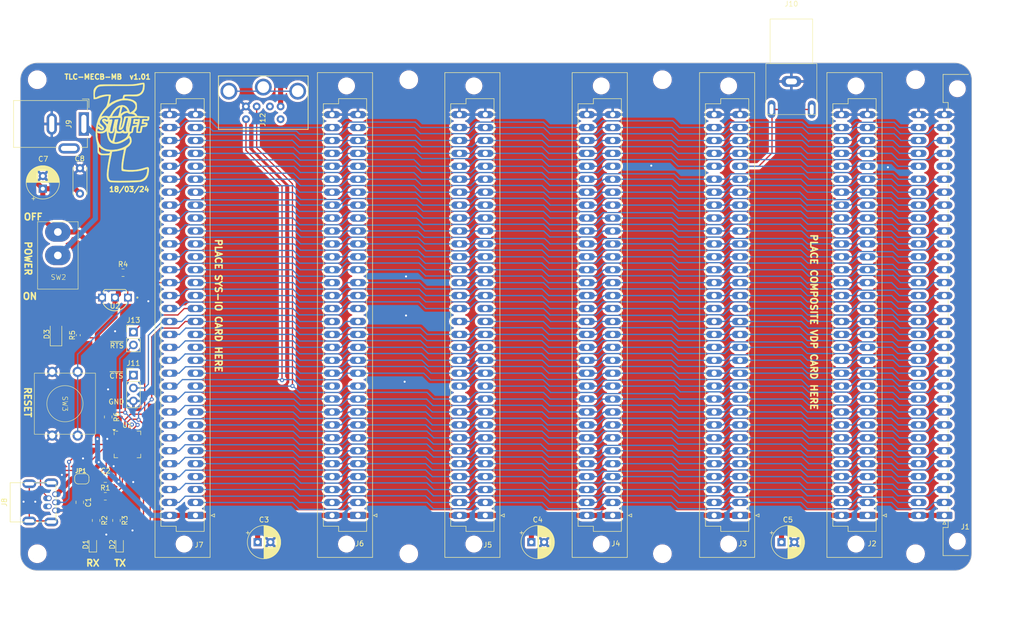
<source format=kicad_pcb>
(kicad_pcb (version 20221018) (generator pcbnew)
  (title_block (title "TLC-MECB-MB") (date "18/03/24") (rev "v1.01") (company "TLC Stuff"))
  (layers (0 "F.Cu" signal) (31 "B.Cu" signal) (34 "B.Paste" user) (35 "F.Paste" user) (36 "B.SilkS" user "B.Silkscreen") (37 "F.SilkS" user "F.Silkscreen") (38 "B.Mask" user) (39 "F.Mask" user) (44 "Edge.Cuts" user))
  (net 0 "")
  (net 1 "5V")
  (net 2 "D5")
  (net 3 "D6")
  (net 4 "D3")
  (net 5 "D4")
  (net 6 "A2")
  (net 7 "A4")
  (net 8 "A5")
  (net 9 "A6")
  (net 10 "KYBD_DATA")
  (net 11 "A19")
  (net 12 "A14")
  (net 13 "R{slash}~{W}")
  (net 14 "A13")
  (net 15 "A9")
  (net 16 "GND")
  (net 17 "D0")
  (net 18 "D7")
  (net 19 "D2")
  (net 20 "A0")
  (net 21 "A3")
  (net 22 "A1")
  (net 23 "A8")
  (net 24 "A7")
  (net 25 "A16")
  (net 26 "A17")
  (net 27 "A18")
  (net 28 "D1")
  (net 29 "A11")
  (net 30 "A10")
  (net 31 "~{M1}")
  (net 32 "~{IORQ}")
  (net 33 "~{RTS}")
  (net 34 "~{NMI}")
  (net 35 "A12")
  (net 36 "A15")
  (net 37 "CLK")
  (net 38 "~{INT}")
  (net 39 "~{WR}")
  (net 40 "~{RD}")
  (net 41 "SYNC")
  (net 42 "ECB_IRQ_5")
  (net 43 "ECB_IRQ_4")
  (net 44 "RDY")
  (net 45 "ECB_IRQ_3")
  (net 46 "ECB_IRQ_2")
  (net 47 "ECB_IRQ_1")
  (net 48 "TX")
  (net 49 "~{MREQ}")
  (net 50 "~{RESET}")
  (net 51 "ECB_IRQ_0")
  (net 52 "BE")
  (net 53 "RX")
  (net 54 "KYBD_CLK")
  (net 55 "ECB_IRQ_6")
  (net 56 "COMP_VID")
  (net 57 "resv1")
  (net 58 "resv8")
  (net 59 "resv2")
  (net 60 "resv3")
  (net 61 "resv7")
  (net 62 "resv9")
  (net 63 "resv4")
  (net 64 "resv5")
  (net 65 "resv6")
  (net 66 "resv10")
  (net 67 "resv11")
  (net 68 "resv12")
  (net 69 "Net-(D1-A)")
  (net 70 "Net-(D2-A)")
  (net 71 "Net-(D3-A)")
  (net 72 "Net-(SW2-A)")
  (net 73 "D+")
  (net 75 "D-")
  (net 76 "unconnected-(J8-Shield-Pad6)")
  (net 77 "Net-(U1-RST)")
  (net 95 "Net-(U1-VDD)")
  (net 96 "unconnected-(J12-Pad7)")
  (net 99 "Net-(J8-VBUS)")
  (net 101 "~{CTS}")
  (net 102 "ECB_~{RTS}")
  (net 103 "ECB_~{CTS}")
  (footprint "My_Stuff:DIN41612_C_2x32_Female_Vertical_THT" (layer "F.Cu") (at 214.2524 140 180)
    (fp_text reference "J2")
    (fp_text value "DIN41612_02x32_AC")
  )
  (footprint "Jumper:SolderJumper-2_P1.3mm_Open_RoundedPad1.0x1.5mm" (layer "F.Cu") (at 60.056 132.8166)
    (fp_text reference "JP1")
    (fp_text value "5v")
  )
  (footprint "Resistor_SMD:R_0805_2012Metric" (layer "F.Cu") (at 68.15 92.325)
    (fp_text reference "R4")
    (fp_text value "3K3")
  )
  (footprint "MountingHole:MountingHole_3.2mm_M3_DIN965" (layer "F.Cu") (at 124.23 54.409)
    (fp_text reference "H3" hide)
    (fp_text value "MountingHole")
  )
  (footprint "My_Stuff:DIN41612_C_2x32_Female_Vertical_THT" (layer "F.Cu") (at 114.2524 140 180)
    (fp_text reference "J6")
    (fp_text value "DIN41612_02x32_AC")
  )
  (footprint "My_Stuff:DIN41612_C_2x32_Female_Vertical_THT" (layer "F.Cu") (at 164.2524 140 180)
    (fp_text reference "J4")
    (fp_text value "DIN41612_02x32_AC")
  )
  (footprint "Capacitor_THT:CP_Radial_D6.3mm_P2.50mm" (layer "F.Cu") (at 94.567621 145.25)
    (fp_text reference "C3")
    (fp_text value "100uF")
  )
  (footprint "TLC_Stuff:RCA Video Jack" (layer "F.Cu") (at 199.325 56.25)
    (fp_text reference "J10")
    (fp_text value "RCA Jack")
  )
  (footprint "Capacitor_THT:C_Disc_D5.0mm_W2.5mm_P5.00mm" (layer "F.Cu") (at 59.69 76.7842 90)
    (fp_text reference "C8")
    (fp_text value "100nF")
  )
  (footprint "Capacitor_SMD:C_0805_2012Metric" (layer "F.Cu") (at 64.6684 132.7658)
    (fp_text reference "C2")
    (fp_text value "100nf")
  )
  (footprint "Resistor_SMD:R_0805_2012Metric" (layer "F.Cu") (at 65.22974 120.65571 -90)
    (fp_text reference "R6")
    (fp_text value "3K3")
  )
  (footprint "My_Stuff:DIN41612_C_2x32_Female_Vertical_THT" (layer "F.Cu") (at 139.2524 140 180)
    (fp_text reference "J5")
    (fp_text value "DIN41612_02x32_AC")
  )
  (footprint "My_Stuff:USB_Mini-B_5Pin" (layer "F.Cu") (at 54.794 137.4266 90)
    (fp_text reference "J8")
    (fp_text value "USB_B_Mini")
  )
  (footprint "MountingHole:MountingHole_3.2mm_M3_DIN965" (layer "F.Cu") (at 223.6964 54.409)
    (fp_text reference "H4" hide)
    (fp_text value "MountingHole")
  )
  (footprint "Resistor_SMD:R_0805_2012Metric" (layer "F.Cu") (at 64.6684 136.2456)
    (fp_text reference "R1")
    (fp_text value "4K7")
  )
  (footprint "MountingHole:MountingHole_3.2mm_M3_DIN965" (layer "F.Cu") (at 51.308 54.409)
    (fp_text reference "H5" hide)
    (fp_text value "MountingHole")
  )
  (footprint "Resistor_SMD:R_0805_2012Metric" (layer "F.Cu") (at 66.8551 140.9852 -90)
    (fp_text reference "R3")
    (fp_text value "1K0")
  )
  (footprint "Connector_PinHeader_2.54mm:PinHeader_1x03_P2.54mm_Vertical" (layer "F.Cu") (at 70.18274 112.42802)
    (fp_text reference "J11")
    (fp_text value "Conn_01x03_Pin")
  )
  (footprint "MountingHole:MountingHole_3.2mm_M3_DIN965" (layer "F.Cu") (at 223.6964 147.521)
    (fp_text reference "H6" hide)
    (fp_text value "MountingHole")
  )
  (footprint "MountingHole:MountingHole_3.2mm_M3_DIN965" (layer "F.Cu") (at 174.014 147.521)
    (fp_text reference "H7")
    (fp_text value "MountingHole")
  )
  (footprint "My_Stuff:DIN41612_C_2x32_Female_Vertical_THT" (layer "F.Cu") (at 189.2524 140 180)
    (fp_text reference "J3")
    (fp_text value "DIN41612_02x32_AC")
  )
  (footprint "LED_SMD:LED_0603_1608Metric" (layer "F.Cu") (at 62.225 145.7 90)
    (fp_text reference "D1")
    (fp_text value "emerald")
  )
  (footprint "TLC_Stuff:LOGO_sm" (layer "F.Cu") (at 67.78498 64.83858)
    (fp_text reference "L1" hide)
    (fp_text value "myLogo" hide)
  )
  (footprint "MountingHole:MountingHole_3.2mm_M3_DIN965" (layer "F.Cu") (at 51.308 147.521)
    (fp_text reference "H2" hide)
    (fp_text value "MountingHole")
  )
  (footprint "Resistor_SMD:R_0402_1005Metric" (layer "F.Cu") (at 59.3598 104.5953 90)
    (fp_text reference "R5")
    (fp_text value "330R")
  )
  (footprint "My_Stuff:12x12-Tactile-Switch" (layer "F.Cu") (at 56.7414 118.0552 -90)
    (fp_text reference "SW3")
    (fp_text value "RESET")
  )
  (footprint "Capacitor_THT:CP_Radial_D6.3mm_P2.50mm" (layer "F.Cu") (at 52.4014 75.8252 90)
    (fp_text reference "C7")
    (fp_text value "470uF")
  )
  (footprint "My_Stuff:DIN41612_C_2x32_Female_Vertical_THT" (layer "F.Cu") (at 82.3704 140 180)
    (fp_text reference "J7")
    (fp_text value "DIN41612_02x32_AC")
  )
  (footprint "Connector_DIN:DIN41612_R_2x32_Female_Horizontal_THT" (layer "F.Cu") (at 229.362 140 -90)
    (fp_text reference "J1")
    (fp_text value "DIN41612_02x32_AC")
  )
  (footprint "PS2_mini_din_6:MINI-DIN-6-FULL-SHIELD" (layer "F.Cu") (at 95.675 51.1625)
    (fp_text reference "J12")
    (fp_text value "PS/2 KYBD" hide)
  )
  (footprint "LED_SMD:LED_0603_1608Metric" (layer "F.Cu") (at 67.475 145.7 90)
    (fp_text reference "D2")
    (fp_text value "yellow")
  )
  (footprint "LED_SMD:LED_1206_3216Metric" (layer "F.Cu") (at 54.991 104.4046 90)
    (fp_text reference "D3")
    (fp_text value "blue ")
  )
  (footprint "TLC_Stuff:SPST Switch Mini" (layer "F.Cu") (at 55.3466 88.9254 -90)
    (fp_text reference "SW2")
    (fp_text value "PTH_RA_h7.5mm")
  )
  (footprint "Resistor_SMD:R_0805_2012Metric" (layer "F.Cu") (at 62.8551 140.9852 -90)
    (fp_text reference "R2")
    (fp_text value "1K0")
  )
  (footprint "Capacitor_THT:CP_Radial_D6.3mm_P2.50mm" (layer "F.Cu") (at 197.392323 145.25)
    (fp_text reference "C5")
    (fp_text value "100uF")
  )
  (footprint "MountingHole:MountingHole_3.2mm_M3_DIN965" (layer "F.Cu") (at 174.014 54.409)
    (fp_text reference "H8")
    (fp_text value "MountingHole")
  )
  (footprint "Capacitor_THT:CP_Radial_D6.3mm_P2.50mm" (layer "F.Cu") (at 148.292621 145.25)
    (fp_text reference "C4")
    (fp_text value "100uF")
  )
  (footprint "Package_DFN_QFN:QFN-28-1EP_5x5mm_P0.5mm_EP3.35x3.35mm" (layer "F.Cu") (at 69.0118 126.0602)
    (fp_text reference "U1")
    (fp_text value "CP2102-GMR_NRND")
  )
  (footprint "ds1813-10:21-0248A_MXM" (layer "F.Cu") (at 69.1134 97.2058 180)
    (fp_text reference "U2")
    (fp_text value "DS1813")
  )
  (footprint "MountingHole:MountingHole_3.2mm_M3_DIN965" (layer "F.Cu") (at 124.23 147.521)
    (fp_text reference "H1" hide)
    (fp_text value "MountingHole")
  )
  (footprint "Connector_PinHeader_2.54mm:PinHeader_1x02_P2.54mm_Vertical" (layer "F.Cu") (at 70.18274 103.9749)
    (fp_text reference "J13")
    (fp_text value "Conn_01x02_Pin")
  )
  (footprint "Connector_BarrelJack:BarrelJack_GCT_DCJ200-10-A_Horizontal" (layer "F.Cu") (at 60.452 63.104 -90)
    (fp_text reference "J9")
    (fp_text value "Barrel_Jack")
  )
  (footprint "Capacitor_SMD:C_0805_2012Metric" (layer "F.Cu") (at 59.65 137.425 -90)
    (fp_text reference "C1")
    (fp_text value "1uF")
  )
  (gr_line (start 51.306067 51.103867) (end 231.418 51.103867) (stroke (width 0.1)) (layer "Edge.Cuts"))
  (gr_arc (start 51.307058 150.826991) (mid 48.9712 149.86) (end 48.005057 147.523791) (stroke (width 0.1)) (layer "Edge.Cuts"))
  (gr_arc (start 234.692752 147.524642) (mid 233.727687 149.858303) (end 231.394392 150.824199) (stroke (width 0.1)) (layer "Edge.Cuts"))
  (gr_arc (start 48.005067 54.404867) (mid 48.971908 52.070708) (end 51.306067 51.103867) (stroke (width 0.1)) (layer "Edge.Cuts"))
  (gr_line (start 48.005057 147.523791) (end 48.005067 54.404867) (stroke (width 0.1)) (layer "Edge.Cuts"))
  (gr_line (start 231.394392 150.824199) (end 51.307058 150.826991) (stroke (width 0.1)) (layer "Edge.Cuts"))
  (gr_arc (start 231.418 51.103867) (mid 233.752171 52.070706) (end 234.719 54.404867) (stroke (width 0.1)) (layer "Edge.Cuts"))
  (gr_line (start 234.719 54.404867) (end 234.692752 147.524642) (stroke (width 0.1)) (layer "Edge.Cuts"))
  (gr_text "OFF" (at 48.514 82.1182) (layer "F.SilkS") (effects (font (size 1.3 1.3) (thickness 0.3) bold) (justify left bottom)))
  (gr_text "TLC-MECB-MB  v1.01" (at 56.515 54.4322) (layer "F.SilkS") (effects (font (size 1 1) (thickness 0.25) bold) (justify left bottom)))
  (gr_text "PLACE COMPOSITE VDP CARD HERE" (at 202.97 84.582 270) (layer "F.SilkS") (effects (font (size 1.3 1.3) (thickness 0.3) bold) (justify left bottom)))
  (gr_text "PLACE SYS-IO CARD HERE" (at 86.106 85.5472 270) (layer "F.SilkS") (effects (font (size 1.3 1.3) (thickness 0.3) bold) (justify left bottom)))
  (gr_text "RESET" (at 48.6664 114.6302 -90) (layer "F.SilkS") (effects (font (size 1.3 1.3) (thickness 0.3) bold) (justify left bottom)))
  (gr_text "ON" (at 48.3108 97.7138) (layer "F.SilkS") (effects (font (size 1.3 1.3) (thickness 0.3) bold) (justify left bottom)))
  (gr_text "~{CTS}" (at 65.38214 113.17502) (layer "F.SilkS") (effects (font (size 1 1)) (justify left bottom)))
  (gr_text "18/03/24" (at 65.278 76.5302) (layer "F.SilkS") (effects (font (size 1 1) (thickness 0.25) bold) (justify left bottom)))
  (gr_text "POWER" (at 48.7426 86.0044 270) (layer "F.SilkS") (effects (font (size 1.3 1.3) (thickness 0.3) bold) (justify left bottom)))
  (gr_text "~{RTS}" (at 65.48247 107.24515) (layer "F.SilkS") (effects (font (size 1 1)) (justify left bottom)))
  (gr_text "RX" (at 60.75 150.125) (layer "F.SilkS") (effects (font (size 1.3 1.3) (thickness 0.3) bold) (justify left bottom)))
  (gr_text "TX" (at 66.25 150.125) (layer "F.SilkS") (effects (font (size 1.3 1.3) (thickness 0.3) bold) (justify left bottom)))
  (gr_text "GND" (at 65.20434 118.25502) (layer "F.SilkS") (effects (font (size 1 1)) (justify left bottom)))
  (segment (start 52.324 81.6102) (end 52.4014 81.5328) (width 1) (layer "F.Cu") (net 1))
  (segment (start 148.292621 140.042621) (end 148.25 140) (width 1) (layer "F.Cu") (net 1))
  (segment (start 63.119 104.394) (end 66.5734 100.9396) (width 1) (layer "F.Cu") (net 1))
  (segment (start 63.373 129.54) (end 63.373 130.1496) (width 1) (layer "F.Cu") (net 1))
  (segment (start 82.3704 140) (end 91.025 140) (width 1) (layer "F.Cu") (net 1))
  (segment (start 197.525 140) (end 189.2524 140) (width 1) (layer "F.Cu") (net 1))
  (segment (start 148.25 140) (end 139.2524 140) (width 1) (layer "F.Cu") (net 1))
  (segment (start 94.575 140) (end 99.9528 140) (width 1) (layer "F.Cu") (net 1))
  (segment (start 67.5118 133.1632) (end 67.275 133.4) (width 0.25) (layer "F.Cu") (net 1))
  (segment (start 55.3466 84.3254) (end 59.2379 84.3254) (width 1) (layer "F.Cu") (net 1))
  (segment (start 94.567621 140.007379) (end 94.575 140) (width 1) (layer "F.Cu") (net 1))
  (segment (start 62.7381 105.1053) (end 63.119 105.4862) (width 0.25) (layer "F.Cu") (net 1))
  (segment (start 63.119 105.4862) (end 63.119 104.394) (width 1) (layer "F.Cu") (net 1))
  (segment (start 50.55 73.9738) (end 52.4014 75.8252) (width 1) (layer "F.Cu") (net 1))
  (segment (start 159.1724 140) (end 148.25 140) (width 1) (layer "F.Cu") (net 1))
  (segment (start 55.0392 84.3254) (end 52.324 81.6102) (width 1) (layer "F.Cu") (net 1))
  (segment (start 50.55 61.65) (end 50.55 73.9738) (width 1) (layer "F.Cu") (net 1))
  (segment (start 60.706 135.419) (end 60.706 132.8166) (width 0.5) (layer "F.Cu") (net 1))
  (segment (start 59.65 136.475) (end 59.65 136.3326) (width 0.5) (layer "F.Cu") (net 1))
  (segment (start 97.225 52.55) (end 99.1 54.425) (width 1) (layer "F.Cu") (net 1))
  (segment (start 52.4014 75.8252) (end 58.731 75.8252) (width 1) (layer "F.Cu") (net 1))
  (segment (start 59.65 136.475) (end 60.706 135.419) (width 0.5) (layer "F.Cu") (net 1))
  (segment (start 91.025 140) (end 94.575 140) (width 1) (layer "F.Cu") (net 1))
  (segment (start 71.025 56.35) (end 74.825 52.55) (width 1) (layer "F.Cu") (net 1))
  (segment (start 99.075 54.45) (end 99.075 59.6625) (width 1) (layer "F.Cu") (net 1))
  (segment (start 67.2375 92.325) (end 67.2375 96.5417) (width 1) (layer "F.Cu") (net 1))
  (segment (start 114.2524 140) (end 134.1724 140) (width 1) (layer "F.Cu") (net 1))
  (segment (start 184.1724 140) (end 164.2524 140) (width 1) (layer "F.Cu") (net 1))
  (segment (start 63.373 130.1496) (end 60.706 132.8166) (width 1) (layer "F.Cu") (net 1))
  (segment (start 66.5734 100.9396) (end 66.5734 97.2058) (width 1) (layer "F.Cu") (net 1))
  (segment (start 159.1724 140) (end 164.2524 140) (width 1) (layer "F.Cu") (net 1))
  (segment (start 148.292621 145.25) (end 148.292621 140.042621) (width 1) (layer "F.Cu") (net 1))
  (segment (start 59.2379 84.3254) (end 67.2375 92.325) (width 1) (layer "F.Cu") (net 1))
  (segment (start 197.392323 145.25) (end 197.392323 140.132677) (width 1) (layer "F.Cu") (net 1))
  (segment (start 52.4014 81.5328) (end 52.4014 75.8252) (width 1) (layer "F.Cu") (net 1))
  (segment (start 59.3598 105.1053) (end 62.7381 105.1053) (width 0.25) (layer "F.Cu") (net 1))
  (segment (start 74.825 52.55) (end 97.225 52.55) (width 1) (layer "F.Cu") (net 1))
  (segment (start 63.0974 105.5078) (end 63.119 105.4862) (width 0.5) (layer "F.Cu") (net 1))
  (segment (start 55.3466 84.3254) (end 55.0392 84.3254) (width 1) (layer "F.Cu") (net 1))
  (segment (start 94.567621 145.25) (end 94.567621 140.007379) (width 1) (layer "F.Cu") (net 1))
  (segment (start 63.119 124.9934) (end 63.119 113.411) (width 1) (layer "F.Cu") (net 1))
  (segment (start 82.3704 140) (end 77.2904 140) (width 1) (layer "F.Cu") (net 1))
  (segment (start 66.5618 127.5602) (end 67.5118 128.5102) (width 0.25) (layer "F.Cu") (net 1))
  (segment (start 214.2524 140) (end 209.1724 140) (width 1) (layer "F.Cu") (net 1))
  (segment (start 55.85 56.35) (end 71.025 56.35) (width 1) (layer "F.Cu") (net 1))
  (segment (start 189.2524 140) (end 184.1724 140) (width 1) (layer "F.Cu") (net 1))
  (segment (start 99.1 54.425) (end 99.075 54.45) (width 1) (layer "F.Cu") (net 1))
  (segment (start 109.1724 140) (end 114.2524 140) (width 1) (layer "F.Cu") (net 1))
  (segment (start 63.119 113.411) (end 63.119 105.4862) (width 1) (layer "F.Cu") (net 1))
  (segment (start 99.9528 140) (end 111.0572 140) (width 1) (layer "F.Cu") (net 1))
  (segment (start 134.1724 140) (end 139.2524 140) (width 1) (layer "F.Cu") (net 1))
  (segment (start 50.55 61.65) (end 55.85 56.35) (width 1) (layer "F.Cu") (net 1))
  (segment (start 197.392323 140.132677) (end 197.525 140) (width 1) (layer "F.Cu") (net 1))
  (segment (start 67.5118 128.5102) (end 67.5118 133.1632) (width 0.25) (layer "F.Cu") (net 1))
  (segment (start 214.2524 140) (end 229.362 140) (width 1) (layer "F.Cu") (net 1))
  (segment (start 67.2375 96.5417) (end 66.5734 97.2058) (width 1) (layer "F.Cu") (net 1))
  (segment (start 209.1724 140) (end 197.525 140) (width 1) (layer "F.Cu") (net 1))
  (segment (start 58.731 75.8252) (end 59.69 76.7842) (width 1) (layer "F.Cu") (net 1))
  (via (at 63.119 124.9934) (size 0.8) (drill 0.4) (layers "F.Cu" "B.Cu") (net 1))
  (via (at 63.373 129.54) (size 0.8) (drill 0.4) (layers "F.Cu" "B.Cu") (net 1))
  (via (at 67.275 133.4) (size 0.8) (drill 0.4) (layers "F.Cu" "B.Cu") (net 1))
  (segment (start 63.373 129.54) (end 63.3222 129.54) (width 1) (layer "B.Cu") (net 1))
  (segment (start 67.275 133.4) (end 67.1822 133.4) (width 1) (layer "B.Cu") (net 1))
  (segment (start 63.373 129.5908) (end 63.373 129.54) (width 1) (layer "B.Cu") (net 1))
  (segment (start 63.3222 129.54) (end 63.1952 129.413) (width 1) (layer "B.Cu") (net 1))
  (segment (start 63.119 129.4384) (end 63.1952 129.413) (width 1) (layer "B.Cu") (net 1))
  (segment (start 67.1822 133.4) (end 63.373 129.5908) (width 1) (layer "B.Cu") (net 1))
  (segment (start 77.2904 140) (end 73.7822 140) (width 1) (layer "B.Cu") (net 1))
  (segment (start 67.275 133.4928) (end 67.275 133.4) (width 1) (layer "B.Cu") (net 1))
  (segment (start 73.7822 140) (end 67.275 133.4928) (width 1) (layer "B.Cu") (net 1))
  (segment (start 63.1952 129.413) (end 63.119 124.9934) (width 1) (layer "B.Cu") (net 1))
  (segment (start 101.3958 137.46) (end 102.7468 138.811) (width 0.25) (layer "B.Cu") (net 2))
  (segment (start 189.2524 137.46) (end 187.43 137.46) (width 0.25) (layer "B.Cu") (net 2))
  (segment (start 202.462 138.684) (end 201.238 137.46) (width 0.25) (layer "B.Cu") (net 2))
  (segment (start 150.438 137.46) (end 139.2524 137.46) (width 0.25) (layer "B.Cu") (net 2))
  (segment (start 175.838 137.46) (end 164.2524 137.46) (width 0.25) (layer "B.Cu") (net 2))
  (segment (start 211.098 138.684) (end 202.462 138.684) (width 0.25) (layer "B.Cu") (net 2))
  (segment (start 114.2524 137.46) (end 112.4238 137.46) (width 0.25) (layer "B.Cu") (net 2))
  (segment (start 161.568 138.684) (end 151.662 138.684) (width 0.25) (layer "B.Cu") (net 2))
  (segment (start 229.362 137.46) (end 227.308 137.46) (width 0.25) (layer "B.Cu") (net 2))
  (segment (start 102.7468 138.811) (end 111.0728 138.811) (width 0.25) (layer "B.Cu") (net 2))
  (segment (start 162.792 137.46) (end 161.568 138.684) (width 0.25) (layer "B.Cu") (net 2))
  (segment (start 137.392 137.46) (end 136.168 138.684) (width 0.25) (layer "B.Cu") (net 2))
  (segment (start 82.3704 137.46) (end 101.3958 137.46) (width 0.25) (layer "B.Cu") (net 2))
  (segment (start 227.308 137.46) (end 226.084 138.684) (width 0.25) (layer "B.Cu") (net 2))
  (segment (start 214.2524 137.46) (end 212.322 137.46) (width 0.25) (layer "B.Cu") (net 2))
  (segment (start 226.084 138.684) (end 220.242 138.684) (width 0.25) (layer "B.Cu") (net 2))
  (segment (start 139.2524 137.46) (end 137.392 137.46) (width 0.25) (layer "B.Cu") (net 2))
  (segment (start 187.43 137.46) (end 186.206 138.684) (width 0.25) (layer "B.Cu") (net 2))
  (segment (start 201.238 137.46) (end 189.2524 137.46) (width 0.25) (layer "B.Cu") (net 2))
  (segment (start 151.662 138.684) (end 150.438 137.46) (width 0.25) (layer "B.Cu") (net 2))
  (segment (start 127.832 137.46) (end 114.2524 137.46) (width 0.25) (layer "B.Cu") (net 2))
  (segment (start 129.056 138.684) (end 127.832 137.46) (width 0.25) (layer "B.Cu") (net 2))
  (segment (start 212.322 137.46) (end 211.098 138.684) (width 0.25) (layer "B.Cu") (net 2))
  (segment (start 186.206 138.684) (end 177.062 138.684) (width 0.25) (layer "B.Cu") (net 2))
  (segment (start 136.168 138.684) (end 129.056 138.684) (width 0.25) (layer "B.Cu") (net 2))
  (segment (start 220.242 138.684) (end 219.018 137.46) (width 0.25) (layer "B.Cu") (net 2))
  (segment (start 177.062 138.684) (end 175.838 137.46) (width 0.25) (layer "B.Cu") (net 2))
  (segment (start 112.4238 137.46) (end 111.0728 138.811) (width 0.25) (layer "B.Cu") (net 2))
  (segment (start 219.018 137.46) (end 214.2524 137.46) (width 0.25) (layer "B.Cu") (net 2))
  (segment (start 164.2524 137.46) (end 162.792 137.46) (width 0.25) (layer "B.Cu") (net 2))
  (segment (start 214.2524 134.92) (end 212.322 134.92) (width 0.25) (layer "B.Cu") (net 3))
  (segment (start 202.462 136.144) (end 201.238 134.92) (width 0.25) (layer "B.Cu") (net 3))
  (segment (start 211.098 136.144) (end 202.462 136.144) (width 0.25) (layer "B.Cu") (net 3))
  (segment (start 82.3704 134.92) (end 101.6244 134.92) (width 0.25) (layer "B.Cu") (net 3))
  (segment (start 219.018 134.92) (end 214.2524 134.92) (width 0.25) (layer "B.Cu") (net 3))
  (segment (start 136.168 136.144) (end 129.056 136.144) (width 0.25) (layer "B.Cu") (net 3))
  (segment (start 226.338 136.144) (end 220.242 136.144) (width 0.25) (layer "B.Cu") (net 3))
  (segment (start 189.2524 134.92) (end 187.43 134.92) (width 0.25) (layer "B.Cu") (net 3))
  (segment (start 102.8484 136.144) (end 111.2252 136.144) (width 0.25) (layer "B.Cu") (net 3))
  (segment (start 112.4492 134.92) (end 111.2252 136.144) (width 0.25) (layer "B.Cu") (net 3))
  (segment (start 186.206 136.144) (end 177.316 136.144) (width 0.25) (layer "B.Cu") (net 3))
  (segment (start 162.792 134.92) (end 161.568 136.144) (width 0.25) (layer "B.Cu") (net 3))
  (segment (start 101.6244 134.92) (end 102.8484 136.144) (width 0.25) (layer "B.Cu") (net 3))
  (segment (start 139.2524 134.92) (end 137.392 134.92) (width 0.25) (layer "B.Cu") (net 3))
  (segment (start 187.43 134.92) (end 186.206 136.144) (width 0.25) (layer "B.Cu") (net 3))
  (segment (start 177.316 136.144) (end 176.092 134.92) (width 0.25) (layer "B.Cu") (net 3))
  (segment (start 150.692 134.92) (end 139.2524 134.92) (width 0.25) (layer "B.Cu") (net 3))
  (segment (start 227.562 134.92) (end 226.338 136.144) (width 0.25) (layer "B.Cu") (net 3))
  (segment (start 164.2524 134.92) (end 162.792 134.92) (width 0.25) (layer "B.Cu") (net 3))
  (segment (start 127.832 134.92) (end 114.2524 134.92) (width 0.25) (layer "B.Cu") (net 3))
  (segment (start 201.238 134.92) (end 189.2524 134.92) (width 0.25) (layer "B.Cu") (net 3))
  (segment (start 129.056 136.144) (end 127.832 134.92) (width 0.25) (layer "B.Cu") (net 3))
  (segment (start 151.916 136.144) (end 150.692 134.92) (width 0.25) (layer "B.Cu") (net 3))
  (segment (start 212.322 134.92) (end 211.098 136.144) (width 0.25) (layer "B.Cu") (net 3))
  (segment (start 114.2524 134.92) (end 112.4492 134.92) (width 0.25) (layer "B.Cu") (net 3))
  (segment (start 220.242 136.144) (end 219.018 134.92) (width 0.25) (layer "B.Cu") (net 3))
  (segment (start 161.568 136.144) (end 151.916 136.144) (width 0.25) (layer "B.Cu") (net 3))
  (segment (start 176.092 134.92) (end 164.2524 134.92) (width 0.25) (layer "B.Cu") (net 3))
  (segment (start 229.362 134.92) (end 227.562 134.92) (width 0.25) (layer "B.Cu") (net 3))
  (segment (start 137.392 134.92) (end 136.168 136.144) (width 0.25) (layer "B.Cu") (net 3))
  (segment (start 226.338 133.604) (end 220.242 133.604) (width 0.25) (layer "B.Cu") (net 4))
  (segment (start 219.018 132.38) (end 214.2524 132.38) (width 0.25) (layer "B.Cu") (net 4))
  (segment (start 164.2524 132.38) (end 162.792 132.38) (width 0.25) (layer "B.Cu") (net 4))
  (segment (start 177.062 133.604) (end 175.838 132.38) (width 0.25) (layer "B.Cu") (net 4))
  (segment (start 212.322 132.38) (end 211.098 133.604) (width 0.25) (layer "B.Cu") (net 4))
  (segment (start 175.838 132.38) (end 164.2524 132.38) (width 0.25) (layer "B.Cu") (net 4))
  (segment (start 101.7768 132.38) (end 103.0516 133.6548) (width 0.25) (layer "B.Cu") (net 4))
  (segment (start 128.802 133.604) (end 127.578 132.38) (width 0.25) (layer "B.Cu") (net 4))
  (segment (start 150.438 132.38) (end 139.2524 132.38) (width 0.25) (layer "B.Cu") (net 4))
  (segment (start 202.462 133.604) (end 201.238 132.38) (width 0.25) (layer "B.Cu") (net 4))
  (segment (start 127.578 132.38) (end 114.2524 132.38) (width 0.25) (layer "B.Cu") (net 4))
  (segment (start 187.176 132.38) (end 185.952 133.604) (width 0.25) (layer "B.Cu") (net 4))
  (segment (start 139.2524 132.38) (end 137.392 132.38) (width 0.25) (layer "B.Cu") (net 4))
  (segment (start 214.2524 132.38) (end 212.322 132.38) (width 0.25) (layer "B.Cu") (net 4))
  (segment (start 151.662 133.604) (end 150.438 132.38) (width 0.25) (layer "B.Cu") (net 4))
  (segment (start 103.0516 133.6548) (end 111.1998 133.6548) (width 0.25) (layer "B.Cu") (net 4))
  (segment (start 162.792 132.38) (end 161.568 133.604) (width 0.25) (layer "B.Cu") (net 4))
  (segment (start 201.238 132.38) (end 189.2524 132.38) (width 0.25) (layer "B.Cu") (net 4))
  (segment (start 137.392 132.38) (end 136.168 133.604) (width 0.25) (layer "B.Cu") (net 4))
  (segment (start 114.2524 132.38) (end 112.4746 132.38) (width 0.25) (layer "B.Cu") (net 4))
  (segment (start 112.4746 132.38) (end 111.1998 133.6548) (width 0.25) (layer "B.Cu") (net 4))
  (segment (start 229.362 132.38) (end 227.562 132.38) (width 0.25) (layer "B.Cu") (net 4))
  (segment (start 189.2524 132.38) (end 187.176 132.38) (width 0.25) (layer "B.Cu") (net 4))
  (segment (start 136.168 133.604) (end 128.802 133.604) (width 0.25) (layer "B.Cu") (net 4))
  (segment (start 185.952 133.604) (end 177.062 133.604) (width 0.25) (layer "B.Cu") (net 4))
  (segment (start 227.562 132.38) (end 226.338 133.604) (width 0.25) (layer "B.Cu") (net 4))
  (segment (start 161.568 133.604) (end 151.662 133.604) (width 0.25) (layer "B.Cu") (net 4))
  (segment (start 211.098 133.604) (end 202.462 133.604) (width 0.25) (layer "B.Cu") (net 4))
  (segment (start 220.242 133.604) (end 219.018 132.38) (width 0.25) (layer "B.Cu") (net 4))
  (segment (start 82.3704 132.38) (end 101.7768 132.38) (width 0.25) (layer "B.Cu") (net 4))
  (segment (start 212.322 129.84) (end 211.098 131.064) (width 0.25) (layer "B.Cu") (net 5))
  (segment (start 187.176 129.84) (end 185.952 131.064) (width 0.25) (layer "B.Cu") (net 5))
  (segment (start 161.568 131.064) (end 151.662 131.064) (width 0.25) (layer "B.Cu") (net 5))
  (segment (start 220.242 131.064) (end 219.018 129.84) (width 0.25) (layer "B.Cu") (net 5))
  (segment (start 151.662 131.064) (end 150.438 129.84) (width 0.25) (layer "B.Cu") (net 5))
  (segment (start 128.802 131.064) (end 127.578 129.84) (width 0.25) (layer "B.Cu") (net 5))
  (segment (start 114.2524 129.84) (end 112.4238 129.84) (width 0.25) (layer "B.Cu") (net 5))
  (segment (start 127.578 129.84) (end 114.2524 129.84) (width 0.25) (layer "B.Cu") (net 5))
  (segment (start 102.7976 131.0894) (end 111.1744 131.0894) (width 0.25) (layer "B.Cu") (net 5))
  (segment (start 211.098 131.064) (end 202.462 131.064) (width 0.25) (layer "B.Cu") (net 5))
  (segment (start 202.462 131.064) (end 201.238 129.84) (width 0.25) (layer "B.Cu") (net 5))
  (segment (start 226.084 131.064) (end 220.242 131.064) (width 0.25) (layer "B.Cu") (net 5))
  (segment (start 164.2524 129.84) (end 162.792 129.84) (width 0.25) (layer "B.Cu") (net 5))
  (segment (start 175.838 129.84) (end 164.2524 129.84) (width 0.25) (layer "B.Cu") (net 5))
  (segment (start 139.2524 129.84) (end 137.392 129.84) (width 0.25) (layer "B.Cu") (net 5))
  (segment (start 136.168 131.064) (end 128.802 131.064) (width 0.25) (layer "B.Cu") (net 5))
  (segment (start 177.062 131.064) (end 175.838 129.84) (width 0.25) (layer "B.Cu") (net 5))
  (segment (start 82.3704 129.84) (end 101.5482 129.84) (width 0.25) (layer "B.Cu") (net 5))
  (segment (start 189.2524 129.84) (end 187.176 129.84) (width 0.25) (layer "B.Cu") (net 5))
  (segment (start 227.308 129.84) (end 226.084 131.064) (width 0.25) (layer "B.Cu") (net 5))
  (segment (start 219.018 129.84) (end 214.2524 129.84) (width 0.25) (layer "B.Cu") (net 5))
  (segment (start 229.362 129.84) (end 227.308 129.84) (width 0.25) (layer "B.Cu") (net 5))
  (segment (start 162.792 129.84) (end 161.568 131.064) (width 0.25) (layer "B.Cu") (net 5))
  (segment (start 112.4238 129.84) (end 111.1744 131.0894) (width 0.25) (layer "B.Cu") (net 5))
  (segment (start 150.438 129.84) (end 139.2524 129.84) (width 0.25) (layer "B.Cu") (net 5))
  (segment (start 185.952 131.064) (end 177.062 131.064) (width 0.25) (layer "B.Cu") (net 5))
  (segment (start 201.238 129.84) (end 189.2524 129.84) (width 0.25) (layer "B.Cu") (net 5))
  (segment (start 101.5482 129.84) (end 102.7976 131.0894) (width 0.25) (layer "B.Cu") (net 5))
  (segment (start 214.2524 129.84) (end 212.322 129.84) (width 0.25) (layer "B.Cu") (net 5))
  (segment (start 137.392 129.84) (end 136.168 131.064) (width 0.25) (layer "B.Cu") (net 5))
  (segment (start 150.438 127.3) (end 139.2524 127.3) (width 0.25) (layer "B.Cu") (net 6))
  (segment (start 175.838 127.3) (end 164.2524 127.3) (width 0.25) (layer "B.Cu") (net 6))
  (segment (start 227.308 127.3) (end 226.084 128.524) (width 0.25) (layer "B.Cu") (net 6))
  (segment (start 129.056 128.524) (end 127.832 127.3) (width 0.25) (layer "B.Cu") (net 6))
  (segment (start 229.362 127.3) (end 227.308 127.3) (width 0.25) (layer "B.Cu") (net 6))
  (segment (start 226.084 128.524) (end 220.242 128.524) (width 0.25) (layer "B.Cu") (net 6))
  (segment (start 137.646 127.3) (end 136.422 128.524) (width 0.25) (layer "B.Cu") (net 6))
  (segment (start 114.2524 127.3) (end 112.373 127.3) (width 0.25) (layer "B.Cu") (net 6))
  (segment (start 112.373 127.3) (end 111.1236 128.5494) (width 0.25) (layer "B.Cu") (net 6))
  (segment (start 162.792 127.3) (end 161.568 128.524) (width 0.25) (layer "B.Cu") (net 6))
  (segment (start 187.43 127.3) (end 186.206 128.524) (width 0.25) (layer "B.Cu") (net 6))
  (segment (start 220.242 128.524) (end 219.018 127.3) (width 0.25) (layer "B.Cu") (net 6))
  (segment (start 177.062 128.524) (end 175.838 127.3) (width 0.25) (layer "B.Cu") (net 6))
  (segment (start 161.568 128.524) (end 151.662 128.524) (width 0.25) (layer "B.Cu") (net 6))
  (segment (start 212.322 127.3) (end 211.098 128.524) (width 0.25) (layer "B.Cu") (net 6))
  (segment (start 102.7214 128.5494) (end 111.1236 128.5494) (width 0.25) (layer "B.Cu") (net 6))
  (segment (start 214.2524 127.3) (end 212.322 127.3) (width 0.25) (layer "B.Cu") (net 6))
  (segment (start 127.832 127.3) (end 114.2524 127.3) (width 0.25) (layer "B.Cu") (net 6))
  (segment (start 82.3704 127.3) (end 101.472 127.3) (width 0.25) (layer "B.Cu") (net 6))
  (segment (start 136.422 128.524) (end 129.056 128.524) (width 0.25) (layer "B.Cu") (net 6))
  (segment (start 219.018 127.3) (end 214.2524 127.3) (width 0.25) (layer "B.Cu") (net 6))
  (segment (start 201.238 127.3) (end 189.2524 127.3) (width 0.25) (layer "B.Cu") (net 6))
  (segment (start 101.472 127.3) (end 102.7214 128.5494) (width 0.25) (layer "B.Cu") (net 6))
  (segment (start 189.2524 127.3) (end 187.43 127.3) (width 0.25) (layer "B.Cu") (net 6))
  (segment (start 211.098 128.524) (end 202.462 128.524) (width 0.25) (layer "B.Cu") (net 6))
  (segment (start 151.662 128.524) (end 150.438 127.3) (width 0.25) (layer "B.Cu") (net 6))
  (segment (start 186.206 128.524) (end 177.062 128.524) (width 0.25) (layer "B.Cu") (net 6))
  (segment (start 139.2524 127.3) (end 137.646 127.3) (width 0.25) (layer "B.Cu") (net 6))
  (segment (start 164.2524 127.3) (end 162.792 127.3) (width 0.25) (layer "B.Cu") (net 6))
  (segment (start 202.462 128.524) (end 201.238 127.3) (width 0.25) (layer "B.Cu") (net 6))
  (segment (start 201.492 124.76) (end 189.2524 124.76) (width 0.25) (layer "B.Cu") (net 7))
  (segment (start 177.062 125.984) (end 175.838 124.76) (width 0.25) (layer "B.Cu") (net 7))
  (segment (start 175.838 124.76) (end 164.2524 124.76) (width 0.25) (layer "B.Cu") (net 7))
  (segment (start 229.362 124.76) (end 227.308 124.76) (width 0.25) (layer "B.Cu") (net 7))
  (segment (start 114.2524 124.76) (end 112.4238 124.76) (width 0.25) (layer "B.Cu") (net 7))
  (segment (start 101.472 124.76) (end 102.7722 126.0602) (width 0.25) (layer "B.Cu") (net 7))
  (segment (start 219.272 124.76) (end 214.2524 124.76) (width 0.25) (layer "B.Cu") (net 7))
  (segment (start 151.662 125.984) (end 150.438 124.76) (width 0.25) (layer "B.Cu") (net 7))
  (segment (start 164.2524 124.76) (end 162.792 124.76) (width 0.25) (layer "B.Cu") (net 7))
  (segment (start 137.646 124.76) (end 136.422 125.984) (width 0.25) (layer "B.Cu") (net 7))
  (segment (start 220.496 125.984) (end 219.272 124.76) (width 0.25) (layer "B.Cu") (net 7))
  (segment (start 161.568 125.984) (end 151.662 125.984) (width 0.25) (layer "B.Cu") (net 7))
  (segment (start 136.422 125.984) (end 129.056 125.984) (width 0.25) (layer "B.Cu") (net 7))
  (segment (start 129.056 125.984) (end 127.832 124.76) (width 0.25) (layer "B.Cu") (net 7))
  (segment (start 226.084 125.984) (end 220.496 125.984) (width 0.25) (layer "B.Cu") (net 7))
  (segment (start 187.43 124.76) (end 186.206 125.984) (width 0.25) (layer "B.Cu") (net 7))
  (segment (start 102.7722 126.0602) (end 111.1236 126.0602) (width 0.25) (layer "B.Cu") (net 7))
  (segment (start 112.4238 124.76) (end 111.1236 126.0602) (width 0.25) (layer "B.Cu") (net 7))
  (segment (start 189.2524 124.76) (end 187.43 124.76) (width 0.25) (layer "B.Cu") (net 7))
  (segment (start 186.206 125.984) (end 177.062 125.984) (width 0.25) (layer "B.Cu") (net 7))
  (segment (start 211.098 125.984) (end 202.716 125.984) (width 0.25) (layer "B.Cu") (net 7))
  (segment (start 212.322 124.76) (end 211.098 125.984) (width 0.25) (layer "B.Cu") (net 7))
  (segment (start 82.3704 124.76) (end 101.472 124.76) (width 0.25) (layer "B.Cu") (net 7))
  (segment (start 227.308 124.76) (end 226.084 125.984) (width 0.25) (layer "B.Cu") (net 7))
  (segment (start 150.438 124.76) (end 139.2524 124.76) (width 0.25) (layer "B.Cu") (net 7))
  (segment (start 139.2524 124.76) (end 137.646 124.76) (width 0.25) (layer "B.Cu") (net 7))
  (segment (start 202.716 125.984) (end 201.492 124.76) (width 0.25) (layer "B.Cu") (net 7))
  (segment (start 162.792 124.76) (end 161.568 125.984) (width 0.25) (layer "B.Cu") (net 7))
  (segment (start 214.2524 124.76) (end 212.322 124.76) (width 0.25) (layer "B.Cu") (net 7))
  (segment (start 127.832 124.76) (end 114.2524 124.76) (width 0.25) (layer "B.Cu") (net 7))
  (segment (start 220.242 123.444) (end 219.018 122.22) (width 0.25) (layer "B.Cu") (net 8))
  (segment (start 114.2524 122.22) (end 112.4238 122.22) (width 0.25) (layer "B.Cu") (net 8))
  (segment (start 136.168 123.444) (end 128.802 123.444) (width 0.25) (layer "B.Cu") (net 8))
  (segment (start 175.838 122.22) (end 164.2524 122.22) (width 0.25) (layer "B.Cu") (net 8))
  (segment (start 185.952 123.444) (end 177.062 123.444) (width 0.25) (layer "B.Cu") (net 8))
  (segment (start 137.392 122.22) (end 136.168 123.444) (width 0.25) (layer "B.Cu") (net 8))
  (segment (start 128.802 123.444) (end 127.578 122.22) (width 0.25) (layer "B.Cu") (net 8))
  (segment (start 151.662 123.444) (end 150.438 122.22) (width 0.25) (layer "B.Cu") (net 8))
  (segment (start 202.462 123.444) (end 201.238 122.22) (width 0.25) (layer "B.Cu") (net 8))
  (segment (start 139.2524 122.22) (end 137.392 122.22) (width 0.25) (layer "B.Cu") (net 8))
  (segment (start 112.4238 122.22) (end 111.1744 123.4694) (width 0.25) (layer "B.Cu") (net 8))
  (segment (start 82.3704 122.22) (end 101.5482 122.22) (width 0.25) (layer "B.Cu") (net 8))
  (segment (start 189.2524 122.22) (end 187.176 122.22) (width 0.25) (layer "B.Cu") (net 8))
  (segment (start 161.568 123.444) (end 151.662 123.444) (width 0.25) (layer "B.Cu") (net 8))
  (segment (start 101.5482 122.22) (end 102.7976 123.4694) (width 0.25) (layer "B.Cu") (net 8))
  (segment (start 102.7976 123.4694) (end 111.1744 123.4694) (width 0.25) (layer "B.Cu") (net 8))
  (segment (start 227.308 122.22) (end 226.084 123.444) (width 0.25) (layer "B.Cu") (net 8))
  (segment (start 212.322 122.22) (end 211.098 123.444) (width 0.25) (layer "B.Cu") (net 8))
  (segment (start 127.578 122.22) (end 114.2524 122.22) (width 0.25) (layer "B.Cu") (net 8))
  (segment (start 162.792 122.22) (end 161.568 123.444) (width 0.25) (layer "B.Cu") (net 8))
  (segment (start 214.2524 122.22) (end 212.322 122.22) (width 0.25) (layer "B.Cu") (net 8))
  (segment (start 211.098 123.444) (end 202.462 123.444) (width 0.25) (layer "B.Cu") (net 8))
  (segment (start 150.438 122.22) (end 139.2524 122.22) (width 0.25) (layer "B.Cu") (net 8))
  (segment (start 229.362 122.22) (end 227.308 122.22) (width 0.25) (layer "B.Cu") (net 8))
  (segment (start 201.238 122.22) (end 189.2524 122.22) (width 0.25) (layer "B.Cu") (net 8))
  (segment (start 219.018 122.22) (end 214.2524 122.22) (width 0.25) (layer "B.Cu") (net 8))
  (segment (start 177.062 123.444) (end 175.838 122.22) (width 0.25) (layer "B.Cu") (net 8))
  (segment (start 164.2524 122.22) (end 162.792 122.22) (width 0.25) (layer "B.Cu") (net 8))
  (segment (start 226.084 123.444) (end 220.242 123.444) (width 0.25) (layer "B.Cu") (net 8))
  (segment (start 187.176 122.22) (end 185.952 123.444) (width 0.25) (layer "B.Cu") (net 8))
  (segment (start 101.5228 119.68) (end 102.7976 120.9548) (width 0.25) (layer "B.Cu") (net 9))
  (segment (start 189.2524 119.68) (end 187.176 119.68) (width 0.25) (layer "B.Cu") (net 9))
  (segment (start 136.422 120.904) (end 128.802 120.904) (width 0.25) (layer "B.Cu") (net 9))
  (segment (start 102.7976 120.9548) (end 111.1744 120.9548) (width 0.25) (layer "B.Cu") (net 9))
  (segment (start 164.2524 119.68) (end 162.538 119.68) (width 0.25) (layer "B.Cu") (net 9))
  (segment (start 150.438 119.68) (end 139.2524 119.68) (width 0.25) (layer "B.Cu") (net 9))
  (segment (start 162.538 119.68) (end 161.314 120.904) (width 0.25) (layer "B.Cu") (net 9))
  (segment (start 214.2524 119.68) (end 212.322 119.68) (width 0.25) (layer "B.Cu") (net 9))
  (segment (start 227.308 119.68) (end 226.084 120.904) (width 0.25) (layer "B.Cu") (net 9))
  (segment (start 220.242 120.904) (end 219.018 119.68) (width 0.25) (layer "B.Cu") (net 9))
  (segment (start 114.2524 119.68) (end 112.4492 119.68) (width 0.25) (layer "B.Cu") (net 9))
  (segment (start 177.062 120.904) (end 175.838 119.68) (width 0.25) (layer "B.Cu") (net 9))
  (segment (start 151.662 120.904) (end 150.438 119.68) (width 0.25) (layer "B.Cu") (net 9))
  (segment (start 211.098 120.904) (end 202.462 120.904) (width 0.25) (layer "B.Cu") (net 9))
  (segment (start 219.018 119.68) (end 214.2524 119.68) (width 0.25) (layer "B.Cu") (net 9))
  (segment (start 229.362 119.68) (end 227.308 119.68) (width 0.25) (layer "B.Cu") (net 9))
  (segment (start 175.838 119.68) (end 164.2524 119.68) (width 0.25) (layer "B.Cu") (net 9))
  (segment (start 187.176 119.68) (end 185.952 120.904) (width 0.25) (layer "B.Cu") (net 9))
  (segment (start 82.3704 119.68) (end 101.5228 119.68) (width 0.25) (layer "B.Cu") (net 9))
  (segment (start 202.462 120.904) (end 201.238 119.68) (width 0.25) (layer "B.Cu") (net 9))
  (segment (start 127.578 119.68) (end 114.2524 119.68) (width 0.25) (layer "B.Cu") (net 9))
  (segment (start 128.802 120.904) (end 127.578 119.68) (width 0.25) (layer "B.Cu") (net 9))
  (segment (start 137.646 119.68) (end 136.422 120.904) (width 0.25) (layer "B.Cu") (net 9))
  (segment (start 139.2524 119.68) (end 137.646 119.68) (width 0.25) (layer "B.Cu") (net 9))
  (segment (start 185.952 120.904) (end 177.062 120.904) (width 0.25) (layer "B.Cu") (net 9))
  (segment (start 112.4492 119.68) (end 111.1744 120.9548) (width 0.25) (layer "B.Cu") (net 9))
  (segment (start 161.314 120.904) (end 151.662 120.904) (width 0.25) (layer "B.Cu") (net 9))
  (segment (start 226.084 120.904) (end 220.242 120.904) (width 0.25) (layer "B.Cu") (net 9))
  (segment (start 201.238 119.68) (end 189.2524 119.68) (width 0.25) (layer "B.Cu") (net 9))
  (segment (start 212.322 119.68) (end 211.098 120.904) (width 0.25) (layer "B.Cu") (net 9))
  (segment (start 94.375 67.75) (end 94.375 59.6625) (width 0.25) (layer "F.Cu") (net 10))
  (segment (start 94.325 67.8) (end 94.375 67.75) (width 0.25) (layer "F.Cu") (net 10))
  (segment (start 101.4 114.575) (end 101.4 74.875) (width 0.25) (layer "F.Cu") (net 10))
  (segment (start 101.4 74.875) (end 94.325 67.8) (width 0.25) (layer "F.Cu") (net 10))
  (via (at 101.4 114.575) (size 0.8) (drill 0.4) (layers "F.Cu" "B.Cu") (net 10))
  (segment (start 101.375 114.6) (end 82.3704 114.6) (width 0.25) (layer "B.Cu") (net 10))
  (segment (start 101.4 114.575) (end 101.375 114.6) (width 0.25) (layer "B.Cu") (net 10))
  (segment (start 101.55 114.6) (end 102.8 115.85) (width 0.25) (layer "B.Cu") (net 10))
  (segment (start 102.8 115.85) (end 110.75 115.85) (width 0.25) (layer "B.Cu") (net 10))
  (segment (start 112 114.6) (end 114.2524 114.6) (width 0.25) (layer "B.Cu") (net 10))
  (segment (start 110.75 115.85) (end 112 114.6) (width 0.25) (layer "B.Cu") (net 10))
  (segment (start 114.2524 106.98) (end 112.4492 106.98) (width 0.25) (layer "B.Cu") (net 11))
  (segment (start 186.206 108.204) (end 177.062 108.204) (width 0.25) (layer "B.Cu") (net 11))
  (segment (start 102.7976 108.2548) (end 111.1744 108.2548) (width 0.25) (layer "B.Cu") (net 11))
  (segment (start 229.362 106.98) (end 227.308 106.98) (width 0.25) (layer "B.Cu") (net 11))
  (segment (start 212.322 106.98) (end 211.098 108.204) (width 0.25) (layer "B.Cu") (net 11))
  (segment (start 161.314 108.204) (end 151.662 108.204) (width 0.25) (layer "B.Cu") (net 11))
  (segment (start 227.308 106.98) (end 226.084 108.204) (width 0.25) (layer "B.Cu") (net 11))
  (segment (start 175.838 106.98) (end 164.2524 106.98) (width 0.25) (layer "B.Cu") (net 11))
  (segment (start 136.422 108.204) (end 128.04 108.204) (width 0.25) (layer "B.Cu") (net 11))
  (segment (start 202.462 108.204) (end 201.238 106.98) (width 0.25) (layer "B.Cu") (net 11))
  (segment (start 137.646 106.98) (end 136.422 108.204) (width 0.25) (layer "B.Cu") (net 11))
  (segment (start 162.538 106.98) (end 161.314 108.204) (width 0.25) (layer "B.Cu") (net 11))
  (segment (start 220.242 108.204) (end 219.018 106.98) (width 0.25) (layer "B.Cu") (net 11))
  (segment (start 211.098 108.204) (end 202.462 108.204) (width 0.25) (layer "B.Cu") (net 11))
  (segment (start 189.2524 106.98) (end 187.43 106.98) (width 0.25) (layer "B.Cu") (net 11))
  (segment (start 201.238 106.98) (end 189.2524 106.98) (width 0.25) (layer "B.Cu") (net 11))
  (segment (start 151.662 108.204) (end 150.438 106.98) (width 0.25) (layer "B.Cu") (net 11))
  (segment (start 82.3704 106.98) (end 101.5228 106.98) (width 0.25) (layer "B.Cu") (net 11))
  (segment (start 128.04 108.204) (end 126.816 106.98) (width 0.25) (layer "B.Cu") (net 11))
  (segment (start 101.5228 106.98) (end 102.7976 108.2548) (width 0.25) (layer "B.Cu") (net 11))
  (segment (start 187.43 106.98) (end 186.206 108.204) (width 0.25) (layer "B.Cu") (net 11))
  (segment (start 126.816 106.98) (end 114.2524 106.98) (width 0.25) (layer "B.Cu") (net 11))
  (segment (start 226.084 108.204) (end 220.242 108.204) (width 0.25) (layer "B.Cu") (net 11))
  (segment (start 214.2524 106.98) (end 212.322 106.98) (width 0.25) (layer "B.Cu") (net 11))
  (segment (start 150.438 106.98) (end 139.2524 106.98) (width 0.25) (layer "B.Cu") (net 11))
  (segment (start 139.2524 106.98) (end 137.646 106.98) (width 0.25) (layer "B.Cu") (net 11))
  (segment (start 164.2524 106.98) (end 162.538 106.98) (width 0.25) (layer "B.Cu") (net 11))
  (segment (start 219.018 106.98) (end 214.2524 106.98) (width 0.25) (layer "B.Cu") (net 11))
  (segment (start 112.4492 106.98) (end 111.1744 108.2548) (width 0.25) (layer "B.Cu") (net 11))
  (segment (start 177.062 108.204) (end 175.838 106.98) (width 0.25) (layer "B.Cu") (net 11))
  (segment (start 162.538 96.82) (end 161.314 98.044) (width 0.25) (layer "B.Cu") (net 12))
  (segment (start 161.314 98.044) (end 151.662 98.044) (width 0.25) (layer "B.Cu") (net 12))
  (segment (start 137.392 96.82) (end 136.168 98.044) (width 0.25) (layer "B.Cu") (net 12))
  (segment (start 219.018 96.82) (end 214.2524 96.82) (width 0.25) (layer "B.Cu") (net 12))
  (segment (start 176.092 96.82) (end 164.2524 96.82) (width 0.25) (layer "B.Cu") (net 12))
  (segment (start 151.662 98.044) (end 150.438 96.82) (width 0.25) (layer "B.Cu") (net 12))
  (segment (start 136.168 98.044) (end 127.532 98.044) (width 0.25) (layer "B.Cu") (net 12))
  (segment (start 112.1952 96.82) (end 114.2524 96.82) (width 0.25) (layer "B.Cu") (net 12))
  (segment (start 229.362 96.82) (end 227.308 96.82) (width 0.25) (layer "B.Cu") (net 12))
  (segment (start 201.238 96.82) (end 189.2524 96.82) (width 0.25) (layer "B.Cu") (net 12))
  (segment (start 102.823 98.0694) (end 110.9458 98.0694) (width 0.25) (layer "B.Cu") (net 12))
  (segment (start 226.084 98.044) (end 220.242 98.044) (width 0.25) (layer "B.Cu") (net 12))
  (segment (start 202.462 98.044) (end 201.238 96.82) (width 0.25) (layer "B.Cu") (net 12))
  (segment (start 82.3704 96.82) (end 101.5736 96.82) (width 0.25) (layer "B.Cu") (net 12))
  (segment (start 177.316 98.044) (end 176.092 96.82) (width 0.25) (layer "B.Cu") (net 12))
  (segment (start 139.2524 96.82) (end 137.392 96.82) (width 0.25) (layer "B.Cu") (net 12))
  (segment (start 185.952 98.044) (end 177.316 98.044) (width 0.25) (layer "B.Cu") (net 12))
  (segment (start 227.308 96.82) (end 226.084 98.044) (width 0.25) (layer "B.Cu") (net 12))
  (segment (start 214.2524 96.82) (end 212.322 96.82) (width 0.25) (layer "B.Cu") (net 12))
  (segment (start 164.2524 96.82) (end 162.538 96.82) (width 0.25) (layer "B.Cu") (net 12))
  (segment (start 187.176 96.82) (end 185.952 98.044) (width 0.25) (layer "B.Cu") (net 12))
  (segment (start 127.532 98.044) (end 126.308 96.82) (width 0.25) (layer "B.Cu") (net 12))
  (segment (start 211.098 98.044) (end 202.462 98.044) (width 0.25) (layer "B.Cu") (net 12))
  (segment (start 189.2524 96.82) (end 187.176 96.82) (width 0.25) (layer "B.Cu") (net 12))
  (segment (start 101.5736 96.82) (end 102.823 98.0694) (width 0.25) (layer "B.Cu") (net 12))
  (segment (start 212.322 96.82) (end 211.098 98.044) (width 0.25) (layer "B.Cu") (net 12))
  (segment (start 150.438 96.82) (end 139.2524 96.82) (width 0.25) (layer "B.Cu") (net 12))
  (segment (start 110.9458 98.0694) (end 112.1952 96.82) (width 0.25) (layer "B.Cu") (net 12))
  (segment (start 126.308 96.82) (end 114.2524 96.82) (width 0.25) (layer "B.Cu") (net 12))
  (segment (start 220.242 98.044) (end 219.018 96.82) (width 0.25) (layer "B.Cu") (net 12))
  (segment (start 101.5482 109.52) (end 102.7976 110.7694) (width 0.25) (layer "B.Cu") (net 13))
  (segment (start 226.338 110.744) (end 220.496 110.744) (width 0.25) (layer "B.Cu") (net 13))
  (segment (start 202.462 110.998) (end 200.984 109.52) (width 0.25) (layer "B.Cu") (net 13))
  (segment (start 175.838 109.52) (end 164.2524 109.52) (width 0.25) (layer "B.Cu") (net 13))
  (segment (start 128.04 110.744) (end 126.816 109.52) (width 0.25) (layer "B.Cu") (net 13))
  (segment (start 139.2524 109.52) (end 137.646 109.52) (width 0.25) (layer "B.Cu") (net 13))
  (segment (start 214.2524 109.52) (end 212.068 109.52) (width 0.25) (layer "B.Cu") (net 13))
  (segment (start 189.2524 109.52) (end 187.43 109.52) (width 0.25) (layer "B.Cu") (net 13))
  (segment (start 102.7976 110.7694) (end 111.1236 110.7694) (width 0.25) (layer "B.Cu") (net 13))
  (segment (start 210.59 110.998) (end 202.462 110.998) (width 0.25) (layer "B.Cu") (net 13))
  (segment (start 151.662 110.744) (end 150.438 109.52) (width 0.25) (layer "B.Cu") (net 13))
  (segment (start 137.646 109.52) (end 136.422 110.744) (width 0.25) (layer "B.Cu") (net 13))
  (segment (start 229.362 109.52) (end 227.562 109.52) (width 0.25) (layer "B.Cu") (net 13))
  (segment (start 200.984 109.52) (end 189.2524 109.52) (width 0.25) (layer "B.Cu") (net 13))
  (segment (start 161.314 110.744) (end 151.662 110.744) (width 0.25) (layer "B.Cu") (net 13))
  (segment (start 220.496 110.744) (end 219.272 109.52) (width 0.25) (layer "B.Cu") (net 13))
  (segment (start 177.062 110.744) (end 175.838 109.52) (width 0.25) (layer "B.Cu") (net 13))
  (segment (start 126.816 109.52) (end 114.2524 109.52) (width 0.25) (layer "B.Cu") (net 13))
  (segment (start 219.272 109.52) (end 214.2524 109.52) (width 0.25) (layer "B.Cu") (net 13))
  (segment (start 162.538 109.52) (end 161.314 110.744) (width 0.25) (layer "B.Cu") (net 13))
  (segment (start 186.206 110.744) (end 177.062 110.744) (width 0.25) (layer "B.Cu") (net 13))
  (segment (start 150.438 109.52) (end 139.2524 109.52) (width 0.25) (layer "B.Cu") (net 13))
  (segment (start 114.2524 109.52) (end 112.373 109.52) (width 0.25) (layer "B.Cu") (net 13))
  (segment (start 82.3704 109.52) (end 101.5482 109.52) (width 0.25) (layer "B.Cu") (net 13))
  (segment (start 227.562 109.52) (end 226.338 110.744) (width 0.25) (layer "B.Cu") (net 13))
  (segment (start 112.373 109.52) (end 111.1236 110.7694) (width 0.25) (layer "B.Cu") (net 13))
  (segment (start 212.068 109.52) (end 210.59 110.998) (width 0.25) (layer "B.Cu") (net 13))
  (segment (start 187.43 109.52) (end 186.206 110.744) (width 0.25) (layer "B.Cu") (net 13))
  (segment (start 136.422 110.744) (end 128.04 110.744) (width 0.25) (layer "B.Cu") (net 13))
  (segment (start 164.2524 109.52) (end 162.538 109.52) (width 0.25) (layer "B.Cu") (net 13))
  (segment (start 101.5482 68.88) (end 102.8738 70.2056) (width 0.25) (layer "B.Cu") (net 14))
  (segment (start 214.2524 68.88) (end 212.322 68.88) (width 0.25) (layer "B.Cu") (net 14))
  (segment (start 220.242 70.104) (end 219.018 68.88) (width 0.25) (layer "B.Cu") (net 14))
  (segment (start 162.284 68.88) (end 161.06 70.104) (width 0.25) (layer "B.Cu") (net 14))
  (segment (start 161.06 70.104) (end 151.662 70.104) (width 0.25) (layer "B.Cu") (net 14))
  (segment (start 212.322 68.88) (end 211.098 70.104) (width 0.25) (layer "B.Cu") (net 14))
  (segment (start 227.562 68.88) (end 226.338 70.104) (width 0.25) (layer "B.Cu") (net 14))
  (segment (start 202.462 70.104) (end 201.238 68.88) (width 0.25) (layer "B.Cu") (net 14))
  (segment (start 114.2524 68.88) (end 112.3222 68.88) (width 0.25) (layer "B.Cu") (net 14))
  (segment (start 226.338 70.104) (end 220.242 70.104) (width 0.25) (layer "B.Cu") (net 14))
  (segment (start 229.362 68.88) (end 227.562 68.88) (width 0.25) (layer "B.Cu") (net 14))
  (segment (start 189.2524 68.88) (end 187.43 68.88) (width 0.25) (layer "B.Cu") (net 14))
  (segment (start 137.392 68.88) (end 136.367 69.905) (width 0.25) (layer "B.Cu") (net 14))
  (segment (start 211.098 70.104) (end 202.462 70.104) (width 0.25) (layer "B.Cu") (net 14))
  (segment (start 125.8 68.88) (end 114.2524 68.88) (width 0.25) (layer "B.Cu") (net 14))
  (segment (start 187.43 68.88) (end 186.206 70.104) (width 0.25) (layer "B.Cu") (net 14))
  (segment (start 201.238 68.88) (end 189.2524 68.88) (width 0.25) (layer "B.Cu") (net 14))
  (segment (start 82.3704 68.88) (end 101.5482 68.88) (width 0.25) (layer "B.Cu") (net 14))
  (segment (start 151.662 70.104) (end 150.438 68.88) (width 0.25) (layer "B.Cu") (net 14))
  (segment (start 126.825 69.905) (end 125.8 68.88) (width 0.25) (layer "B.Cu") (net 14))
  (segment (start 186.206 70.104) (end 177.062 70.104) (width 0.25) (layer "B.Cu") (net 14))
  (segment (start 177.062 70.104) (end 175.838 68.88) (width 0.25) (layer "B.Cu") (net 14))
  (segment (start 175.838 68.88) (end 164.2524 68.88) (width 0.25) (layer "B.Cu") (net 14))
  (segment (start 110.9966 70.2056) (end 102.8738 70.2056) (width 0.25) (layer "B.Cu") (net 14))
  (segment (start 112.3222 68.88) (end 110.9966 70.2056) (width 0.25) (layer "B.Cu") (net 14))
  (segment (start 164.2524 68.88) (end 162.284 68.88) (width 0.25) (layer "B.Cu") (net 14))
  (segment (start 219.018 68.88) (end 214.2524 68.88) (width 0.25) (layer "B.Cu") (net 14))
  (segment (start 139.2524 68.88) (end 137.392 68.88) (width 0.25) (layer "B.Cu") (net 14))
  (segment (start 150.438 68.88) (end 139.2524 68.88) (width 0.25) (layer "B.Cu") (net 14))
  (segment (start 136.367 69.905) (end 126.825 69.905) (width 0.25) (layer "B.Cu") (net 14))
  (segment (start 214.2524 66.34) (end 212.576 66.34) (width 0.25) (layer "B.Cu") (net 15))
  (segment (start 220.496 67.564) (end 219.272 66.34) (width 0.25) (layer "B.Cu") (net 15))
  (segment (start 101.3498 66.294) (end 101.2228 66.294) (width 0.25) (layer "B.Cu") (net 15))
  (segment (start 211.352 67.564) (end 202.716 67.564) (width 0.25) (layer "B.Cu") (net 15))
  (segment (start 102.696 67.6402) (end 101.3498 66.294) (width 0.25) (layer "B.Cu") (net 15))
  (segment (start 202.716 67.564) (end 201.492 66.34) (width 0.25) (layer "B.Cu") (net 15))
  (segment (start 162.284 66.34) (end 161.06 67.564) (width 0.25) (layer "B.Cu") (net 15))
  (segment (start 112.1952 66.34) (end 110.895 67.6402) (width 0.25) (layer "B.Cu") (net 15))
  (segment (start 114.2524 66.34) (end 112.1952 66.34) (width 0.25) (layer "B.Cu") (net 15))
  (segment (start 212.576 66.34) (end 211.352 67.564) (width 0.25) (layer "B.Cu") (net 15))
  (segment (start 161.06 67.564) (end 151.662 67.564) (width 0.25) (layer "B.Cu") (net 15))
  (segment (start 136.676 67.564) (end 126.77 67.564) (width 0.25) (layer "B.Cu") (net 15))
  (segment (start 164.2524 66.34) (end 162.284 66.34) (width 0.25) (layer "B.Cu") (net 15))
  (segment (start 151.662 67.564) (end 150.438 66.34) (width 0.25) (layer "B.Cu") (net 15))
  (segment (start 187.43 66.34) (end 186.206 67.564) (width 0.25) (layer "B.Cu") (net 15))
  (segment (start 227.308 66.34) (end 226.084 67.564) (width 0.25) (layer "B.Cu") (net 15))
  (segment (start 219.272 66.34) (end 214.2524 66.34) (width 0.25) (layer "B.Cu") (net 15))
  (segment (start 137.9 66.34) (end 136.676 67.564) (width 0.25) (layer "B.Cu") (net 15))
  (segment (start 229.362 66.34) (end 227.308 66.34) (width 0.25) (layer "B.Cu") (net 15))
  (segment (start 125.546 66.34) (end 114.2524 66.34) (width 0.25) (layer "B.Cu") (net 15))
  (segment (start 189.2524 66.34) (end 187.43 66.34) (width 0.25) (layer "B.Cu") (net 15))
  (segment (start 126.77 67.564) (end 125.546 66.34) (width 0.25) (layer "B.Cu") (net 15))
  (segment (start 150.438 66.34) (end 139.2524 66.34) (width 0.25) (layer "B.Cu") (net 15))
  (segment (start 177.062 67.564) (end 175.838 66.34) (width 0.25) (layer "B.Cu") (net 15))
  (segment (start 101.1768 66.34) (end 82.3704 66.34) (width 0.25) (layer "B.Cu") (net 15))
  (segment (start 226.084 67.564) (end 220.496 67.564) (width 0.25) (layer "B.Cu") (net 15))
  (segment (start 101.2228 66.294) (end 101.1768 66.34) (width 0.25) (layer "B.Cu") (net 15))
  (segment (start 110.895 67.6402) (end 102.696 67.6402) (width 0.25) (layer "B.Cu") (net 15))
  (segment (start 175.838 66.34) (end 164.2524 66.34) (width 0.25) (layer "B.Cu") (net 15))
  (segment (start 201.492 66.34) (end 189.2524 66.34) (width 0.25) (layer "B.Cu") (net 15))
  (segment (start 139.2524 66.34) (end 137.9 66.34) (width 0.25) (layer "B.Cu") (net 15))
  (segment (start 186.206 67.564) (end 177.062 67.564) (width 0.25) (layer "B.Cu") (net 15))
  (segment (start 68.5118 125.5602) (end 69.0118 126.0602) (width 0.25) (layer "F.Cu") (net 16))
  (segment (start 66.5618 125.5602) (end 68.5118 125.5602) (width 0.25) (layer "F.Cu") (net 16))
  (segment (start 66.5618 125.5602) (end 65.6416 125.5602) (width 0.25) (layer "F.Cu") (net 16))
  (segment (start 65.6416 125.5602) (end 65.0494 124.968) (width 0.25) (layer "F.Cu") (net 16))
  (segment (start 65.0494 124.968) (end 65.0748 124.9934) (width 0.25) (layer "F.Cu") (net 16))
  (via (at 56.14543 132.03936) (size 0.8) (drill 0.4) (layers "F.Cu" "B.Cu") (net 16))
  (via (at 64.86144 143.76019) (size 0.8) (drill 0.4) (layers "F.Cu" "B.Cu") (net 16))
  (via (at 66.58864 103.82377) (size 0.8) (drill 0.4) (layers "F.Cu" "B.Cu") (net 16))
  (via (at 123.69165 100.73132) (size 0.8) (drill 0.4) (layers "F.Cu" "B.Cu") (net 16))
  (via (at 65.20942 115.23853) (size 0.8) (drill 0.4) (layers "F.Cu" "B.Cu") (net 16))
  (via (at 66.3 130.325) (size 0.8) (drill 0.4) (layers "F.Cu" "B.Cu") (net 16))
  (via (at 218.27363 71.61022) (size 0.8) (drill 0.4) (layers "F.Cu" "B.Cu") (net 16))
  (via (at 48.61941 137.30732) (size 0.8) (drill 0.4) (layers "F.Cu" "B.Cu") (net 16))
  (via (at 65.0494 124.968) (size 0.8) (drill 0.4) (layers "F.Cu" "B.Cu") (net 16))
  (via (at 50.91938 137.30732) (size 0.8) (drill 0.4) (layers "F.Cu" "B.Cu") (net 16))
  (via (at 70.14337 133.4389) (size 0.8) (drill 0.4) (layers "F.Cu" "B.Cu") (net 16))
  (via (at 60.29198 128.79959) (size 0.8) (drill 0.4) (layers "F.Cu" "B.Cu") (net 16))
  (via (at 70.0024 142.9512) (size 0.8) (drill 0.4) (layers "F.Cu" "B.Cu") (net 16))
  (via (at 123.41987 113.73612) (size 0.8) (drill 0.4) (layers "F.Cu" "B.Cu") (net 16))
  (via (at 171.82719 71.29018) (size 0.8) (drill 0.4) (layers "F.Cu" "B.Cu") (net 16))
  (via (at 73.11136 97.92843) (size 0.8) (drill 0.4) (layers "F.Cu" "B.Cu") (net 16))
  (via (at 123.69165 93.05544) (size 0.8) (drill 0.4) (layers "F.Cu" "B.Cu") (net 16))
  (segment (start 161.014 137.46) (end 159.1724 137.46) (width 0.25) (layer "B.Cu") (net 17))
  (segment (start 77.2904 137.46) (end 79.1258 137.46) (width 0.25) (layer "B.Cu") (net 17))
  (segment (start 101.6038 136.2202) (end 102.8436 137.46) (width 0.25) (layer "B.Cu") (net 17))
  (segment (start 151.962 137.46) (end 150.646 136.144) (width 0.25) (layer "B.Cu") (net 17))
  (segment (start 162.33 136.144) (end 161.014 137.46) (width 0.25) (layer "B.Cu") (net 17))
  (segment (start 187.222 136.398) (end 186.16 137.46) (width 0.25) (layer "B.Cu") (net 17))
  (segment (start 175.792 136.144) (end 162.33 136.144) (width 0.25) (layer "B.Cu") (net 17))
  (segment (start 212.368 136.398) (end 211.306 137.46) (width 0.25) (layer "B.Cu") (net 17))
  (segment (start 184.1724 137.46) (end 177.108 137.46) (width 0.25) (layer "B.Cu") (net 17))
  (segment (start 134.1724 137.46) (end 128.848 137.46) (width 0.25) (layer "B.Cu") (net 17))
  (segment (start 202.508 137.46) (end 201.446 136.398) (width 0.25) (layer "B.Cu") (net 17))
  (segment (start 79.1258 137.46) (end 80.3656 136.2202) (width 0.25) (layer "B.Cu") (net 17))
  (segment (start 80.3656 136.2202) (end 101.6038 136.2202) (width 0.25) (layer "B.Cu") (net 17))
  (segment (start 177.108 137.46) (end 175.792 136.144) (width 0.25) (layer "B.Cu") (net 17))
  (segment (start 219.226 136.398) (end 212.368 136.398) (width 0.25) (layer "B.Cu") (net 17))
  (segment (start 220.288 137.46) (end 219.226 136.398) (width 0.25) (layer "B.Cu") (net 17))
  (segment (start 112.546 136.144) (end 111.23 137.46) (width 0.25) (layer "B.Cu") (net 17))
  (segment (start 211.306 137.46) (end 209.1724 137.46) (width 0.25) (layer "B.Cu") (net 17))
  (segment (start 209.1724 137.46) (end 202.508 137.46) (width 0.25) (layer "B.Cu") (net 17))
  (segment (start 150.646 136.144) (end 137.438 136.144) (width 0.25) (layer "B.Cu") (net 17))
  (segment (start 127.532 136.144) (end 112.546 136.144) (width 0.25) (layer "B.Cu") (net 17))
  (segment (start 201.446 136.398) (end 187.222 136.398) (width 0.25) (layer "B.Cu") (net 17))
  (segment (start 186.16 137.46) (end 184.1724 137.46) (width 0.25) (layer "B.Cu") (net 17))
  (segment (start 102.8436 137.46) (end 111.0572 137.46) (width 0.25) (layer "B.Cu") (net 17))
  (segment (start 136.122 137.46) (end 134.1724 137.46) (width 0.25) (layer "B.Cu") (net 17))
  (segment (start 224.282 137.46) (end 220.288 137.46) (width 0.25) (layer "B.Cu") (net 17))
  (segment (start 111.23 137.46) (end 109.1724 137.46) (width 0.25) (layer "B.Cu") (net 17))
  (segment (start 159.1724 137.46) (end 151.962 137.46) (width 0.25) (layer "B.Cu") (net 17))
  (segment (start 137.438 136.144) (end 136.122 137.46) (width 0.25) (layer "B.Cu") (net 17))
  (segment (start 128.848 137.46) (end 127.532 136.144) (width 0.25) (layer "B.Cu") (net 17))
  (segment (start 102.869 134.92) (end 111.0572 134.92) (width 0.25) (layer "B.Cu") (net 18))
  (segment (start 209.1724 134.92) (end 202.254 134.92) (width 0.25) (layer "B.Cu") (net 18))
  (segment (start 111.23 134.92) (end 109.1724 134.92) (width 0.25) (layer "B.Cu") (net 18))
  (segment (start 137.438 133.604) (end 136.122 134.92) (width 0.25) (layer "B.Cu") (net 18))
  (segment (start 187.476 133.604) (end 186.16 134.92) (width 0.25) (layer "B.Cu") (net 18))
  (segment (start 202.254 134.92) (end 200.938 133.604) (width 0.25) (layer "B.Cu") (net 18))
  (segment (start 224.282 134.92) (end 220.288 134.92) (width 0.25) (layer "B.Cu") (net 18))
  (segment (start 220.288 134.92) (end 219.226 133.858) (width 0.25) (layer "B.Cu") (net 18))
  (segment (start 127.786 133.604) (end 112.546 133.604) (width 0.25) (layer "B.Cu") (net 18))
  (segment (start 150.392 133.604) (end 137.438 133.604) (width 0.25) (layer "B.Cu") (net 18))
  (segment (start 211.306 134.92) (end 209.1724 134.92) (width 0.25) (layer "B.Cu") (net 18))
  (segment (start 101.68 133.731) (end 102.869 134.92) (width 0.25) (layer "B.Cu") (net 18))
  (segment (start 161.268 134.92) (end 159.1724 134.92) (width 0.25) (layer "B.Cu") (net 18))
  (segment (start 136.122 134.92) (end 134.1724 134.92) (width 0.25) (layer "B.Cu") (net 18))
  (segment (start 176.046 133.604) (end 162.584 133.604) (width 0.25) (layer "B.Cu") (net 18))
  (segment (start 77.2904 134.92) (end 79.2274 134.92) (width 0.25) (layer "B.Cu") (net 18))
  (segment (start 162.584 133.604) (end 161.268 134.92) (width 0.25) (layer "B.Cu") (net 18))
  (segment (start 112.546 133.604) (end 111.23 134.92) (width 0.25) (layer "B.Cu") (net 18))
  (segment (start 134.1724 134.92) (end 129.102 134.92) (width 0.25) (layer "B.Cu") (net 18))
  (segment (start 79.2274 134.92) (end 80.4164 133.731) (width 0.25) (layer "B.Cu") (net 18))
  (segment (start 212.368 133.858) (end 211.306 134.92) (width 0.25) (layer "B.Cu") (net 18))
  (segment (start 177.362 134.92) (end 176.046 133.604) (width 0.25) (layer "B.Cu") (net 18))
  (segment (start 200.938 133.604) (end 187.476 133.604) (width 0.25) (layer "B.Cu") (net 18))
  (segment (start 80.4164 133.731) (end 101.68 133.731) (width 0.25) (layer "B.Cu") (net 18))
  (segment (start 184.1724 134.92) (end 177.362 134.92) (width 0.25) (layer "B.Cu") (net 18))
  (segment (start 151.708 134.92) (end 150.392 133.604) (width 0.25) (layer "B.Cu") (net 18))
  (segment (start 186.16 134.92) (end 184.1724 134.92) (width 0.25) (layer "B.Cu") (net 18))
  (segment (start 129.102 134.92) (end 127.786 133.604) (width 0.25) (layer "B.Cu") (net 18))
  (segment (start 159.1724 134.92) (end 151.708 134.92) (width 0.25) (layer "B.Cu") (net 18))
  (segment (start 219.226 133.858) (end 212.368 133.858) (width 0.25) (layer "B.Cu") (net 18))
  (segment (start 161.268 132.38) (end 159.1724 132.38) (width 0.25) (layer "B.Cu") (net 19))
  (segment (start 201.192 131.064) (end 187.476 131.064) (width 0.25) (layer "B.Cu") (net 19))
  (segment (start 186.16 132.38) (end 184.1724 132.38) (width 0.25) (layer "B.Cu") (net 19))
  (segment (start 212.622 131.064) (end 211.306 132.38) (width 0.25) (layer "B.Cu") (net 19))
  (segment (start 211.306 132.38) (end 209.1724 132.38) (width 0.25) (layer "B.Cu") (net 19))
  (segment (start 110.976 132.38) (end 109.1724 132.38) (width 0.25) (layer "B.Cu") (net 19))
  (segment (start 162.33 131.318) (end 161.268 132.38) (width 0.25) (layer "B.Cu") (net 19))
  (segment (start 220.288 132.38) (end 218.972 131.064) (width 0.25) (layer "B.Cu") (net 19))
  (segment (start 150.392 131.064) (end 137.438 131.064) (width 0.25) (layer "B.Cu") (net 19))
  (segment (start 159.1724 132.38) (end 151.708 132.38) (width 0.25) (layer "B.Cu") (net 19))
  (segment (start 128.848 132.38) (end 127.532 131.064) (width 0.25) (layer "B.Cu") (net 19))
  (segment (start 79.1766 132.38) (end 80.4418 131.1148) (width 0.25) (layer "B.Cu") (net 19))
  (segment (start 184.1724 132.38) (end 177.108 132.38) (width 0.25) (layer "B.Cu") (net 19))
  (segment (start 134.1724 132.38) (end 128.848 132.38) (width 0.25) (layer "B.Cu") (net 19))
  (segment (start 136.122 132.38) (end 134.1724 132.38) (width 0.25) (layer "B.Cu") (net 19))
  (segment (start 224.282 132.38) (end 220.288 132.38) (width 0.25) (layer "B.Cu") (net 19))
  (segment (start 137.438 131.064) (end 136.122 132.38) (width 0.25) (layer "B.Cu") (net 19))
  (segment (start 209.1724 132.38) (end 202.508 132.38) (width 0.25) (layer "B.Cu") (net 19))
  (segment (start 176.046 131.318) (end 162.33 131.318) (width 0.25) (layer "B.Cu") (net 19))
  (segment (start 101.5276 131.1148) (end 102.7928 132.38) (width 0.25) (layer "B.Cu") (net 19))
  (segment (start 80.4418 131.1148) (end 101.5276 131.1148) (width 0.25) (layer "B.Cu") (net 19))
  (segment (start 77.2904 132.38) (end 79.1766 132.38) (width 0.25) (layer "B.Cu") (net 19))
  (segment (start 112.292 131.064) (end 110.976 132.38) (width 0.25) (layer "B.Cu") (net 19))
  (segment (start 187.476 131.064) (end 186.16 132.38) (width 0.25) (layer "B.Cu") (net 19))
  (segment (start 127.532 131.064) (end 112.292 131.064) (width 0.25) (layer "B.Cu") (net 19))
  (segment (start 151.708 132.38) (end 150.392 131.064) (width 0.25) (layer "B.Cu") (net 19))
  (segment (start 177.108 132.38) (end 176.046 131.318) (width 0.25) (layer "B.Cu") (net 19))
  (segment (start 102.7928 132.38) (end 109.1724 132.38) (width 0.25) (layer "B.Cu") (net 19))
  (segment (start 218.972 131.064) (end 212.622 131.064) (width 0.25) (layer "B.Cu") (net 19))
  (segment (start 202.508 132.38) (end 201.192 131.064) (width 0.25) (layer "B.Cu") (net 19))
  (segment (start 176.046 128.524) (end 162.584 128.524) (width 0.25) (layer "B.Cu") (net 20))
  (segment (start 128.848 129.84) (end 127.532 128.524) (width 0.25) (layer "B.Cu") (net 20))
  (segment (start 162.584 128.524) (end 161.268 129.84) (width 0.25) (layer "B.Cu") (net 20))
  (segment (start 220.288 129.84) (end 218.972 128.524) (width 0.25) (layer "B.Cu") (net 20))
  (segment (start 110.976 129.84) (end 109.1724 129.84) (width 0.25) (layer "B.Cu") (net 20))
  (segment (start 187.476 128.524) (end 186.16 129.84) (width 0.25) (layer "B.Cu") (net 20))
  (segment (start 136.122 129.84) (end 134.1724 129.84) (width 0.25) (layer "B.Cu") (net 20))
  (segment (start 209.1724 129.84) (end 202.762 129.84) (width 0.25) (layer "B.Cu") (net 20))
  (segment (start 134.1724 129.84) (end 128.848 129.84) (width 0.25) (layer "B.Cu") (net 20))
  (segment (start 211.052 129.84) (end 209.1724 129.84) (width 0.25) (layer "B.Cu") (net 20))
  (segment (start 212.368 128.524) (end 211.052 129.84) (width 0.25) (layer "B.Cu") (net 20))
  (segment (start 186.16 129.84) (end 184.1724 129.84) (width 0.25) (layer "B.Cu") (net 20))
  (segment (start 201.446 128.524) (end 187.476 128.524) (width 0.25) (layer "B.Cu") (net 20))
  (segment (start 202.762 129.84) (end 201.446 128.524) (width 0.25) (layer "B.Cu") (net 20))
  (segment (start 150.392 128.524) (end 137.438 128.524) (width 0.25) (layer "B.Cu") (net 20))
  (segment (start 224.282 129.84) (end 220.288 129.84) (width 0.25) (layer "B.Cu") (net 20))
  (segment (start 218.972 128.524) (end 212.368 128.524) (width 0.25) (layer "B.Cu") (net 20))
  (segment (start 112.292 128.524) (end 110.976 129.84) (width 0.25) (layer "B.Cu") (net 20))
  (segment (start 127.532 128.524) (end 112.292 128.524) (width 0.25) (layer "B.Cu") (net 20))
  (segment (start 80.3402 128.6002) (end 101.6038 128.6002) (width 0.25) (layer "B.Cu") (net 20))
  (segment (start 151.708 129.84) (end 150.392 128.524) (width 0.25) (layer "B.Cu") (net 20))
  (segment (start 102.8436 129.84) (end 109.1724 129.84) (width 0.25) (layer "B.Cu") (net 20))
  (segment (start 77.2904 129.84) (end 79.1004 129.84) (width 0.25) (layer "B.Cu") (net 20))
  (segment (start 161.268 129.84) (end 159.1724 129.84) (width 0.25) (layer "B.Cu") (net 20))
  (segment (start 137.438 128.524) (end 136.122 129.84) (width 0.25) (layer "B.Cu") (net 20))
  (segment (start 184.1724 129.84) (end 177.362 129.84) (width 0.25) (layer "B.Cu") (net 20))
  (segment (start 159.1724 129.84) (end 151.708 129.84) (width 0.25) (layer "B.Cu") (net 20))
  (segment (start 101.6038 128.6002) (end 102.8436 129.84) (width 0.25) (layer "B.Cu") (net 20))
  (segment (start 79.1004 129.84) (end 80.3402 128.6002) (width 0.25) (layer "B.Cu") (net 20))
  (segment (start 177.362 129.84) (end 176.046 128.524) (width 0.25) (layer "B.Cu") (net 20))
  (segment (start 80.3402 126.111) (end 101.6546 126.111) (width 0.25) (layer "B.Cu") (net 21))
  (segment (start 136.122 127.3) (end 134.1724 127.3) (width 0.25) (layer "B.Cu") (net 21))
  (segment (start 201.192 125.984) (end 187.476 125.984) (width 0.25) (layer "B.Cu") (net 21))
  (segment (start 209.1724 127.3) (end 202.508 127.3) (width 0.25) (layer "B.Cu") (net 21))
  (segment (start 177.108 127.3) (end 176.046 126.238) (width 0.25) (layer "B.Cu") (net 21))
  (segment (start 211.052 127.3) (end 209.1724 127.3) (width 0.25) (layer "B.Cu") (net 21))
  (segment (start 159.1724 127.3) (end 151.454 127.3) (width 0.25) (layer "B.Cu") (net 21))
  (segment (start 129.102 127.3) (end 127.786 125.984) (width 0.25) (layer "B.Cu") (net 21))
  (segment (start 161.522 127.3) (end 159.1724 127.3) (width 0.25) (layer "B.Cu") (net 21))
  (segment (start 77.2904 127.3) (end 79.1512 127.3) (width 0.25) (layer "B.Cu") (net 21))
  (segment (start 186.16 127.3) (end 184.1724 127.3) (width 0.25) (layer "B.Cu") (net 21))
  (segment (start 212.368 125.984) (end 211.052 127.3) (width 0.25) (layer "B.Cu") (net 21))
  (segment (start 102.8436 127.3) (end 109.1724 127.3) (width 0.25) (layer "B.Cu") (net 21))
  (segment (start 151.454 127.3) (end 150.138 125.984) (width 0.25) (layer "B.Cu") (net 21))
  (segment (start 187.476 125.984) (end 186.16 127.3) (width 0.25) (layer "B.Cu") (net 21))
  (segment (start 79.1512 127.3) (end 80.3402 126.111) (width 0.25) (layer "B.Cu") (net 21))
  (segment (start 112.292 125.984) (end 110.976 127.3) (width 0.25) (layer "B.Cu") (net 21))
  (segment (start 101.6546 126.111) (end 102.8436 127.3) (width 0.25) (layer "B.Cu") (net 21))
  (segment (start 202.508 127.3) (end 201.192 125.984) (width 0.25) (layer "B.Cu") (net 21))
  (segment (start 220.288 127.3) (end 218.972 125.984) (width 0.25) (layer "B.Cu") (net 21))
  (segment (start 134.1724 127.3) (end 129.102 127.3) (width 0.25) (layer "B.Cu") (net 21))
  (segment (start 137.438 125.984) (end 136.122 127.3) (width 0.25) (layer "B.Cu") (net 21))
  (segment (start 150.138 125.984) (end 137.438 125.984) (width 0.25) (layer "B.Cu") (net 21))
  (segment (start 224.282 127.3) (end 220.288 127.3) (width 0.25) (layer "B.Cu") (net 21))
  (segment (start 218.972 125.984) (end 212.368 125.984) (width 0.25) (layer "B.Cu") (net 21))
  (segment (start 176.046 126.238) (end 162.584 126.238) (width 0.25) (layer "B.Cu") (net 21))
  (segment (start 110.976 127.3) (end 109.1724 127.3) (width 0.25) (layer "B.Cu") (net 21))
  (segment (start 127.786 125.984) (end 112.292 125.984) (width 0.25) (layer "B.Cu") (net 21))
  (segment (start 162.584 126.238) (end 161.522 127.3) (width 0.25) (layer "B.Cu") (net 21))
  (segment (start 184.1724 127.3) (end 177.108 127.3) (width 0.25) (layer "B.Cu") (net 21))
  (segment (start 134.1724 124.76) (end 129.102 124.76) (width 0.25) (layer "B.Cu") (net 22))
  (segment (start 211.306 124.76) (end 209.1724 124.76) (width 0.25) (layer "B.Cu") (net 22))
  (segment (start 101.5276 123.4694) (end 102.8182 124.76) (width 0.25) (layer "B.Cu") (net 22))
  (segment (start 162.584 123.444) (end 161.268 124.76) (width 0.25) (layer "B.Cu") (net 22))
  (segment (start 220.542 124.76) (end 219.226 123.444) (width 0.25) (layer "B.Cu") (net 22))
  (segment (start 102.8182 124.76) (end 109.1724 124.76) (width 0.25) (layer "B.Cu") (net 22))
  (segment (start 137.438 123.444) (end 136.122 124.76) (width 0.25) (layer "B.Cu") (net 22))
  (segment (start 201.446 123.444) (end 187.476 123.444) (width 0.25) (layer "B.Cu") (net 22))
  (segment (start 150.392 123.444) (end 137.438 123.444) (width 0.25) (layer "B.Cu") (net 22))
  (segment (start 186.16 124.76) (end 184.1724 124.76) (width 0.25) (layer "B.Cu") (net 22))
  (segment (start 159.1724 124.76) (end 151.708 124.76) (width 0.25) (layer "B.Cu") (net 22))
  (segment (start 209.1724 124.76) (end 202.762 124.76) (width 0.25) (layer "B.Cu") (net 22))
  (segment (start 184.1724 124.76) (end 177.108 124.76) (width 0.25) (layer "B.Cu") (net 22))
  (segment (start 177.108 124.76) (end 175.792 123.444) (width 0.25) (layer "B.Cu") (net 22))
  (segment (start 202.762 124.76) (end 201.446 123.444) (width 0.25) (layer "B.Cu") (net 22))
  (segment (start 151.708 124.76) (end 150.392 123.444) (width 0.25) (layer "B.Cu") (net 22))
  (segment (start 224.282 124.76) (end 220.542 124.76) (width 0.25) (layer "B.Cu") (net 22))
  (segment (start 112.292 123.444) (end 110.976 124.76) (width 0.25) (layer "B.Cu") (net 22))
  (segment (start 80.391 123.4694) (end 101.5276 123.4694) (width 0.25) (layer "B.Cu") (net 22))
  (segment (start 161.268 124.76) (end 159.1724 124.76) (width 0.25) (layer "B.Cu") (net 22))
  (segment (start 127.786 123.444) (end 112.292 123.444) (width 0.25) (layer "B.Cu") (net 22))
  (segment (start 110.976 124.76) (end 109.1724 124.76) (width 0.25) (layer "B.Cu") (net 22))
  (segment (start 175.792 123.444) (end 162.584 123.444) (width 0.25) (layer "B.Cu") (net 22))
  (segment (start 136.122 124.76) (end 134.1724 124.76) (width 0.25) (layer "B.Cu") (net 22))
  (segment (start 187.476 123.444) (end 186.16 124.76) (width 0.25) (layer "B.Cu") (net 22))
  (segment (start 77.2904 124.76) (end 79.1004 124.76) (width 0.25) (layer "B.Cu") (net 22))
  (segment (start 219.226 123.444) (end 212.622 123.444) (width 0.25) (layer "B.Cu") (net 22))
  (segment (start 79.1004 124.76) (end 80.391 123.4694) (width 0.25) (layer "B.Cu") (net 22))
  (segment (start 129.102 124.76) (end 127.786 123.444) (width 0.25) (layer "B.Cu") (net 22))
  (segment (start 212.622 123.444) (end 211.306 124.76) (width 0.25) (layer "B.Cu") (net 22))
  (segment (start 184.1724 122.22) (end 177.108 122.22) (width 0.25) (layer "B.Cu") (net 23))
  (segment (start 128.848 122.22) (end 127.532 120.904) (width 0.25) (layer "B.Cu") (net 23))
  (segment (start 112.292 120.904) (end 110.976 122.22) (width 0.25) (layer "B.Cu") (net 23))
  (segment (start 159.1724 122.22) (end 151.454 122.22) (width 0.25) (layer "B.Cu") (net 23))
  (segment (start 209.1724 122.22) (end 202.762 122.22) (width 0.25) (layer "B.Cu") (net 23))
  (segment (start 212.622 120.904) (end 211.306 122.22) (width 0.25) (layer "B.Cu") (net 23))
  (segment (start 151.454 122.22) (end 150.138 120.904) (width 0.25) (layer "B.Cu") (net 23))
  (segment (start 162.584 120.904) (end 161.268 122.22) (width 0.25) (layer "B.Cu") (net 23))
  (segment (start 218.972 120.904) (end 212.622 120.904) (width 0.25) (layer "B.Cu") (net 23))
  (segment (start 101.6038 121.0056) (end 102.8182 122.22) (width 0.25) (layer "B.Cu") (net 23))
  (segment (start 201.446 120.904) (end 187.222 120.904) (width 0.25) (layer "B.Cu") (net 23))
  (segment (start 79.202 122.22) (end 80.4164 121.0056) (width 0.25) (layer "B.Cu") (net 23))
  (segment (start 110.976 122.22) (end 109.1724 122.22) (width 0.25) (layer "B.Cu") (net 23))
  (segment (start 134.1724 122.22) (end 128.848 122.22) (width 0.25) (layer "B.Cu") (net 23))
  (segment (start 150.138 120.904) (end 137.692 120.904) (width 0.25) (layer "B.Cu") (net 23))
  (segment (start 80.4164 121.0056) (end 101.6038 121.0056) (width 0.25) (layer "B.Cu") (net 23))
  (segment (start 127.532 120.904) (end 112.292 120.904) (width 0.25) (layer "B.Cu") (net 23))
  (segment (start 161.268 122.22) (end 159.1724 122.22) (width 0.25) (layer "B.Cu") (net 23))
  (segment (start 77.2904 122.22) (end 79.202 122.22) (width 0.25) (layer "B.Cu") (net 23))
  (segment (start 202.762 122.22) (end 201.446 120.904) (width 0.25) (layer "B.Cu") (net 23))
  (segment (start 211.306 122.22) (end 209.1724 122.22) (width 0.25) (layer "B.Cu") (net 23))
  (segment (start 224.282 122.22) (end 220.288 122.22) (width 0.25) (layer "B.Cu") (net 23))
  (segment (start 175.792 120.904) (end 162.584 120.904) (width 0.25) (layer "B.Cu") (net 23))
  (segment (start 136.376 122.22) (end 134.1724 122.22) (width 0.25) (layer "B.Cu") (net 23))
  (segment (start 185.906 122.22) (end 184.1724 122.22) (width 0.25) (layer "B.Cu") (net 23))
  (segment (start 102.8182 122.22) (end 109.1724 122.22) (width 0.25) (layer "B.Cu") (net 23))
  (segment (start 220.288 122.22) (end 218.972 120.904) (width 0.25) (layer "B.Cu") (net 23))
  (segment (start 187.222 120.904) (end 185.906 122.22) (width 0.25) (layer "B.Cu") (net 23))
  (segment (start 177.108 122.22) (end 175.792 120.904) (width 0.25) (layer "B.Cu") (net 23))
  (segment (start 137.692 120.904) (end 136.376 122.22) (width 0.25) (layer "B.Cu") (net 23))
  (segment (start 184.1724 119.68) (end 177.108 119.68) (width 0.25) (layer "B.Cu") (net 24))
  (segment (start 151.708 119.68) (end 150.392 118.364) (width 0.25) (layer "B.Cu") (net 24))
  (segment (start 112.292 118.364) (end 110.976 119.68) (width 0.25) (layer "B.Cu") (net 24))
  (segment (start 80.3402 118.4148) (end 101.7054 118.4148) (width 0.25) (layer "B.Cu") (net 24))
  (segment (start 79.075 119.68) (end 80.3402 118.4148) (width 0.25) (layer "B.Cu") (net 24))
  (segment (start 136.122 119.68) (end 134.1724 119.68) (width 0.25) (layer "B.Cu") (net 24))
  (segment (start 202.508 119.68) (end 201.192 118.364) (width 0.25) (layer "B.Cu") (net 24))
  (segment (start 187.476 118.364) (end 186.16 119.68) (width 0.25) (layer "B.Cu") (net 24))
  (segment (start 211.306 119.68) (end 209.1724 119.68) (width 0.25) (layer "B.Cu") (net 24))
  (segment (start 186.16 119.68) (end 184.1724 119.68) (width 0.25) (layer "B.Cu") (net 24))
  (segment (start 101.7054 118.4148) (end 102.9706 119.68) (width 0.25) (layer "B.Cu") (net 24))
  (segment (start 161.268 119.68) (end 159.1724 119.68) (width 0.25) (layer "B.Cu") (net 24))
  (segment (start 218.972 118.364) (end 212.622 118.364) (width 0.25) (layer "B.Cu") (net 24))
  (segment (start 220.288 119.68) (end 218.972 118.364) (width 0.25) (layer "B.Cu") (net 24))
  (segment (start 110.976 119.68) (end 109.1724 119.68) (width 0.25) (layer "B.Cu") (net 24))
  (segment (start 224.282 119.68) (end 220.288 119.68) (width 0.25) (layer "B.Cu") (net 24))
  (segment (start 177.108 119.68) (end 175.792 118.364) (width 0.25) (layer "B.Cu") (net 24))
  (segment (start 128.848 119.68) (end 127.532 118.364) (width 0.25) (layer "B.Cu") (net 24))
  (segment (start 209.1724 119.68) (end 202.508 119.68) (width 0.25) (layer "B.Cu") (net 24))
  (segment (start 175.792 118.364) (end 162.584 118.364) (width 0.25) (layer "B.Cu") (net 24))
  (segment (start 127.532 118.364) (end 112.292 118.364) (width 0.25) (layer "B.Cu") (net 24))
  (segment (start 137.438 118.364) (end 136.122 119.68) (width 0.25) (layer "B.Cu") (net 24))
  (segment (start 159.1724 119.68) (end 151.708 119.68) (width 0.25) (layer "B.Cu") (net 24))
  (segment (start 201.192 118.364) (end 187.476 118.364) (width 0.25) (layer "B.Cu") (net 24))
  (segment (start 77.2904 119.68) (end 79.075 119.68) (width 0.25) (layer "B.Cu") (net 24))
  (segment (start 212.622 118.364) (end 211.306 119.68) (width 0.25) (layer "B.Cu") (net 24))
  (segment (start 162.584 118.364) (end 161.268 119.68) (width 0.25) (layer "B.Cu") (net 24))
  (segment (start 150.392 118.364) (end 137.438 118.364) (width 0.25) (layer "B.Cu") (net 24))
  (segment (start 134.1724 119.68) (end 128.848 119.68) (width 0.25) (layer "B.Cu") (net 24))
  (segment (start 102.9706 119.68) (end 109.1724 119.68) (width 0.25) (layer "B.Cu") (net 24))
  (segment (start 102.9198 117.14) (end 109.1724 117.14) (width 0.25) (layer "B.Cu") (net 25))
  (segment (start 127.786 115.824) (end 112.292 115.824) (width 0.25) (layer "B.Cu") (net 25))
  (segment (start 78.9988 117.14) (end 80.3402 115.7986) (width 0.25) (layer "B.Cu") (net 25))
  (segment (start 137.438 115.824) (end 136.122 117.14) (width 0.25) (layer "B.Cu") (net 25))
  (segment (start 136.122 117.14) (end 134.1724 117.14) (width 0.25) (layer "B.Cu") (net 25))
  (segment (start 110.976 117.14) (end 109.1724 117.14) (width 0.25) (layer "B.Cu") (net 25))
  (segment (start 129.102 117.14) (end 127.786 115.824) (width 0.25) (layer "B.Cu") (net 25))
  (segment (start 212.622 115.824) (end 211.306 117.14) (width 0.25) (layer "B.Cu") (net 25))
  (segment (start 224.282 117.14) (end 220.542 117.14) (width 0.25) (layer "B.Cu") (net 25))
  (segment (start 211.306 117.14) (end 209.1724 117.14) (width 0.25) (layer "B.Cu") (net 25))
  (segment (start 101.5784 115.7986) (end 102.9198 117.14) (width 0.25) (layer "B.Cu") (net 25))
  (segment (start 159.1724 117.14) (end 151.962 117.14) (width 0.25) (layer "B.Cu") (net 25))
  (segment (start 187.476 115.824) (end 186.16 117.14) (width 0.25) (layer "B.Cu") (net 25))
  (segment (start 184.1724 117.14) (end 177.362 117.14) (width 0.25) (layer "B.Cu") (net 25))
  (segment (start 112.292 115.824) (end 110.976 117.14) (width 0.25) (layer "B.Cu") (net 25))
  (segment (start 176.3 116.078) (end 162.33 116.078) (width 0.25) (layer "B.Cu") (net 25))
  (segment (start 209.1724 117.14) (end 202.762 117.14) (width 0.25) (layer "B.Cu") (net 25))
  (segment (start 80.3402 115.7986) (end 101.5784 115.7986) (width 0.25) (layer "B.Cu") (net 25))
  (segment (start 134.1724 117.14) (end 129.102 117.14) (width 0.25) (layer "B.Cu") (net 25))
  (segment (start 219.226 115.824) (end 212.622 115.824) (width 0.25) (layer "B.Cu") (net 25))
  (segment (start 162.33 116.078) (end 161.268 117.14) (width 0.25) (layer "B.Cu") (net 25))
  (segment (start 151.962 117.14) (end 150.646 115.824) (width 0.25) (layer "B.Cu") (net 25))
  (segment (start 177.362 117.14) (end 176.3 116.078) (width 0.25) (layer "B.Cu") (net 25))
  (segment (start 161.268 117.14) (end 159.1724 117.14) (width 0.25) (layer "B.Cu") (net 25))
  (segment (start 202.762 117.14) (end 201.446 115.824) (width 0.25) (layer "B.Cu") (net 25))
  (segment (start 186.16 117.14) (end 184.1724 117.14) (width 0.25) (layer "B.Cu") (net 25))
  (segment (start 77.2904 117.14) (end 78.9988 117.14) (width 0.25) (layer "B.Cu") (net 25))
  (segment (start 201.446 115.824) (end 187.476 115.824) (width 0.25) (layer "B.Cu") (net 25))
  (segment (start 150.646 115.824) (end 137.438 115.824) (width 0.25) (layer "B.Cu") (net 25))
  (segment (start 220.542 117.14) (end 219.226 115.824) (width 0.25) (layer "B.Cu") (net 25))
  (segment (start 186.414 112.06) (end 184.1724 112.06) (width 0.25) (layer "B.Cu") (net 26))
  (segment (start 211.1042 112.06) (end 209.1724 112.06) (width 0.25) (layer "B.Cu") (net 26))
  (segment (start 77.2904 112.06) (end 79.1512 112.06) (width 0.25) (layer "B.Cu") (net 26))
  (segment (start 201.446 110.998) (end 187.476 110.998) (width 0.25) (layer "B.Cu") (net 26))
  (segment (start 187.476 110.998) (end 186.414 112.06) (width 0.25) (layer "B.Cu") (net 26))
  (segment (start 177.108 112.06) (end 175.792 110.744) (width 0.25) (layer "B.Cu") (net 26))
  (segment (start 128.594 112.06) (end 127.278 110.744) (width 0.25) (layer "B.Cu") (net 26))
  (segment (start 136.122 112.06) (end 134.1724 112.06) (width 0.25) (layer "B.Cu") (net 26))
  (segment (start 134.1724 112.06) (end 128.594 112.06) (width 0.25) (layer "B.Cu") (net 26))
  (segment (start 212.1662 110.998) (end 211.1042 112.06) (width 0.25) (layer "B.Cu") (net 26))
  (segment (start 202.508 112.06) (end 201.446 110.998) (width 0.25) (layer "B.Cu") (net 26))
  (segment (start 112.292 110.744) (end 110.976 112.06) (width 0.25) (layer "B.Cu") (net 26))
  (segment (start 159.1724 112.06) (end 151.708 112.06) (width 0.25) (layer "B.Cu") (net 26))
  (segment (start 175.792 110.744) (end 162.584 110.744) (width 0.25) (layer "B.Cu") (net 26))
  (segment (start 137.438 110.744) (end 136.122 112.06) (width 0.25) (layer "B.Cu") (net 26))
  (segment (start 161.268 112.06) (end 159.1724 112.06) (width 0.25) (layer "B.Cu") (net 26))
  (segment (start 101.6546 110.7948) (end 102.9198 112.06) (width 0.25) (layer "B.Cu") (net 26))
  (segment (start 162.584 110.744) (end 161.268 112.06) (width 0.25) (layer "B.Cu") (net 26))
  (segment (start 102.9198 112.06) (end 109.1724 112.06) (width 0.25) (layer "B.Cu") (net 26))
  (segment (start 79.1512 112.06) (end 80.4164 110.7948) (width 0.25) (layer "B.Cu") (net 26))
  (segment (start 184.1724 112.06) (end 177.108 112.06) (width 0.25) (layer "B.Cu") (net 26))
  (segment (start 209.1724 112.06) (end 202.508 112.06) (width 0.25) (layer "B.Cu") (net 26))
  (segment (start 150.392 110.744) (end 137.438 110.744) (width 0.25) (layer "B.Cu") (net 26))
  (segment (start 219.226 110.998) (end 212.1662 110.998) (width 0.25) (layer "B.Cu") (net 26))
  (segment (start 127.278 110.744) (end 112.292 110.744) (width 0.25) (layer "B.Cu") (net 26))
  (segment (start 224.282 112.06) (end 220.288 112.06) (width 0.25) (layer "B.Cu") (net 26))
  (segment (start 110.976 112.06) (end 109.1724 112.06) (width 0.25) (layer "B.Cu") (net 26))
  (segment (start 151.708 112.06) (end 150.392 110.744) (width 0.25) (layer "B.Cu") (net 26))
  (segment (start 80.4164 110.7948) (end 101.6546 110.7948) (width 0.25) (layer "B.Cu") (net 26))
  (segment (start 220.288 112.06) (end 219.226 110.998) (width 0.25) (layer "B.Cu") (net 26))
  (segment (start 128.086 109.52) (end 126.77 108.204) (width 0.25) (layer "B.Cu") (net 27))
  (segment (start 150.392 108.204) (end 137.438 108.204) (width 0.25) (layer "B.Cu") (net 27))
  (segment (start 209.1724 109.52) (end 202.508 109.52) (width 0.25) (layer "B.Cu") (net 27))
  (segment (start 161.268 109.52) (end 159.1724 109.52) (width 0.25) (layer "B.Cu") (net 27))
  (segment (start 175.792 108.204) (end 162.584 108.204) (width 0.25) (layer "B.Cu") (net 27))
  (segment (start 151.708 109.52) (end 150.392 108.204) (width 0.25) (layer "B.Cu") (net 27))
  (segment (start 212.368 108.458) (end 211.306 109.52) (width 0.25) (layer "B.Cu") (net 27))
  (segment (start 77.2904 109.52) (end 79.1004 109.52) (width 0.25) (layer "B.Cu") (net 27))
  (segment (start 162.584 108.204) (end 161.268 109.52) (width 0.25) (layer "B.Cu") (net 27))
  (segment (start 187.476 108.458) (end 186.414 109.52) (width 0.25) (layer "B.Cu") (net 27))
  (segment (start 80.3402 108.2802) (end 101.6292 108.2802) (width 0.25) (layer "B.Cu") (net 27))
  (segment (start 101.6292 108.2802) (end 102.869 109.52) (width 0.25) (layer "B.Cu") (net 27))
  (segment (start 102.869 109.52) (end 109.1724 109.52) (width 0.25) (layer "B.Cu") (net 27))
  (segment (start 79.1004 109.52) (end 80.3402 108.2802) (width 0.25) (layer "B.Cu") (net 27))
  (segment (start 110.976 109.52) (end 109.1724 109.52) (width 0.25) (layer "B.Cu") (net 27))
  (segment (start 136.122 109.52) (end 134.1724 109.52) (width 0.25) (layer "B.Cu") (net 27))
  (segment (start 220.288 109.52) (end 219.226 108.458) (width 0.25) (layer "B.Cu") (net 27))
  (segment (start 177.108 109.52) (end 175.792 108.204) (width 0.25) (layer "B.Cu") (net 27))
  (segment (start 201.446 108.458) (end 187.476 108.458) (width 0.25) (layer "B.Cu") (net 27))
  (segment (start 159.1724 109.52) (end 151.708 109.52) (width 0.25) (layer "B.Cu") (net 27))
  (segment (start 184.1724 109.52) (end 177.108 109.52) (width 0.25) (layer "B.Cu") (net 27))
  (segment (start 186.414 109.52) (end 184.1724 109.52) (width 0.25) (layer "B.Cu") (net 27))
  (segment (start 202.508 109.52) (end 201.446 108.458) (width 0.25) (layer "B.Cu") (net 27))
  (segment (start 137.438 108.204) (end 136.122 109.52) (width 0.25) (layer "B.Cu") (net 27))
  (segment (start 134.1724 109.52) (end 128.086 109.52) (width 0.25) (layer "B.Cu") (net 27))
  (segment (start 224.282 109.52) (end 220.288 109.52) (width 0.25) (layer "B.Cu") (net 27))
  (segment (start 126.77 108.204) (end 112.292 108.204) (width 0.25) (layer "B.Cu") (net 27))
  (segment (start 219.226 108.458) (end 212.368 108.458) (width 0.25) (layer "B.Cu") (net 27))
  (segment (start 211.306 109.52) (end 209.1724 109.52) (width 0.25) (layer "B.Cu") (net 27))
  (segment (start 112.292 108.204) (end 110.976 109.52) (width 0.25) (layer "B.Cu") (net 27))
  (segment (start 80.3656 105.7148) (end 101.553 105.7148) (width 0.25) (layer "B.Cu") (net 28))
  (segment (start 150.392 105.664) (end 137.438 105.664) (width 0.25) (layer "B.Cu") (net 28))
  (segment (start 77.2904 106.98) (end 79.1004 106.98) (width 0.25) (layer "B.Cu") (net 28))
  (segment (start 184.1724 106.98) (end 177.108 106.98) (width 0.25) (layer "B.Cu") (net 28))
  (segment (start 136.122 106.98) (end 134.1724 106.98) (width 0.25) (layer "B.Cu") (net 28))
  (segment (start 202.508 106.98) (end 201.446 105.918) (width 0.25) (layer "B.Cu") (net 28))
  (segment (start 177.108 106.98) (end 175.792 105.664) (width 0.25) (layer "B.Cu") (net 28))
  (segment (start 175.792 105.664) (end 162.33 105.664) (width 0.25) (layer "B.Cu") (net 28))
  (segment (start 162.33 105.664) (end 161.014 106.98) (width 0.25) (layer "B.Cu") (net 28))
  (segment (start 161.014 106.98) (end 159.1724 106.98) (width 0.25) (layer "B.Cu") (net 28))
  (segment (start 201.446 105.918) (end 187.476 105.918) (width 0.25) (layer "B.Cu") (net 28))
  (segment (start 212.622 105.918) (end 211.56 106.98) (width 0.25) (layer "B.Cu") (net 28))
  (segment (start 209.1724 106.98) (end 202.508 106.98) (width 0.25) (layer "B.Cu") (net 28))
  (segment (start 112.292 105.664) (end 110.976 106.98) (width 0.25) (layer "B.Cu") (net 28))
  (segment (start 126.516 105.664) (end 112.292 105.664) (width 0.25) (layer "B.Cu") (net 28))
  (segment (start 110.976 106.98) (end 109.1724 106.98) (width 0.25) (layer "B.Cu") (net 28))
  (segment (start 102.8182 106.98) (end 109.1724 106.98) (width 0.25) (layer "B.Cu") (net 28))
  (segment (start 79.1004 106.98) (end 80.3656 105.7148) (width 0.25) (layer "B.Cu") (net 28))
  (segment (start 127.832 106.98) (end 126.516 105.664) (width 0.25) (layer "B.Cu") (net 28))
  (segment (start 151.708 106.98) (end 150.392 105.664) (width 0.25) (layer "B.Cu") (net 28))
  (segment (start 186.414 106.98) (end 184.1724 106.98) (width 0.25) (layer "B.Cu") (net 28))
  (segment (start 137.438 105.664) (end 136.122 106.98) (width 0.25) (layer "B.Cu") (net 28))
  (segment (start 220.288 106.98) (end 219.226 105.918) (width 0.25) (layer "B.Cu") (net 28))
  (segment (start 101.553 105.7148) (end 102.8182 106.98) (width 0.25) (layer "B.Cu") (net 28))
  (segment (start 134.1724 106.98) (end 127.832 106.98) (width 0.25) (layer "B.Cu") (net 28))
  (segment (start 187.476 105.918) (end 186.414 106.98) (width 0.25) (layer "B.Cu") (net 28))
  (segment (start 224.282 106.98) (end 220.288 106.98) (width 0.25) (layer "B.Cu") (net 28))
  (segment (start 211.56 106.98) (end 209.1724 106.98) (width 0.25) (layer "B.Cu") (net 28))
  (segment (start 219.226 105.918) (end 212.622 105.918) (width 0.25) (layer "B.Cu") (net 28))
  (segment (start 159.1724 106.98) (end 151.708 106.98) (width 0.25) (layer "B.Cu") (net 28))
  (segment (start 187.476 98.044) (end 186.16 99.36) (width 0.25) (layer "B.Cu") (net 29))
  (segment (start 150.646 98.044) (end 137.438 98.044) (width 0.25) (layer "B.Cu") (net 29))
  (segment (start 127.578 99.36) (end 126.262 98.044) (width 0.25) (layer "B.Cu") (net 29))
  (segment (start 176.046 98.044) (end 162.33 98.044) (width 0.25) (layer "B.Cu") (net 29))
  (segment (start 184.1724 99.36) (end 177.362 99.36) (width 0.25) (layer "B.Cu") (net 29))
  (segment (start 177.362 99.36) (end 176.046 98.044) (width 0.25) (layer "B.Cu") (net 29))
  (segment (start 80.391 98.0948) (end 101.5784 98.0948) (width 0.25) (layer "B.Cu") (net 29))
  (segment (start 101.5784 98.0948) (end 102.8436 99.36) (width 0.25) (layer "B.Cu") (net 29))
  (segment (start 77.2904 99.36) (end 79.1258 99.36) (width 0.25) (layer "B.Cu") (net 29))
  (segment (start 218.972 98.044) (end 212.622 98.044) (width 0.25) (layer "B.Cu") (net 29))
  (segment (start 159.1724 99.36) (end 151.962 99.36) (width 0.25) (layer "B.Cu") (net 29))
  (segment (start 162.33 98.044) (end 161.014 99.36) (width 0.25) (layer "B.Cu") (net 29))
  (segment (start 220.288 99.36) (end 218.972 98.044) (width 0.25) (layer "B.Cu") (net 29))
  (segment (start 112.292 98.044) (end 110.976 99.36) (width 0.25) (layer "B.Cu") (net 29))
  (segment (start 134.1724 99.36) (end 127.578 99.36) (width 0.25) (layer "B.Cu") (net 29))
  (segment (start 161.014 99.36) (end 159.1724 99.36) (width 0.25) (layer "B.Cu") (net 29))
  (segment (start 136.122 99.36) (end 134.1724 99.36) (width 0.25) (layer "B.Cu") (net 29))
  (segment (start 102.8436 99.36) (end 109.1724 99.36) (width 0.25) (layer "B.Cu") (net 29))
  (segment (start 224.282 99.36) (end 220.288 99.36) (width 0.25) (layer "B.Cu") (net 29))
  (segment (start 151.962 99.36) (end 150.646 98.044) (width 0.25) (layer "B.Cu") (net 29))
  (segment (start 202.508 99.36) (end 201.192 98.044) (width 0.25) (layer "B.Cu") (net 29))
  (segment (start 110.976 99.36) (end 109.1724 99.36) (width 0.25) (layer "B.Cu") (net 29))
  (segment (start 211.306 99.36) (end 209.1724 99.36) (width 0.25) (layer "B.Cu") (net 29))
  (segment (start 212.622 98.044) (end 211.306 99.36) (width 0.25) (layer "B.Cu") (net 29))
  (segment (start 137.438 98.044) (end 136.122 99.36) (width 0.25) (layer "B.Cu") (net 29))
  (segment (start 186.16 99.36) (end 184.1724 99.36) (width 0.25) (layer "B.Cu") (net 29))
  (segment (start 126.262 98.044) (end 112.292 98.044) (width 0.25) (layer "B.Cu") (net 29))
  (segment (start 79.1258 99.36) (end 80.391 98.0948) (width 0.25) (layer "B.Cu") (net 29))
  (segment (start 209.1724 99.36) (end 202.508 99.36) (width 0.25) (layer "B.Cu") (net 29))
  (segment (start 201.192 98.044) (end 187.476 98.044) (width 0.25) (layer "B.Cu") (net 29))
  (segment (start 112.038 95.504) (end 110.722 96.82) (width 0.25) (layer "B.Cu") (net 30))
  (segment (start 151.708 96.82) (end 150.392 95.504) (width 0.25) (layer "B.Cu") (net 30))
  (segment (start 102.7674 96.82) (end 109.1724 96.82) (width 0.25) (layer "B.Cu") (net 30))
  (segment (start 126.262 95.504) (end 112.038 95.504) (width 0.25) (layer "B.Cu") (net 30))
  (segment (start 201.192 95.504) (end 187.476 95.504) (width 0.25) (layer "B.Cu") (net 30))
  (segment (start 159.1724 96.82) (end 151.708 96.82) (width 0.25) (layer "B.Cu") (net 30))
  (segment (start 219.48 95.758) (end 212.368 95.758) (width 0.25) (layer "B.Cu") (net 30))
  (segment (start 202.508 96.82) (end 201.192 95.504) (width 0.25) (layer "B.Cu") (net 30))
  (segment (start 127.578 96.82) (end 126.262 95.504) (width 0.25) (layer "B.Cu") (net 30))
  (segment (start 177.108 96.82) (end 175.792 95.504) (width 0.25) (layer "B.Cu") (net 30))
  (segment (start 79.2528 96.82) (end 80.518 95.5548) (width 0.25) (layer "B.Cu") (net 30))
  (segment (start 101.5022 95.5548) (end 102.7674 96.82) (width 0.25) (layer "B.Cu") (net 30))
  (segment (start 161.014 96.82) (end 159.1724 96.82) (width 0.25) (layer "B.Cu") (net 30))
  (segment (start 187.476 95.504) (end 186.16 96.82) (width 0.25) (layer "B.Cu") (net 30))
  (segment (start 134.1724 96.82) (end 127.578 96.82) (width 0.25) (layer "B.Cu") (net 30))
  (segment (start 150.392 95.504) (end 137.438 95.504) (width 0.25) (layer "B.Cu") (net 30))
  (segment (start 77.2904 96.82) (end 79.2528 96.82) (width 0.25) (layer "B.Cu") (net 30))
  (segment (start 209.1724 96.82) (end 202.508 96.82) (width 0.25) (layer "B.Cu") (net 30))
  (segment (start 80.518 95.5548) (end 101.5022 95.5548) (width 0.25) (layer "B.Cu") (net 30))
  (segment (start 186.16 96.82) (end 184.1724 96.82) (width 0.25) (layer "B.Cu") (net 30))
  (segment (start 184.1724 96.82) (end 177.108 96.82) (width 0.25) (layer "B.Cu") (net 30))
  (segment (start 211.306 96.82) (end 209.1724 96.82) (width 0.25) (layer "B.Cu") (net 30))
  (segment (start 162.33 95.504) (end 161.014 96.82) (width 0.25) (layer "B.Cu") (net 30))
  (segment (start 175.792 95.504) (end 162.33 95.504) (width 0.25) (layer "B.Cu") (net 30))
  (segment (start 212.368 95.758) (end 211.306 96.82) (width 0.25) (layer "B.Cu") (net 30))
  (segment (start 137.438 95.504) (end 136.122 96.82) (width 0.25) (layer "B.Cu") (net 30))
  (segment (start 110.722 96.82) (end 109.1724 96.82) (width 0.25) (layer "B.Cu") (net 30))
  (segment (start 220.542 96.82) (end 219.48 95.758) (width 0.25) (layer "B.Cu") (net 30))
  (segment (start 136.122 96.82) (end 134.1724 96.82) (width 0.25) (layer "B.Cu") (net 30))
  (segment (start 224.282 96.82) (end 220.542 96.82) (width 0.25) (layer "B.Cu") (net 30))
  (segment (start 219.272 91.74) (end 214.2524 91.74) (width 0.25) (layer "B.Cu") (net 31))
  (segment (start 101.3704 91.74) (end 102.6452 93.0148) (width 0.25) (layer "B.Cu") (net 31))
  (segment (start 136.168 92.964) (end 127.532 92.964) (width 0.25) (layer "B.Cu") (net 31))
  (segment (start 201.492 91.74) (end 189.2524 91.74) (width 0.25) (layer "B.Cu") (net 31))
  (segment (start 137.392 91.74) (end 136.168 92.964) (width 0.25) (layer "B.Cu") (net 31))
  (segment (start 226.084 92.964) (end 220.496 92.964) (width 0.25) (layer "B.Cu") (net 31))
  (segment (start 161.314 92.964) (end 151.662 92.964) (width 0.25) (layer "B.Cu") (net 31))
  (segment (start 162.538 91.74) (end 161.314 92.964) (width 0.25) (layer "B.Cu") (net 31))
  (segment (start 202.716 92.964) (end 201.492 91.74) (width 0.25) (layer "B.Cu") (net 31))
  (segment (start 185.952 92.964) (end 177.062 92.964) (width 0.25) (layer "B.Cu") (net 31))
  (segment (start 220.496 92.964) (end 219.272 91.74) (width 0.25) (layer "B.Cu") (net 31))
  (segment (start 164.2524 91.74) (end 162.538 91.74) (width 0.25) (layer "B.Cu") (net 31))
  (segment (start 112.0936 91.74) (end 110.8188 93.0148) (width 0.25) (layer "B.Cu") (net 31))
  (segment (start 187.176 91.74) (end 185.952 92.964) (width 0.25) (layer "B.Cu") (net 31))
  (segment (start 102.6452 93.0148) (end 110.8188 93.0148) (width 0.25) (layer "B.Cu") (net 31))
  (segment (start 126.308 91.74) (end 114.2524 91.74) (width 0.25) (layer "B.Cu") (net 31))
  (segment (start 82.3704 91.74) (end 101.3704 91.74) (width 0.25) (layer "B.Cu") (net 31))
  (segment (start 127.532 92.964) (end 126.308 91.74) (width 0.25) (layer "B.Cu") (net 31))
  (segment (start 227.308 91.74) (end 226.084 92.964) (width 0.25) (layer "B.Cu") (net 31))
  (segment (start 151.662 92.964) (end 150.438 91.74) (width 0.25) (layer "B.Cu") (net 31))
  (segment (start 175.838 91.74) (end 164.2524 91.74) (width 0.25) (layer "B.Cu") (net 31))
  (segment (start 177.062 92.964) (end 175.838 91.74) (width 0.25) (layer "B.Cu") (net 31))
  (segment (start 211.098 92.964) (end 202.716 92.964) (width 0.25) (layer "B.Cu") (net 31))
  (segment (start 189.2524 91.74) (end 187.176 91.74) (width 0.25) (layer "B.Cu") (net 31))
  (segment (start 212.322 91.74) (end 211.098 92.964) (width 0.25) (layer "B.Cu") (net 31))
  (segment (start 114.2524 91.74) (end 112.0936 91.74) (width 0.25) (layer "B.Cu") (net 31))
  (segment (start 139.2524 91.74) (end 137.392 91.74) (width 0.25) (layer "B.Cu") (net 31))
  (segment (start 214.2524 91.74) (end 212.322 91.74) (width 0.25) (layer "B.Cu") (net 31))
  (segment (start 150.438 91.74) (end 139.2524 91.74) (width 0.25) (layer "B.Cu") (net 31))
  (segment (start 229.362 91.74) (end 227.308 91.74) (width 0.25) (layer "B.Cu") (net 31))
  (segment (start 177.316 75.184) (end 176.092 73.96) (width 0.25) (layer "B.Cu") (net 32))
  (segment (start 214.2524 73.96) (end 212.322 73.96) (width 0.25) (layer "B.Cu") (net 32))
  (segment (start 125.546 73.96) (end 114.2524 73.96) (width 0.25) (layer "B.Cu") (net 32))
  (segment (start 220.242 75.184) (end 219.018 73.96) (width 0.25) (layer "B.Cu") (net 32))
  (segment (start 187.43 73.96) (end 186.206 75.184) (width 0.25) (layer "B.Cu") (net 32))
  (segment (start 226.084 75.184) (end 220.242 75.184) (width 0.25) (layer "B.Cu") (net 32))
  (segment (start 164.2524 73.96) (end 162.538 73.96) (width 0.25) (layer "B.Cu") (net 32))
  (segment (start 186.206 75.184) (end 177.316 75.184) (width 0.25) (layer "B.Cu") (net 32))
  (segment (start 139.2524 73.96) (end 137.646 73.96) (width 0.25) (layer "B.Cu") (net 32))
  (segment (start 151.916 75.184) (end 150.692 73.96) (width 0.25) (layer "B.Cu") (net 32))
  (segment (start 110.9712 75.2348) (end 112.246 73.96) (width 0.25) (layer "B.Cu") (net 32))
  (segment (start 101.7006 73.96) (end 102.9754 75.2348) (width 0.25) (layer "B.Cu") (net 32))
  (segment (start 201.238 73.96) (end 189.2524 73.96) (width 0.25) (layer "B.Cu") (net 32))
  (segment (start 219.018 73.96) (end 214.2524 73.96) (width 0.25) (layer "B.Cu") (net 32))
  (segment (start 229.362 73.96) (end 227.308 73.96) (width 0.25) (layer "B.Cu") (net 32))
  (segment (start 82.3704 73.96) (end 101.7006 73.96) (width 0.25) (layer "B.Cu") (net 32))
  (segment (start 212.322 73.96) (end 211.098 75.184) (width 0.25) (layer "B.Cu") (net 32))
  (segment (start 137.646 73.96) (end 136.422 75.184) (width 0.25) (layer "B.Cu") (net 32))
  (segment (start 227.308 73.96) (end 226.084 75.184) (width 0.25) (layer "B.Cu") (net 32))
  (segment (start 126.77 75.184) (end 125.546 73.96) (width 0.25) (layer "B.Cu") (net 32))
  (segment (start 189.2524 73.96) (end 187.43 73.96) (width 0.25) (layer "B.Cu") (net 32))
  (segment (start 161.314 75.184) (end 151.916 75.184) (width 0.25) (layer "B.Cu") (net 32))
  (segment (start 202.462 75.184) (end 201.238 73.96) (width 0.25) (layer "B.Cu") (net 32))
  (segment (start 136.422 75.184) (end 126.77 75.184) (width 0.25) (layer "B.Cu") (net 32))
  (segment (start 211.098 75.184) (end 202.462 75.184) (width 0.25) (layer "B.Cu") (net 32))
  (segment (start 176.092 73.96) (end 164.2524 73.96) (width 0.25) (layer "B.Cu") (net 32))
  (segment (start 162.538 73.96) (end 161.314 75.184) (width 0.25) (layer "B.Cu") (net 32))
  (segment (start 150.692 73.96) (end 139.2524 73.96) (width 0.25) (layer "B.Cu") (net 32))
  (segment (start 112.246 73.96) (end 114.2524 73.96) (width 0.25) (layer "B.Cu") (net 32))
  (segment (start 102.9754 75.2348) (end 110.9712 75.2348) (width 0.25) (layer "B.Cu") (net 32))
  (segment (start 69.5118 123.6102) (end 69.5118 122.48426) (width 0.25) (layer "F.Cu") (net 33))
  (segment (start 69.5118 122.48426) (end 69.78015 122.21591) (width 0.25) (layer "F.Cu") (net 33))
  (segment (start 69.83349 122.16257) (end 69.78015 122.21591) (width 0.25) (layer "F.Cu") (net 33))
  (via (at 69.88429 122.14733) (size 0.8) (drill 0.4) (layers "F.Cu" "B.Cu") (net 33))
  (segment (start 69.29501 122.14733) (end 67.49923 120.35155) (width 0.25) (layer "B.Cu") (net 33))
  (segment (start 67.49923 120.35155) (end 67.49923 109.19841) (width 0.25) (layer "B.Cu") (net 33))
  (segment (start 67.49923 109.19841) (end 70.18274 106.5149) (width 0.25) (layer "B.Cu") (net 33))
  (segment (start 69.88429 122.14733) (end 69.29501 122.14733) (width 0.25) (layer "B.Cu") (net 33))
  (segment (start 175.792 90.424) (end 162.584 90.424) (width 0.25) (layer "B.Cu") (net 34))
  (segment (start 137.438 90.424) (end 136.122 91.74) (width 0.25) (layer "B.Cu") (net 34))
  (segment (start 150.392 90.424) (end 137.438 90.424) (width 0.25) (layer "B.Cu") (net 34))
  (segment (start 209.1724 91.74) (end 202.508 91.74) (width 0.25) (layer "B.Cu") (net 34))
  (segment (start 211.306 91.74) (end 209.1724 91.74) (width 0.25) (layer "B.Cu") (net 34))
  (segment (start 136.122 91.74) (end 134.1724 91.74) (width 0.25) (layer "B.Cu") (net 34))
  (segment (start 127.578 91.74) (end 126.262 90.424) (width 0.25) (layer "B.Cu") (net 34))
  (segment (start 151.708 91.74) (end 150.392 90.424) (width 0.25) (layer "B.Cu") (net 34))
  (segment (start 187.476 90.424) (end 186.16 91.74) (width 0.25) (layer "B.Cu") (net 34))
  (segment (start 212.368 90.678) (end 211.306 91.74) (width 0.25) (layer "B.Cu") (net 34))
  (segment (start 184.1724 91.74) (end 177.108 91.74) (width 0.25) (layer "B.Cu") (net 34))
  (segment (start 201.192 90.424) (end 187.476 90.424) (width 0.25) (layer "B.Cu") (net 34))
  (segment (start 186.16 91.74) (end 184.1724 91.74) (width 0.25) (layer "B.Cu") (net 34))
  (segment (start 220.288 91.74) (end 219.226 90.678) (width 0.25) (layer "B.Cu") (net 34))
  (segment (start 112.038 90.424) (end 110.722 91.74) (width 0.25) (layer "B.Cu") (net 34))
  (segment (start 202.508 91.74) (end 201.192 90.424) (width 0.25) (layer "B.Cu") (net 34))
  (segment (start 159.1724 91.74) (end 151.708 91.74) (width 0.25) (layer "B.Cu") (net 34))
  (segment (start 126.262 90.424) (end 112.038 90.424) (width 0.25) (layer "B.Cu") (net 34))
  (segment (start 134.1724 91.74) (end 127.578 91.74) (width 0.25) (layer "B.Cu") (net 34))
  (segment (start 224.282 91.74) (end 220.288 91.74) (width 0.25) (layer "B.Cu") (net 34))
  (segment (start 110.722 91.74) (end 109.1724 91.74) (width 0.25) (layer "B.Cu") (net 34))
  (segment (start 177.108 91.74) (end 175.792 90.424) (width 0.25) (layer "B.Cu") (net 34))
  (segment (start 77.2904 91.74) (end 79.202 91.74) (width 0.25) (layer "B.Cu") (net 34))
  (segment (start 161.268 91.74) (end 159.1724 91.74) (width 0.25) (layer "B.Cu") (net 34))
  (segment (start 219.226 90.678) (end 212.368 90.678) (width 0.25) (layer "B.Cu") (net 34))
  (segment (start 102.8944 91.74) (end 109.1724 91.74) (width 0.25) (layer "B.Cu") (net 34))
  (segment (start 80.4672 90.4748) (end 101.6292 90.4748) (width 0.25) (layer "B.Cu") (net 34))
  (segment (start 101.6292 90.4748) (end 102.8944 91.74) (width 0.25) (layer "B.Cu") (net 34))
  (segment (start 162.584 90.424) (end 161.268 91.74) (width 0.25) (layer "B.Cu") (net 34))
  (segment (start 79.202 91.74) (end 80.4672 90.4748) (width 0.25) (layer "B.Cu") (net 34))
  (segment (start 151.708 73.96) (end 150.392 72.644) (width 0.25) (layer "B.Cu") (net 35))
  (segment (start 201.7 72.898) (end 187.476 72.898) (width 0.25) (layer "B.Cu") (net 35))
  (segment (start 209.1724 73.96) (end 202.762 73.96) (width 0.25) (layer "B.Cu") (net 35))
  (segment (start 80.4672 72.771) (end 101.6038 72.771) (width 0.25) (layer "B.Cu") (net 35))
  (segment (start 184.1724 73.96) (end 177.362 73.96) (width 0.25) (layer "B.Cu") (net 35))
  (segment (start 150.392 72.644) (end 137.438 72.644) (width 0.25) (layer "B.Cu") (net 35))
  (segment (start 134.1724 73.96) (end 126.562 73.96) (width 0.25) (layer "B.Cu") (net 35))
  (segment (start 212.368 72.898) (end 211.306 73.96) (width 0.25) (layer "B.Cu") (net 35))
  (segment (start 77.2904 73.96) (end 79.2782 73.96) (width 0.25) (layer "B.Cu") (net 35))
  (segment (start 126.562 73.96) (end 125.246 72.644) (width 0.25) (layer "B.Cu") (net 35))
  (segment (start 137.438 72.644) (end 136.122 73.96) (width 0.25) (layer "B.Cu") (net 35))
  (segment (start 112.292 72.644) (end 110.976 73.96) (width 0.25) (layer "B.Cu") (net 35))
  (segment (start 162.584 72.898) (end 161.522 73.96) (width 0.25) (layer "B.Cu") (net 35))
  (segment (start 136.122 73.96) (end 134.1724 73.96) (width 0.25) (layer "B.Cu") (net 35))
  (segment (start 186.414 73.96) (end 184.1724 73.96) (width 0.25) (layer "B.Cu") (net 35))
  (segment (start 161.522 73.96) (end 159.1724 73.96) (width 0.25) (layer "B.Cu") (net 35))
  (segment (start 110.976 73.96) (end 109.1724 73.96) (width 0.25) (layer "B.Cu") (net 35))
  (segment (start 211.306 73.96) (end 209.1724 73.96) (width 0.25) (layer "B.Cu") (net 35))
  (segment (start 220.288 73.96) (end 219.226 72.898) (width 0.25) (layer "B.Cu") (net 35))
  (segment (start 125.246 72.644) (end 112.292 72.644) (width 0.25) (layer "B.Cu") (net 35))
  (segment (start 177.362 73.96) (end 176.3 72.898) (width 0.25) (layer "B.Cu") (net 35))
  (segment (start 202.762 73.96) (end 201.7 72.898) (width 0.25) (layer "B.Cu") (net 35))
  (segment (start 187.476 72.898) (end 186.414 73.96) (width 0.25) (layer "B.Cu") (net 35))
  (segment (start 102.8024 73.96) (end 109.1724 73.96) (width 0.25) (layer "B.Cu") (net 35))
  (segment (start 219.226 72.898) (end 212.368 72.898) (width 0.25) (layer "B.Cu") (net 35))
  (segment (start 79.2782 73.96) (end 80.4672 72.771) (width 0.25) (layer "B.Cu") (net 35))
  (segment (start 224.282 73.96) (end 220.288 73.96) (width 0.25) (layer "B.Cu") (net 35))
  (segment (start 159.1724 73.96) (end 151.708 73.96) (width 0.25) (layer "B.Cu") (net 35))
  (segment (start 101.6038 72.771) (end 102.7976 73.9648) (width 0.25) (layer "B.Cu") (net 35))
  (segment (start 102.7976 73.9648) (end 102.8024 73.96) (width 0.25) (layer "B.Cu") (net 35))
  (segment (start 176.3 72.898) (end 162.584 72.898) (width 0.25) (layer "B.Cu") (net 35))
  (segment (start 126.562 71.42) (end 125.246 70.104) (width 0.25) (layer "B.Cu") (net 36))
  (segment (start 212.2932 70.358) (end 211.2312 71.42) (width 0.25) (layer "B.Cu") (net 36))
  (segment (start 177.108 71.42) (end 175.792 70.104) (width 0.25) (layer "B.Cu") (net 36))
  (segment (start 80.2386 70.1548) (end 101.68 70.1548) (width 0.25) (layer "B.Cu") (net 36))
  (segment (start 161.268 71.42) (end 159.1724 71.42) (width 0.25) (layer "B.Cu") (net 36))
  (segment (start 224.282 71.42) (end 220.288 71.42) (width 0.25) (layer "B.Cu") (net 36))
  (segment (start 111.23 71.42) (end 109.1724 71.42) (width 0.25) (layer "B.Cu") (net 36))
  (segment (start 175.792 70.104) (end 162.584 70.104) (width 0.25) (layer "B.Cu") (net 36))
  (segment (start 219.226 70.358) (end 212.2932 70.358) (width 0.25) (layer "B.Cu") (net 36))
  (segment (start 136.122 71.42) (end 134.1724 71.42) (width 0.25) (layer "B.Cu") (net 36))
  (segment (start 162.584 70.104) (end 161.268 71.42) (width 0.25) (layer "B.Cu") (net 36))
  (segment (start 186.16 71.42) (end 184.1724 71.42) (width 0.25) (layer "B.Cu") (net 36))
  (segment (start 101.68 70.1548) (end 102.9452 71.42) (width 0.25) (layer "B.Cu") (net 36))
  (segment (start 211.2312 71.42) (end 209.1724 71.42) (width 0.25) (layer "B.Cu") (net 36))
  (segment (start 159.1724 71.42) (end 151.708 71.42) (width 0.25) (layer "B.Cu") (net 36))
  (segment (start 202.508 71.42) (end 201.192 70.104) (width 0.25) (layer "B.Cu") (net 36))
  (segment (start 102.9452 71.42) (end 111.0572 71.42) (width 0.25) (layer "B.Cu") (net 36))
  (segment (start 209.1724 71.42) (end 202.508 71.42) (width 0.25) (layer "B.Cu") (net 36))
  (segment (start 187.476 70.104) (end 186.16 71.42) (width 0.25) (layer "B.Cu") (net 36))
  (segment (start 201.192 70.104) (end 187.476 70.104) (width 0.25) (layer "B.Cu") (net 36))
  (segment (start 125.246 70.104) (end 112.546 70.104) (width 0.25) (layer "B.Cu") (net 36))
  (segment (start 220.288 71.42) (end 219.226 70.358) (width 0.25) (layer "B.Cu") (net 36))
  (segment (start 151.708 71.42) (end 150.392 70.104) (width 0.25) (layer "B.Cu") (net 36))
  (segment (start 112.546 70.104) (end 111.23 71.42) (width 0.25) (layer "B.Cu") (net 36))
  (segment (start 134.1724 71.42) (end 126.562 71.42) (width 0.25) (layer "B.Cu") (net 36))
  (segment (start 184.1724 71.42) (end 177.108 71.42) (width 0.25) (layer "B.Cu") (net 36))
  (segment (start 77.2904 71.42) (end 78.9734 71.42) (width 0.25) (layer "B.Cu") (net 36))
  (segment (start 78.9734 71.42) (end 80.2386 70.1548) (width 0.25) (layer "B.Cu") (net 36))
  (segment (start 137.438 70.104) (end 136.122 71.42) (width 0.25) (layer "B.Cu") (net 36))
  (segment (start 150.392 70.104) (end 137.438 70.104) (width 0.25) (layer "B.Cu") (net 36))
  (segment (start 159.1724 68.88) (end 151.708 68.88) (width 0.25) (layer "B.Cu") (net 37))
  (segment (start 79.202 68.88) (end 80.4164 67.6656) (width 0.25) (layer "B.Cu") (net 37))
  (segment (start 177.108 68.88) (end 175.792 67.564) (width 0.25) (layer "B.Cu") (net 37))
  (segment (start 134.1724 68.88) (end 126.562 68.88) (width 0.25) (layer "B.Cu") (net 37))
  (segment (start 136.376 68.88) (end 134.1724 68.88) (width 0.25) (layer "B.Cu") (net 37))
  (segment (start 112.292 67.564) (end 110.976 68.88) (width 0.25) (layer "B.Cu") (net 37))
  (segment (start 202.508 68.88) (end 201.192 67.564) (width 0.25) (layer "B.Cu") (net 37))
  (segment (start 162.584 67.564) (end 161.268 68.88) (width 0.25) (layer "B.Cu") (net 37))
  (segment (start 126.562 68.88) (end 125.246 67.564) (width 0.25) (layer "B.Cu") (net 37))
  (segment (start 201.192 67.564) (end 187.476 67.564) (width 0.25) (layer "B.Cu") (net 37))
  (segment (start 77.2904 68.88) (end 79.202 68.88) (width 0.25) (layer "B.Cu") (net 37))
  (segment (start 137.692 67.564) (end 136.376 68.88) (width 0.25) (layer "B.Cu") (net 37))
  (segment (start 101.6038 67.6656) (end 102.8182 68.88) (width 0.25) (layer "B.Cu") (net 37))
  (segment (start 211.306 68.88) (end 209.1724 68.88) (width 0.25) (layer "B.Cu") (net 37))
  (segment (start 224.282 68.88) (end 220.542 68.88) (width 0.25) (layer "B.Cu") (net 37))
  (segment (start 80.4164 67.6656) (end 101.6038 67.6656) (width 0.25) (layer "B.Cu") (net 37))
  (segment (start 125.246 67.564) (end 112.292 67.564) (width 0.25) (layer "B.Cu") (net 37))
  (segment (start 219.226 67.564) (end 212.622 67.564) (width 0.25) (layer "B.Cu") (net 37))
  (segment (start 209.1724 68.88) (end 202.508 68.88) (width 0.25) (layer "B.Cu") (net 37))
  (segment (start 220.542 68.88) (end 219.226 67.564) (width 0.25) (layer "B.Cu") (net 37))
  (segment (start 110.976 68.88) (end 109.1724 68.88) (width 0.25) (layer "B.Cu") (net 37))
  (segment (start 161.268 68.88) (end 159.1724 68.88) (width 0.25) (layer "B.Cu") (net 37))
  (segment (start 212.622 67.564) (end 211.306 68.88) (width 0.25) (layer "B.Cu") (net 37))
  (segment (start 102.8182 68.88) (end 109.1724 68.88) (width 0.25) (layer "B.Cu") (net 37))
  (segment (start 187.476 67.564) (end 186.16 68.88) (width 0.25) (layer "B.Cu") (net 37))
  (segment (start 175.792 67.564) (end 162.584 67.564) (width 0.25) (layer "B.Cu") (net 37))
  (segment (start 186.16 68.88) (end 184.1724 68.88) (width 0.25) (layer "B.Cu") (net 37))
  (segment (start 184.1724 68.88) (end 177.108 68.88) (width 0.25) (layer "B.Cu") (net 37))
  (segment (start 151.708 68.88) (end 150.392 67.564) (width 0.25) (layer "B.Cu") (net 37))
  (segment (start 150.392 67.564) (end 137.692 67.564) (width 0.25) (layer "B.Cu") (net 37))
  (segment (start 175.792 87.884) (end 162.584 87.884) (width 0.25) (layer "B.Cu") (net 38))
  (segment (start 162.584 87.884) (end 161.268 89.2) (width 0.25) (layer "B.Cu") (net 38))
  (segment (start 187.476 87.884) (end 186.16 89.2) (width 0.25) (layer "B.Cu") (net 38))
  (segment (start 202.508 89.2) (end 201.192 87.884) (width 0.25) (layer "B.Cu") (net 38))
  (segment (start 212.381 88.175) (end 212.3694 88.1634) (width 0.25) (layer "B.Cu") (net 38))
  (segment (start 219.263 88.175) (end 212.381 88.175) (width 0.25) (layer "B.Cu") (net 38))
  (segment (start 211.3328 89.2) (end 209.1724 89.2) (width 0.25) (layer "B.Cu") (net 38))
  (segment (start 112.546 87.884) (end 111.23 89.2) (width 0.25) (layer "B.Cu") (net 38))
  (segment (start 220.288 89.2) (end 219.263 88.175) (width 0.25) (layer "B.Cu") (net 38))
  (segment (start 136.122 89.2) (end 134.1724 89.2) (width 0.25) (layer "B.Cu") (net 38))
  (segment (start 134.1724 89.2) (end 127.324 89.2) (width 0.25) (layer "B.Cu") (net 38))
  (segment (start 151.708 89.2) (end 150.392 87.884) (width 0.25) (layer "B.Cu") (net 38))
  (segment (start 79.2274 89.2) (end 80.4672 87.9602) (width 0.25) (layer "B.Cu") (net 38))
  (segment (start 150.392 87.884) (end 137.438 87.884) (width 0.25) (layer "B.Cu") (net 38))
  (segment (start 127.324 89.2) (end 126.008 87.884) (width 0.25) (layer "B.Cu") (net 38))
  (segment (start 201.192 87.884) (end 187.476 87.884) (width 0.25) (layer "B.Cu") (net 38))
  (segment (start 101.5784 87.9602) (end 102.8182 89.2) (width 0.25) (layer "B.Cu") (net 38))
  (segment (start 186.16 89.2) (end 184.1724 89.2) (width 0.25) (layer "B.Cu") (net 38))
  (segment (start 224.282 89.2) (end 220.288 89.2) (width 0.25) (layer "B.Cu") (net 38))
  (segment (start 209.1724 89.2) (end 202.508 89.2) (width 0.25) (layer "B.Cu") (net 38))
  (segment (start 159.1724 89.2) (end 151.708 89.2) (width 0.25) (layer "B.Cu") (net 38))
  (segment (start 212.3694 88.1634) (end 211.3328 89.2) (width 0.25) (layer "B.Cu") (net 38))
  (segment (start 102.8182 89.2) (end 111.0572 89.2) (width 0.25) (layer "B.Cu") (net 38))
  (segment (start 126.008 87.884) (end 112.546 87.884) (width 0.25) (layer "B.Cu") (net 38))
  (segment (start 77.2904 89.2) (end 79.2274 89.2) (width 0.25) (layer "B.Cu") (net 38))
  (segment (start 161.268 89.2) (end 159.1724 89.2) (width 0.25) (layer "B.Cu") (net 38))
  (segment (start 137.438 87.884) (end 136.122 89.2) (width 0.25) (layer "B.Cu") (net 38))
  (segment (start 177.108 89.2) (end 175.792 87.884) (width 0.25) (layer "B.Cu") (net 38))
  (segment (start 111.23 89.2) (end 109.1724 89.2) (width 0.25) (layer "B.Cu") (net 38))
  (segment (start 80.4672 87.9602) (end 101.5784 87.9602) (width 0.25) (layer "B.Cu") (net 38))
  (segment (start 184.1724 89.2) (end 177.108 89.2) (width 0.25) (layer "B.Cu") (net 38))
  (segment (start 150.9 85.598) (end 137.438 85.598) (width 0.25) (layer "B.Cu") (net 39))
  (segment (start 187.476 85.598) (end 186.414 86.66) (width 0.25) (layer "B.Cu") (net 39))
  (segment (start 110.976 86.66) (end 109.1724 86.66) (width 0.25) (layer "B.Cu") (net 39))
  (segment (start 159.1724 86.66) (end 151.962 86.66) (width 0.25) (layer "B.Cu") (net 39))
  (segment (start 80.4926 85.3694) (end 79.202 86.66) (width 0.25) (layer "B.Cu") (net 39))
  (segment (start 184.1724 86.66) (end 177.108 86.66) (width 0.25) (layer "B.Cu") (net 39))
  (segment (start 176.046 85.598) (end 162.33 85.598) (width 0.25) (layer "B.Cu") (net 39))
  (segment (start 137.438 85.598) (end 136.376 86.66) (width 0.25) (layer "B.Cu") (net 39))
  (segment (start 79.202 86.66) (end 77.2904 86.66) (width 0.25) (layer "B.Cu") (net 39))
  (segment (start 220.288 86.66) (end 218.972 85.344) (width 0.25) (layer "B.Cu") (net 39))
  (segment (start 211.306 86.66) (end 209.1724 86.66) (width 0.25) (layer "B.Cu") (net 39))
  (segment (start 102.996 86.66) (end 109.1724 86.66) (width 0.25) (layer "B.Cu") (net 39))
  (segment (start 161.268 86.66) (end 159.1724 86.66) (width 0.25) (layer "B.Cu") (net 39))
  (segment (start 136.376 86.66) (end 134.1724 86.66) (width 0.25) (layer "B.Cu") (net 39))
  (segment (start 209.1724 86.66) (end 202.508 86.66) (width 0.25) (layer "B.Cu") (net 39))
  (segment (start 224.282 86.66) (end 220.288 86.66) (width 0.25) (layer "B.Cu") (net 39))
  (segment (start 202.508 86.66) (end 201.446 85.598) (width 0.25) (layer "B.Cu") (net 39))
  (segment (start 186.414 86.66) (end 184.1724 86.66) (width 0.25) (layer "B.Cu") (net 39))
  (segment (start 127.324 86.66) (end 126.008 85.344) (width 0.25) (layer "B.Cu") (net 39))
  (segment (start 212.622 85.344) (end 211.306 86.66) (width 0.25) (layer "B.Cu") (net 39))
  (segment (start 151.962 86.66) (end 150.9 85.598) (width 0.25) (layer "B.Cu") (net 39))
  (segment (start 134.1724 86.66) (end 127.324 86.66) (width 0.25) (layer "B.Cu") (net 39))
  (segment (start 201.446 85.598) (end 187.476 85.598) (width 0.25) (layer "B.Cu") (net 39))
  (segment (start 126.008 85.344) (end 112.292 85.344) (width 0.25) (layer "B.Cu") (net 39))
  (segment (start 112.292 85.344) (end 110.976 86.66) (width 0.25) (layer "B.Cu") (net 39))
  (segment (start 102.996 86.66) (end 101.7054 85.3694) (width 0.25) (layer "B.Cu") (net 39))
  (segment (start 177.108 86.66) (end 176.046 85.598) (width 0.25) (layer "B.Cu") (net 39))
  (segment (start 218.972 85.344) (end 212.622 85.344) (width 0.25) (layer "B.Cu") (net 39))
  (segment (start 101.7054 85.3694) (end 80.4926 85.3694) (width 0.25) (layer "B.Cu") (net 39))
  (segment (start 162.33 85.598) (end 161.268 86.66) (width 0.25) (layer "B.Cu") (net 39))
  (segment (start 136.122 81.58) (end 134.1724 81.58) (width 0.25) (layer "B.Cu") (net 40))
  (segment (start 125.754 80.264) (end 112.292 80.264) (width 0.25) (layer "B.Cu") (net 40))
  (segment (start 161.268 81.58) (end 159.1724 81.58) (width 0.25) (layer "B.Cu") (net 40))
  (segment (start 80.518 80.3402) (end 79.2782 81.58) (width 0.25) (layer "B.Cu") (net 40))
  (segment (start 209.1724 81.58) (end 202.508 81.58) (width 0.25) (layer "B.Cu") (net 40))
  (segment (start 218.972 80.264) (end 212.368 80.264) (width 0.25) (layer "B.Cu") (net 40))
  (segment (start 211.052 81.58) (end 209.1724 81.58) (width 0.25) (layer "B.Cu") (net 40))
  (segment (start 162.33 80.518) (end 161.268 81.58) (width 0.25) (layer "B.Cu") (net 40))
  (segment (start 127.07 81.58) (end 125.754 80.264) (width 0.25) (layer "B.Cu") (net 40))
  (segment (start 202.508 81.58) (end 201.192 80.264) (width 0.25) (layer "B.Cu") (net 40))
  (segment (start 110.976 81.58) (end 109.1724 81.58) (width 0.25) (layer "B.Cu") (net 40))
  (segment (start 212.368 80.264) (end 211.052 81.58) (width 0.25) (layer "B.Cu") (net 40))
  (segment (start 177.108 81.58) (end 176.046 80.518) (width 0.25) (layer "B.Cu") (net 40))
  (segment (start 79.2782 81.58) (end 77.2904 81.58) (width 0.25) (layer "B.Cu") (net 40))
  (segment (start 134.1724 81.58) (end 127.07 81.58) (width 0.25) (layer "B.Cu") (net 40))
  (segment (start 184.1724 81.58) (end 177.108 81.58) (width 0.25) (layer "B.Cu") (net 40))
  (segment (start 220.288 81.58) (end 218.972 80.264) (width 0.25) (layer "B.Cu") (net 40))
  (segment (start 137.438 80.264) (end 136.122 81.58) (width 0.25) (layer "B.Cu") (net 40))
  (segment (start 187.476 80.264) (end 186.16 81.58) (width 0.25) (layer "B.Cu") (net 40))
  (segment (start 201.192 80.264) (end 187.476 80.264) (width 0.25) (layer "B.Cu") (net 40))
  (segment (start 101.6038 80.3402) (end 80.518 80.3402) (width 0.25) (layer "B.Cu") (net 40))
  (segment (start 150.646 80.264) (end 137.438 80.264) (width 0.25) (layer "B.Cu") (net 40))
  (segment (start 151.962 81.58) (end 150.646 80.264) (width 0.25) (layer "B.Cu") (net 40))
  (segment (start 176.046 80.518) (end 162.33 80.518) (width 0.25) (layer "B.Cu") (net 40))
  (segment (start 224.282 81.58) (end 220.288 81.58) (width 0.25) (layer "B.Cu") (net 40))
  (segment (start 102.8436 81.58) (end 101.6038 80.3402) (width 0.25) (layer "B.Cu") (net 40))
  (segment (start 102.8436 81.58) (end 109.1724 81.58) (width 0.25) (layer "B.Cu") (net 40))
  (segment (start 159.1724 81.58) (end 151.962 81.58) (width 0.25) (layer "B.Cu") (net 40))
  (segment (start 186.16 81.58) (end 184.1724 81.58) (width 0.25) (layer "B.Cu") (net 40))
  (segment (start 112.292 80.264) (end 110.976 81.58) (width 0.25) (layer "B.Cu") (net 40))
  (segment (start 212.322 104.44) (end 211.098 105.664) (width 0.25) (layer "B.Cu") (net 41))
  (segment (start 162.538 104.44) (end 161.314 105.664) (width 0.25) (layer "B.Cu") (net 41))
  (segment (start 227.562 104.44) (end 226.338 105.664) (width 0.25) (layer "B.Cu") (net 41))
  (segment (start 186.206 105.664) (end 177.062 105.664) (width 0.25) (layer "B.Cu") (net 41))
  (segment (start 126.562 104.44) (end 114.2524 104.44) (width 0.25) (layer "B.Cu") (net 41))
  (segment (start 220.242 105.664) (end 219.018 104.44) (width 0.25) (layer "B.Cu") (net 41))
  (segment (start 214.2524 104.44) (end 212.322 104.44) (width 0.25) (layer "B.Cu") (net 41))
  (segment (start 139.2524 104.44) (end 137.392 104.44) (width 0.25) (layer "B.Cu") (net 41))
  (segment (start 127.786 105.664) (end 126.562 104.44) (width 0.25) (layer "B.Cu") (net 41))
  (segment (start 151.662 105.664) (end 150.438 104.44) (width 0.25) (layer "B.Cu") (net 41))
  (segment (start 219.018 104.44) (end 214.2524 104.44) (width 0.25) (layer "B.Cu") (net 41))
  (segment (start 137.392 104.44) (end 136.168 105.664) (width 0.25) (layer "B.Cu") (net 41))
  (segment (start 189.2524 104.44) (end 187.43 104.44) (width 0.25) (layer "B.Cu") (net 41))
  (segment (start 161.314 105.664) (end 151.662 105.664) (width 0.25) (layer "B.Cu") (net 41))
  (segment (start 82.3704 104.44) (end 101.472 104.44) (width 0.25) (layer "B.Cu") (net 41))
  (segment (start 175.838 104.44) (end 164.2524 104.44) (width 0.25) (layer "B.Cu") (net 41))
  (segment (start 114.2524 104.44) (end 112.2714 104.44) (width 0.25) (layer "B.Cu") (net 41))
  (segment (start 150.438 104.44) (end 139.2524 104.44) (width 0.25) (layer "B.Cu") (net 41))
  (segment (start 187.43 104.44) (end 186.206 105.664) (width 0.25) (layer "B.Cu") (net 41))
  (segment (start 201.238 104.44) (end 189.2524 104.44) (width 0.25) (layer "B.Cu") (net 41))
  (segment (start 177.062 105.664) (end 175.838 104.44) (width 0.25) (layer "B.Cu") (net 41))
  (segment (start 226.338 105.664) (end 220.242 105.664) (width 0.25) (layer "B.Cu") (net 41))
  (segment (start 229.362 104.44) (end 227.562 104.44) (width 0.25) (layer "B.Cu") (net 41))
  (segment (start 164.2524 104.44) (end 162.538 104.44) (width 0.25) (layer "B.Cu") (net 41))
  (segment (start 136.168 105.664) (end 127.786 105.664) (width 0.25) (layer "B.Cu") (net 41))
  (segment (start 101.472 104.44) (end 102.7722 105.7402) (width 0.25) (layer "B.Cu") (net 41))
  (segment (start 202.462 105.664) (end 201.238 104.44) (width 0.25) (layer "B.Cu") (net 41))
  (segment (start 211.098 105.664) (end 202.462 105.664) (width 0.25) (layer "B.Cu") (net 41))
  (segment (start 112.2714 104.44) (end 110.9712 105.7402) (width 0.25) (layer "B.Cu") (net 41))
  (segment (start 102.7722 105.7402) (end 110.9712 105.7402) (width 0.25) (layer "B.Cu") (net 41))
  (segment (start 214.2524 89.2) (end 219.175 89.2) (width 0.25) (layer "B.Cu") (net 42))
  (segment (start 101.55 89.2) (end 102.8 90.45) (width 0.25) (layer "B.Cu") (net 42))
  (segment (start 220.35 90.375) (end 226.175 90.375) (width 0.25) (layer "B.Cu") (net 42))
  (segment (start 185.8 90.35) (end 185.925 90.475) (width 0.25) (layer "B.Cu") (net 42))
  (segment (start 226.175 90.375) (end 227.35 89.2) (width 0.25) (layer "B.Cu") (net 42))
  (segment (start 127.475 90.475) (end 135.8 90.475) (width 0.25) (layer "B.Cu") (net 42))
  (segment (start 160.925 90.425) (end 162.15 89.2) (width 0.25) (layer "B.Cu") (net 42))
  (segment (start 126.2 89.2) (end 127.475 90.475) (width 0.25) (layer "B.Cu") (net 42))
  (segment (start 150.525 89.2) (end 151.75 90.425) (width 0.25) (layer "B.Cu") (net 42))
  (segment (start 137.075 89.2) (end 139.2524 89.2) (width 0.25) (layer "B.Cu") (net 42))
  (segment (start 151.75 90.425) (end 160.925 90.425) (width 0.25) (layer "B.Cu") (net 42))
  (segment (start 187.2 89.2) (end 189.2524 89.2) (width 0.25) (layer "B.Cu") (net 42))
  (segment (start 227.35 89.2) (end 229.362 89.2) (width 0.25) (layer "B.Cu") (net 42))
  (segment (start 102.8 90.45) (end 111.075 90.45) (width 0.25) (layer "B.Cu") (net 42))
  (segment (start 212.425 89.2) (end 214.2524 89.2) (width 0.25) (layer "B.Cu") (net 42))
  (segment (start 111.075 90.45) (end 112.325 89.2) (width 0.25) (layer "B.Cu") (net 42))
  (segment (start 201.325 89.2) (end 202.55 90.425) (width 0.25) (layer "B.Cu") (net 42))
  (segment (start 202.55 90.425) (end 211.2 90.425) (width 0.25) (layer "B.Cu") (net 42))
  (segment (start 177.175 90.35) (end 185.8 90.35) (width 0.25) (layer "B.Cu") (net 42))
  (segment (start 112.325 89.2) (end 114.2524 89.2) (width 0.25) (layer "B.Cu") (net 42))
  (segment (start 114.2524 89.2) (end 126.2 89.2) (width 0.25) (layer "B.Cu") (net 42))
  (segment (start 219.175 89.2) (end 220.35 90.375) (width 0.25) (layer "B.Cu") (net 42))
  (segment (start 135.8 90.475) (end 137.075 89.2) (width 0.25) (layer "B.Cu") (net 42))
  (segment (start 164.2524 89.2) (end 176.025 89.2) (width 0.25) (layer "B.Cu") (net 42))
  (segment (start 189.2524 89.2) (end 201.325 89.2) (width 0.25) (layer "B.Cu") (net 42))
  (segment (start 162.15 89.2) (end 164.2524 89.2) (width 0.25) (layer "B.Cu") (net 42))
  (segment (start 176.025 89.2) (end 177.175 90.35) (width 0.25) (layer "B.Cu") (net 42))
  (segment (start 185.925 90.475) (end 187.2 89.2) (width 0.25) (layer "B.Cu") (net 42))
  (segment (start 139.2524 89.2) (end 150.525 89.2) (width 0.25) (layer "B.Cu") (net 42))
  (segment (start 211.2 90.425) (end 212.425 89.2) (width 0.25) (layer "B.Cu") (net 42))
  (segment (start 82.3704 89.2) (end 101.55 89.2) (width 0.25) (layer "B.Cu") (net 42))
  (segment (start 150.435 86.66) (end 151.7 87.925) (width 0.25) (layer "B.Cu") (net 43))
  (segment (start 137.24 86.66) (end 139.2524 86.66) (width 0.25) (layer "B.Cu") (net 43))
  (segment (start 151.7 87.925) (end 161.204 87.925) (width 0.25) (layer "B.Cu") (net 43))
  (segment (start 139.2524 86.66) (end 150.435 86.66) (width 0.25) (layer "B.Cu") (net 43))
  (segment (start 161.2138 87.9348) (end 162.4886 86.66) (width 0.25) (layer "B.Cu") (net 43))
  (segment (start 114.2524 86.66) (end 126.235 86.66) (width 0.25) (layer "B.Cu") (net 43))
  (segment (start 111.025 87.9) (end 112.265 86.66) (width 0.25) (layer "B.Cu") (net 43))
  (segment (start 220.275 87.85) (end 226.1 87.85) (width 0.25) (layer "B.Cu") (net 43))
  (segment (start 101.71 86.66) (end 102.95 87.9) (width 0.25) (layer "B.Cu") (net 43))
  (segment (start 219.085 86.66) (end 220.275 87.85) (width 0.25) (layer "B.Cu") (net 43))
  (segment (start 126.235 86.66) (end 127.6 88.025) (width 0.25) (layer "B.Cu") (net 43))
  (segment (start 214.2524 86.66) (end 219.085 86.66) (width 0.25) (layer "B.Cu") (net 43))
  (segment (start 177.075 87.925) (end 186.025 87.925) (width 0.25) (layer "B.Cu") (net 43))
  (segment (start 161.204 87.925) (end 161.2138 87.9348) (width 0.25) (layer "B.Cu") (net 43))
  (segment (start 202.6 87.85) (end 211.2686 87.85) (width 0.25) (layer "B.Cu") (net 43))
  (segment (start 211.2686 87.85) (end 211.2772 87.8586) (width 0.25) (layer "B.Cu") (net 43))
  (segment (start 112.265 86.66) (end 114.2524 86.66) (width 0.25) (layer "B.Cu") (net 43))
  (segment (start 175.81 86.66) (end 177.075 87.925) (width 0.25) (layer "B.Cu") (net 43))
  (segment (start 212.4758 86.66) (end 214.2524 86.66) (width 0.25) (layer "B.Cu") (net 43))
  (segment (start 226.1 87.85) (end 227.29 86.66) (width 0.25) (layer "B.Cu") (net 43))
  (segment (start 127.6 88.025) (end 135.875 88.025) (width 0.25) (layer "B.Cu") (net 43))
  (segment (start 164.2524 86.66) (end 175.81 86.66) (width 0.25) (layer "B.Cu") (net 43))
  (segment (start 227.29 86.66) (end 229.362 86.66) (width 0.25) (layer "B.Cu") (net 43))
  (segment (start 82.3704 86.66) (end 101.71 86.66) (width 0.25) (layer "B.Cu") (net 43))
  (segment (start 201.41 86.66) (end 202.6 87.85) (width 0.25) (layer "B.Cu") (net 43))
  (segment (start 162.4886 86.66) (end 164.2524 86.66) (width 0.25) (layer "B.Cu") (net 43))
  (segment (start 186.025 87.925) (end 187.29 86.66) (width 0.25) (layer "B.Cu") (net 43))
  (segment (start 135.875 88.025) (end 137.24 86.66) (width 0.25) (layer "B.Cu") (net 43))
  (segment (start 102.95 87.9) (end 111.025 87.9) (width 0.25) (layer "B.Cu") (net 43))
  (segment (start 189.2524 86.66) (end 201.41 86.66) (width 0.25) (layer "B.Cu") (net 43))
  (segment (start 211.2772 87.8586) (end 212.4758 86.66) (width 0.25) (layer "B.Cu") (net 43))
  (segment (start 187.29 86.66) (end 189.2524 86.66) (width 0.25) (layer "B.Cu") (net 43))
  (segment (start 229.362 94.28) (end 227.308 94.28) (width 0.25) (layer "B.Cu") (net 44))
  (segment (start 112.0174 94.28) (end 110.768 95.5294) (width 0.25) (layer "B.Cu") (net 44))
  (segment (start 189.2524 94.28) (end 187.43 94.28) (width 0.25) (layer "B.Cu") (net 44))
  (segment (start 219.018 94.28) (end 214.2524 94.28) (width 0.25) (layer "B.Cu") (net 44))
  (segment (start 102.823 95.5294) (end 110.768 95.5294) (width 0.25) (layer "B.Cu") (net 44))
  (segment (start 227.308 94.28) (end 226.084 95.504) (width 0.25) (layer "B.Cu") (net 44))
  (segment (start 186.206 95.504) (end 177.316 95.504) (width 0.25) (layer "B.Cu") (net 44))
  (segment (start 201.238 94.28) (end 189.2524 94.28) (width 0.25) (layer "B.Cu") (net 44))
  (segment (start 114.2524 94.28) (end 112.0174 94.28) (width 0.25) (layer "B.Cu") (net 44))
  (segment (start 202.462 95.504) (end 201.238 94.28) (width 0.25) (layer "B.Cu") (net 44))
  (segment (start 220.242 95.504) (end 219.018 94.28) (width 0.25) (layer "B.Cu") (net 44))
  (segment (start 139.2524 94.28) (end 137.392 94.28) (width 0.25) (layer "B.Cu") (net 44))
  (segment (start 126.308 94.28) (end 114.2524 94.28) (width 0.25) (layer "B.Cu") (net 44))
  (segment (start 136.168 95.504) (end 127.532 95.504) (width 0.25) (layer "B.Cu") (net 44))
  (segment (start 176.092 94.28) (end 164.2524 94.28) (width 0.25) (layer "B.Cu") (net 44))
  (segment (start 150.692 94.28) (end 139.2524 94.28) (width 0.25) (layer "B.Cu") (net 44))
  (segment (start 101.5736 94.28) (end 102.823 95.5294) (width 0.25) (layer "B.Cu") (net 44))
  (segment (start 161.314 95.504) (end 151.916 95.504) (width 0.25) (layer "B.Cu") (net 44))
  (segment (start 151.916 95.504) (end 150.692 94.28) (width 0.25) (layer "B.Cu") (net 44))
  (segment (start 164.2524 94.28) (end 162.538 94.28) (width 0.25) (layer "B.Cu") (net 44))
  (segment (start 162.538 94.28) (end 161.314 95.504) (width 0.25) (layer "B.Cu") (net 44))
  (segment (start 82.3704 94.28) (end 101.5736 94.28) (width 0.25) (layer "B.Cu") (net 44))
  (segment (start 212.322 94.28) (end 211.098 95.504) (width 0.25) (layer "B.Cu") (net 44))
  (segment (start 177.316 95.504) (end 176.092 94.28) (width 0.25) (layer "B.Cu") (net 44))
  (segment (start 127.532 95.504) (end 126.308 94.28) (width 0.25) (layer "B.Cu") (net 44))
  (segment (start 187.43 94.28) (end 186.206 95.504) (width 0.25) (layer "B.Cu") (net 44))
  (segment (start 211.098 95.504) (end 202.462 95.504) (width 0.25) (layer "B.Cu") (net 44))
  (segment (start 137.392 94.28) (end 136.168 95.504) (width 0.25) (layer "B.Cu") (net 44))
  (segment (start 214.2524 94.28) (end 212.322 94.28) (width 0.25) (layer "B.Cu") (net 44))
  (segment (start 226.084 95.504) (end 220.242 95.504) (width 0.25) (layer "B.Cu") (net 44))
  (segment (start 161.2392 85.3186) (end 162.4378 84.12) (width 0.25) (layer "B.Cu") (net 45))
  (segment (start 177.175 85.325) (end 185.95 85.325) (width 0.25) (layer "B.Cu") (net 45))
  (segment (start 103.0478 85.3186) (end 110.8686 85.3186) (width 0.25) (layer "B.Cu") (net 45))
  (segment (start 139.2524 84.12) (end 150.72 84.12) (width 0.25) (layer "B.Cu") (net 45))
  (segment (start 110.875 85.325) (end 112.08 84.12) (width 0.25) (layer "B.Cu") (net 45))
  (segment (start 136 85.375) (end 137.255 84.12) (width 0.25) (layer "B.Cu") (net 45))
  (segment (start 127.25 85.375) (end 136 85.375) (width 0.25) (layer "B.Cu") (net 45))
  (segment (start 82.3704 84.12) (end 101.8492 84.12) (width 0.25) (layer "B.Cu") (net 45))
  (segment (start 218.97 84.12) (end 220.225 85.375) (width 0.25) (layer "B.Cu") (net 45))
  (segment (start 164.2524 84.12) (end 175.97 84.12) (width 0.25) (layer "B.Cu") (net 45))
  (segment (start 110.8686 85.3186) (end 110.875 85.325) (width 0.25) (layer "B.Cu") (net 45))
  (segment (start 201.345 84.12) (end 202.7 85.475) (width 0.25) (layer "B.Cu") (net 45))
  (segment (start 160.95 85.3) (end 160.9686 85.3186) (width 0.25) (layer "B.Cu") (net 45))
  (segment (start 185.95 85.325) (end 187.155 84.12) (width 0.25) (layer "B.Cu") (net 45))
  (segment (start 114.2524 84.12) (end 125.995 84.12) (width 0.25) (layer "B.Cu") (net 45))
  (segment (start 150.72 84.12) (end 151.9 85.3) (width 0.25) (layer "B.Cu") (net 45))
  (segment (start 175.97 84.12) (end 177.175 85.325) (width 0.25) (layer "B.Cu") (net 45))
  (segment (start 160.9686 85.3186) (end 161.2392 85.3186) (width 0.25) (layer "B.Cu") (net 45))
  (segment (start 112.08 84.12) (end 114.2524 84.12) (width 0.25) (layer "B.Cu") (net 45))
  (segment (start 151.9 85.3) (end 160.95 85.3) (width 0.25) (layer "B.Cu") (net 45))
  (segment (start 220.225 85.375) (end 226.225 85.375) (width 0.25) (layer "B.Cu") (net 45))
  (segment (start 189.2524 84.12) (end 201.345 84.12) (width 0.25) (layer "B.Cu") (net 45))
  (segment (start 162.4378 84.12) (end 164.2524 84.12) (width 0.25) (layer "B.Cu") (net 45))
  (segment (start 227.48 84.12) (end 229.362 84.12) (width 0.25) (layer "B.Cu") (net 45))
  (segment (start 187.155 84.12) (end 189.2524 84.12) (width 0.25) (layer "B.Cu") (net 45))
  (segment (start 202.7 85.475) (end 211.025 85.475) (width 0.25) (layer "B.Cu") (net 45))
  (segment (start 101.8492 84.12) (end 103.0478 85.3186) (width 0.25) (layer "B.Cu") (net 45))
  (segment (start 226.225 85.375) (end 227.48 84.12) (width 0.25) (layer "B.Cu") (net 45))
  (segment (start 125.995 84.12) (end 127.25 85.375) (width 0.25) (layer "B.Cu") (net 45))
  (segment (start 212.38 84.12) (end 214.2524 84.12) (width 0.25) (layer "B.Cu") (net 45))
  (segment (start 137.255 84.12) (end 139.2524 84.12) (width 0.25) (layer "B.Cu") (net 45))
  (segment (start 214.2524 84.12) (end 218.97 84.12) (width 0.25) (layer "B.Cu") (net 45))
  (segment (start 211.025 85.475) (end 212.38 84.12) (width 0.25) (layer "B.Cu") (net 45))
  (segment (start 214.2524 81.58) (end 219.08 81.58) (width 0.25) (layer "B.Cu") (net 46))
  (segment (start 135.925 82.825) (end 137.17 81.58) (width 0.25) (layer "B.Cu") (net 46))
  (segment (start 211 82.8) (end 212.22 81.58) (width 0.25) (layer "B.Cu") (net 46))
  (segment (start 164.2524 81.58) (end 175.83 81.58) (width 0.25) (layer "B.Cu") (net 46))
  (segment (start 220.3 82.8) (end 226.075 82.8) (width 0.25) (layer "B.Cu") (net 46))
  (segment (start 114.2524 81.58) (end 125.78 81.58) (width 0.25) (layer "B.Cu") (net 46))
  (segment (start 162.095 81.58) (end 164.2524 81.58) (width 0.25) (layer "B.Cu") (net 46))
  (segment (start 189.2524 81.58) (end 201.33 81.58) (width 0.25) (layer "B.Cu") (net 46))
  (segment (start 151.85 82.875) (end 160.8 82.875) (width 0.25) (layer "B.Cu") (net 46))
  (segment (start 111.05 82.9) (end 112.37 81.58) (width 0.25) (layer "B.Cu") (net 46))
  (segment (start 127.025 82.825) (end 135.925 82.825) (width 0.25) (layer "B.Cu") (net 46))
  (segment (start 212.22 81.58) (end 214.2524 81.58) (width 0.25) (layer "B.Cu") (net 46))
  (segment (start 102.825 82.9) (end 111.05 82.9) (width 0.25) (layer "B.Cu") (net 46))
  (segment (start 82.3704 81.58) (end 101.505 81.58) (width 0.25) (layer "B.Cu") (net 46))
  (segment (start 202.55 82.8) (end 211 82.8) (width 0.25) (layer "B.Cu") (net 46))
  (segment (start 150.555 81.58) (end 151.85 82.875) (width 0.25) (layer "B.Cu") (net 46))
  (segment (start 187.145 81.58) (end 189.2524 81.58) (width 0.25) (layer "B.Cu") (net 46))
  (segment (start 219.08 81.58) (end 220.3 82.8) (width 0.25) (layer "B.Cu") (net 46))
  (segment (start 177.125 82.875) (end 185.85 82.875) (width 0.25) (layer "B.Cu") (net 46))
  (segment (start 227.295 81.58) (end 229.362 81.58) (width 0.25) (layer "B.Cu") (net 46))
  (segment (start 101.505 81.58) (end 102.825 82.9) (width 0.25) (layer "B.Cu") (net 46))
  (segment (start 201.33 81.58) (end 202.55 82.8) (width 0.25) (layer "B.Cu") (net 46))
  (segment (start 185.85 82.875) (end 187.145 81.58) (width 0.25) (layer "B.Cu") (net 46))
  (segment (start 175.83 81.58) (end 177.125 82.875) (width 0.25) (layer "B.Cu") (net 46))
  (segment (start 125.78 81.58) (end 127.025 82.825) (width 0.25) (layer "B.Cu") (net 46))
  (segment (start 112.37 81.58) (end 114.2524 81.58) (width 0.25) (layer "B.Cu") (net 46))
  (segment (start 226.075 82.8) (end 227.295 81.58) (width 0.25) (layer "B.Cu") (net 46))
  (segment (start 139.2524 81.58) (end 150.555 81.58) (width 0.25) (layer "B.Cu") (net 46))
  (segment (start 160.8 82.875) (end 162.095 81.58) (width 0.25) (layer "B.Cu") (net 46))
  (segment (start 137.17 81.58) (end 139.2524 81.58) (width 0.25) (layer "B.Cu") (net 46))
  (segment (start 220.3 80.25) (end 226.075 80.25) (width 0.25) (layer "B.Cu") (net 47))
  (segment (start 127.025 80.25) (end 136.05 80.25) (width 0.25) (layer "B.Cu") (net 47))
  (segment (start 227.285 79.04) (end 229.362 79.04) (width 0.25) (layer "B.Cu") (net 47))
  (segment (start 111.685 79.04) (end 114.2524 79.04) (width 0.25) (layer "B.Cu") (net 47))
  (segment (start 101.515 79.04) (end 102.75 80.275) (width 0.25) (layer "B.Cu") (net 47))
  (segment (start 136.05 80.25) (end 137.26 79.04) (width 0.25) (layer "B.Cu") (net 47))
  (segment (start 189.2524 79.04) (end 201.215 79.04) (width 0.25) (layer "B.Cu") (net 47))
  (segment (start 219.09 79.04) (end 220.3 80.25) (width 0.25) (layer "B.Cu") (net 47))
  (segment (start 102.75 80.275) (end 110.45 80.275) (width 0.25) (layer "B.Cu") (net 47))
  (segment (start 176.015 79.04) (end 177.175 80.2) (width 0.25) (layer "B.Cu") (net 47))
  (segment (start 114.2524 79.04) (end 125.815 79.04) (width 0.25) (layer "B.Cu") (net 47))
  (segment (start 226.075 80.25) (end 227.285 79.04) (width 0.25) (layer "B.Cu") (net 47))
  (segment (start 201.215 79.04) (end 202.425 80.25) (width 0.25) (layer "B.Cu") (net 47))
  (segment (start 125.815 79.04) (end 127.025 80.25) (width 0.25) (layer "B.Cu") (net 47))
  (segment (start 162.26 79.04) (end 164.2524 79.04) (width 0.25) (layer "B.Cu") (net 47))
  (segment (start 210.825 80.25) (end 212.035 79.04) (width 0.25) (layer "B.Cu") (net 47))
  (segment (start 139.2524 79.04) (end 150.69 79.04) (width 0.25) (layer "B.Cu") (net 47))
  (segment (start 110.45 80.275) (end 111.685 79.04) (width 0.25) (layer "B.Cu") (net 47))
  (segment (start 187.135 79.04) (end 189.2524 79.04) (width 0.25) (layer "B.Cu") (net 47))
  (segment (start 137.26 79.04) (end 139.2524 79.04) (width 0.25) (layer "B.Cu") (net 47))
  (segment (start 202.425 80.25) (end 210.825 80.25) (width 0.25) (layer "B.Cu") (net 47))
  (segment (start 82.3704 79.04) (end 101.515 79.04) (width 0.25) (layer "B.Cu") (net 47))
  (segment (start 212.035 79.04) (end 214.2524 79.04) (width 0.25) (layer "B.Cu") (net 47))
  (segment (start 164.2524 79.04) (end 176.015 79.04) (width 0.25) (layer "B.Cu") (net 47))
  (segment (start 151.975 80.325) (end 160.975 80.325) (width 0.25) (layer "B.Cu") (net 47))
  (segment (start 150.69 79.04) (end 151.975 80.325) (width 0.25) (layer "B.Cu") (net 47))
  (segment (start 177.175 80.2) (end 185.975 80.2) (width 0.25) (layer "B.Cu") (net 47))
  (segment (start 160.975 80.325) (end 162.26 79.04) (width 0.25) (layer "B.Cu") (net 47))
  (segment (start 185.975 80.2) (end 187.135 79.04) (width 0.25) (layer "B.Cu") (net 47))
  (segment (start 214.2524 79.04) (end 219.09 79.04) (width 0.25) (layer "B.Cu") (net 47))
  (segment (start 75.5 103.2) (end 73.775 104.925) (width 0.25) (layer "F.Cu") (net 48))
  (segment (start 82.3704 101.9) (end 80.35 101.9) (width 0.25) (layer "F.Cu") (net 48))
  (segment (start 71.0946 121.1072) (end 71.1962 121.2088) (width 0.25) (layer "F.Cu") (net 48))
  (segment (start 69.5452 121.1072) (end 71.0946 121.1072) (width 0.25) (layer "F.Cu") (net 48))
  (segment (start 72.1614 145.55978) (end 71.08368 146.6375) (width 0.25) (layer "F.Cu") (net 48))
  (segment (start 73.775 104.925) (end 73.775 117.2) (width 0.25) (layer "F.Cu") (net 48))
  (segment (start 72.644 122.555) (end 72.644 129.921) (width 0.25) (layer "F.Cu") (net 48))
  (segment (start 80.35 101.9) (end 79.05 103.2) (width 0.25) (layer "F.Cu") (net 48))
  (segment (start 71.2978 121.2088) (end 72.644 122.555) (width 0.25) (layer "F.Cu") (net 48))
  (segment (start 71.1962 121.2088) (end 71.2978 121.2088) (width 0.25) (layer "F.Cu") (net 48))
  (segment (start 69.0118 121.6406) (end 69.5452 121.1072) (width 0.25) (layer "F.Cu") (net 48))
  (segment (start 72.644 129.921) (end 72.1614 130.4036) (width 0.25) (layer "F.Cu") (net 48))
  (segment (start 72.1614 130.4036) (end 72.1614 145.55978) (width 0.25) (layer "F.Cu") (net 48))
  (segment (start 69.0118 123.6102) (end 69.0118 121.6406) (width 0.25) (layer "F.Cu") (net 48))
  (segment (start 79.05 103.2) (end 75.5 103.2) (width 0.25) (layer "F.Cu") (net 48))
  (segment (start 71.08368 146.6375) (end 67.475 146.6375) (width 0.25) (layer "F.Cu") (net 48))
  (via (at 71.1962 121.2088) (size 0.8) (drill 0.4) (layers "F.Cu" "B.Cu") (net 48))
  (via (at 73.775 117.2) (size 0.8) (drill 0.4) (layers "F.Cu" "B.Cu") (net 48))
  (segment (start 111.925 101.9) (end 114.2524 101.9) (width 0.25) (layer "B.Cu") (net 48))
  (segment (start 71.1962 119.7788) (end 73.775 117.2) (width 0.25) (layer "B.Cu") (net 48))
  (segment (start 82.3704 101.9) (end 101.6 101.9) (width 0.25) (layer "B.Cu") (net 48))
  (segment (start 110.65 103.175) (end 111.925 101.9) (width 0.25) (layer "B.Cu") (net 48))
  (segment (start 102.875 103.175) (end 110.65 103.175) (width 0.25) (layer "B.Cu") (net 48))
  (segment (start 71.1962 121.2088) (end 71.1962 119.7788) (width 0.25) (layer "B.Cu") (net 48))
  (segment (start 101.6 101.9) (end 102.875 103.175) (width 0.25) (layer "B.Cu") (net 48))
  (segment (start 73.775 117.2) (end 73.75 117.225) (width 0.25) (layer "B.Cu") (net 48))
  (segment (start 175.792 65.024) (end 162.33 65.024) (width 0.25) (layer "B.Cu") (net 49))
  (segment (start 150.392 65.024) (end 137.438 65.024) (width 0.25) (layer "B.Cu") (net 49))
  (segment (start 125.5 65.278) (end 112.292 65.278) (width 0.25) (layer "B.Cu") (net 49))
  (segment (start 112.292 65.278) (end 111.23 66.34) (width 0.25) (layer "B.Cu") (net 49))
  (segment (start 126.562 66.34) (end 125.5 65.278) (width 0.25) (layer "B.Cu") (net 49))
  (segment (start 220.796 66.34) (end 219.48 65.024) (width 0.25) (layer "B.Cu") (net 49))
  (segment (start 187.476 65.024) (end 186.16 66.34) (width 0.25) (layer "B.Cu") (net 49))
  (segment (start 201.192 65.024) (end 187.476 65.024) (width 0.25) (layer "B.Cu") (net 49))
  (segment (start 186.16 66.34) (end 184.1724 66.34) (width 0.25) (layer "B.Cu") (net 49))
  (segment (start 209.1724 66.34) (end 202.924 66.34) (width 0.25) (layer "B.Cu") (net 49))
  (segment (start 202.924 66.34) (end 202.716 66.548) (width 0.25) (layer "B.Cu") (net 49))
  (segment (start 224.282 66.34) (end 220.796 66.34) (width 0.25) (layer "B.Cu") (net 49))
  (segment (start 79.202 66.34) (end 80.3402 65.2018) (width 0.25) (layer "B.Cu") (net 49))
  (segment (start 136.122 66.34) (end 134.1724 66.34) (width 0.25) (layer "B.Cu") (net 49))
  (segment (start 137.438 65.024) (end 136.122 66.34) (width 0.25) (layer "B.Cu") (net 49))
  (segment (start 177.108 66.34) (end 175.792 65.024) (width 0.25) (layer "B.Cu") (net 49))
  (segment (start 212.368 65.024) (end 211.052 66.34) (width 0.25) (layer "B.Cu") (net 49))
  (segment (start 134.1724 66.34) (end 126.562 66.34) (width 0.25) (layer "B.Cu") (net 49))
  (segment (start 211.052 66.34) (end 209.1724 66.34) (width 0.25) (layer "B.Cu") (net 49))
  (segment (start 151.708 66.34) (end 150.392 65.024) (width 0.25) (layer "B.Cu") (net 49))
  (segment (start 80.3402 65.2018) (end 101.7308 65.2018) (width 0.25) (layer "B.Cu") (net 49))
  (segment (start 77.2904 66.34) (end 79.202 66.34) (width 0.25) (layer "B.Cu") (net 49))
  (segment (start 184.1724 66.34) (end 177.108 66.34) (width 0.25) (layer "B.Cu") (net 49))
  (segment (start 161.014 66.34) (end 159.1724 66.34) (width 0.25) (layer "B.Cu") (net 49))
  (segment (start 202.716 66.548) (end 201.192 65.024) (width 0.25) (layer "B.Cu") (net 49))
  (segment (start 102.869 66.34) (end 111.0572 66.34) (width 0.25) (layer "B.Cu") (net 49))
  (segment (start 159.1724 66.34) (end 151.708 66.34) (width 0.25) (layer "B.Cu") (net 49))
  (segment (start 162.33 65.024) (end 161.014 66.34) (width 0.25) (layer "B.Cu") (net 49))
  (segment (start 219.48 65.024) (end 212.368 65.024) (width 0.25) (layer "B.Cu") (net 49))
  (segment (start 111.23 66.34) (end 109.1724 66.34) (width 0.25) (layer "B.Cu") (net 49))
  (segment (start 101.7308 65.2018) (end 102.869 66.34) (width 0.25) (layer "B.Cu") (net 49))
  (segment (start 69.0625 92.325) (end 69.0625 97.1549) (width 0.25) (layer "F.Cu") (net 50))
  (segment (start 72.0892 92.325) (end 72.8472 91.567) (width 0.25) (layer "F.Cu") (net 50))
  (segment (start 69.0625 97.1549) (end 69.1134 97.2058) (width 0.25) (layer "F.Cu") (net 50))
  (segment (start 69.0625 92.325) (end 72.0892 92.325) (width 0.25) (layer "F.Cu") (net 50))
  (segment (start 72.8472 65.5066) (end 74.5538 63.8) (width 0.25) (layer "F.Cu") (net 50))
  (segment (start 72.8472 91.567) (end 72.8472 65.5066) (width 0.25) (layer "F.Cu") (net 50))
  (segment (start 74.5538 63.8) (end 77.2904 63.8) (width 0.25) (layer "F.Cu") (net 50))
  (segment (start 125.5 62.738) (end 112.038 62.738) (width 0.25) (layer "B.Cu") (net 50))
  (segment (start 186.2884 63.8) (end 184.1724 63.8) (width 0.25) (layer "B.Cu") (net 50))
  (segment (start 59.2414 108.3478) (end 59.2414 124.3052) (width 0.25) (layer "B.Cu") (net 50))
  (segment (start 134.1724 63.8) (end 126.562 63.8) (width 0.25) (layer "B.Cu") (net 50))
  (segment (start 211.052 63.8) (end 209.1724 63.8) (width 0.25) (layer "B.Cu") (net 50))
  (segment (start 202.508 63.8) (end 201.446 62.738) (width 0.25) (layer "B.Cu") (net 50))
  (segment (start 85.1916 62.5348) (end 85.2424 62.484) (width 0.25) (layer "B.Cu") (net 50))
  (segment (start 184.1724 63.8) (end 177.362 63.8) (width 0.25) (layer "B.Cu") (net 50))
  (segment (start 86.5584 63.8) (end 109.1724 63.8) (width 0.25) (layer "B.Cu") (net 50))
  (segment (start 201.446 62.738) (end 187.3504 62.738) (width 0.25) (layer "B.Cu") (net 50))
  (segment (start 220.542 63.8) (end 219.517 62.775) (width 0.25) (layer "B.Cu") (net 50))
  (segment (start 187.3504 62.738) (end 186.2884 63.8) (width 0.25) (layer "B.Cu") (net 50))
  (segment (start 159.1724 63.8) (end 151.708 63.8) (width 0.25) (layer "B.Cu") (net 50))
  (segment (start 69.1134 98.4758) (end 59.2414 108.3478) (width 0.25) (layer "B.Cu") (net 50))
  (segment (start 177.362 63.8) (end 176.046 62.484) (width 0.25) (layer "B.Cu") (net 50))
  (segment (start 176.046 62.484) (end 162.33 62.484) (width 0.25) (layer "B.Cu") (net 50))
  (segment (start 69.1134 98.4758) (end 69.1134 97.2058) (width 0.25) (layer "B.Cu") (net 50))
  (segment (start 224.282 63.8) (end 220.542 63.8) (width 0.25) (layer "B.Cu") (net 50))
  (segment (start 80.518 62.5348) (end 85.1916 62.5348) (width 0.25) (layer "B.Cu") (net 50))
  (segment (start 112.038 62.738) (end 110.976 63.8) (width 0.25) (layer "B.Cu") (net 50))
  (segment (start 85.2424 62.484) (end 86.5584 63.8) (width 0.25) (layer "B.Cu") (net 50))
  (segment (start 209.1724 63.8) (end 202.508 63.8) (width 0.25) (layer "B.Cu") (net 50))
  (segment (start 137.438 62.738) (end 136.376 63.8) (width 0.25) (layer "B.Cu") (net 50))
  (segment (start 110.976 63.8) (end 109.1724 63.8) (width 0.25) (layer "B.Cu") (net 50))
  (segment (start 77.2904 63.8) (end 79.2528 63.8) (width 0.25) (layer "B.Cu") (net 50))
  (segment (start 219.517 62.775) (end 212.077 62.775) (width 0.25) (layer "B.Cu") (net 50))
  (segment (start 79.2528 63.8) (end 80.518 62.5348) (width 0.25) (layer "B.Cu") (net 50))
  (segment (start 151.708 63.8) (end 150.646 62.738) (width 0.25) (layer "B.Cu") (net 50))
  (segment (start 212.077 62.775) (end 211.052 63.8) (width 0.25) (layer "B.Cu") (net 50))
  (segment (start 161.014 63.8) (end 159.1724 63.8) (width 0.25) (layer "B.Cu") (net 50))
  (segment (start 136.376 63.8) (end 134.1724 63.8) (width 0.25) (layer "B.Cu") (net 50))
  (segment (start 126.562 63.8) (end 125.5 62.738) (width 0.25) (layer "B.Cu") (net 50))
  (segment (start 150.646 62.738) (end 137.438 62.738) (width 0.25) (layer "B.Cu") (net 50))
  (segment (start 162.33 62.484) (end 161.014 63.8) (width 0.25) (layer "B.Cu") (net 50))
  (segment (start 150.692 76.5) (end 139.2524 76.5) (width 0.25) (layer "B.Cu") (net 51))
  (segment (start 162.284 76.5) (end 161.06 77.724) (width 0.25) (layer "B.Cu") (net 51))
  (segment (start 175.838 76.5) (end 164.2524 76.5) (width 0.25) (layer "B.Cu") (net 51))
  (segment (start 229.362 76.5) (end 227.308 76.5) (width 0.25) (layer "B.Cu") (net 51))
  (segment (start 210.59 77.978) (end 202.462 77.978) (width 0.25) (layer "B.Cu") (net 51))
  (segment (start 219.018 76.5) (end 214.2524 76.5) (width 0.25) (layer "B.Cu") (net 51))
  (segment (start 161.06 77.724) (end 151.916 77.724) (width 0.25) (layer "B.Cu") (net 51))
  (segment (start 226.084 77.724) (end 220.242 77.724) (width 0.25) (layer "B.Cu") (net 51))
  (segment (start 139.2524 76.5) (end 137.646 76.5) (width 0.25) (layer "B.Cu") (net 51))
  (segment (start 214.2524 76.5) (end 212.068 76.5) (width 0.25) (layer "B.Cu") (net 51))
  (segment (start 187.176 76.5) (end 185.952 77.724) (width 0.25) (layer "B.Cu") (net 51))
  (segment (start 136.422 77.724) (end 126.77 77.724) (width 0.25) (layer "B.Cu") (net 51))
  (segment (start 189.2524 76.5) (end 187.176 76.5) (width 0.25) (layer "B.Cu") (net 51))
  (segment (start 164.2524 76.5) (end 162.284 76.5) (width 0.25) (layer "B.Cu") (net 51))
  (segment (start 112.246 76.5) (end 114.2524 76.5) (width 0.25) (layer "B.Cu") (net 51))
  (segment (start 125.546 76.5) (end 114.2524 76.5) (width 0.25) (layer "B.Cu") (net 51))
  (segment (start 110.796 77.95) (end 112.246 76.5) (width 0.25) (layer "B.Cu") (net 51))
  (segment (start 220.242 77.724) (end 219.018 76.5) (width 0.25) (layer "B.Cu") (net 51))
  (segment (start 177.062 77.724) (end 175.838 76.5) (width 0.25) (layer "B.Cu") (net 51))
  (segment (start 103.025 77.95) (end 101.625 76.55) (width 0.25) (layer "B.Cu") (net 51))
  (segment (start 202.462 77.978) (end 200.984 76.5) (width 0.25) (layer "B.Cu") (net 51))
  (segment (start 185.952 77.724) (end 177.062 77.724) (width 0.25) (layer "B.Cu") (net 51))
  (segment (start 126.77 77.724) (end 125.546 76.5) (width 0.25) (layer "B.Cu") (net 51))
  (segment (start 137.646 76.5) (end 136.422 77.724) (width 0.25) (layer "B.Cu") (net 51))
  (segment (start 212.068 76.5) (end 210.59 77.978) (width 0.25) (layer "B.Cu") (net 51))
  (segment (start 110.796 77.95) (end 103.025 77.95) (width 0.25) (layer "B.Cu") (net 51))
  (segment (start 227.308 76.5) (end 226.084 77.724) (width 0.25) (layer "B.Cu") (net 51))
  (segment (start 101.625 76.55) (end 83.056796 76.55) (width 0.25) (layer "B.Cu") (net 51))
  (segment (start 151.916 77.724) (end 150.692 76.5) (width 0.25) (layer "B.Cu") (net 51))
  (segment (start 83.056796 76.55) (end 82.688598 76.181802) (width 0.25) (layer "B.Cu") (net 51))
  (segment (start 200.984 76.5) (end 189.2524 76.5) (width 0.25) (layer "B.Cu") (net 51))
  (segment (start 224.282 104.44) (end 220.542 104.44) (width 0.25) (layer "B.Cu") (net 52))
  (segment (start 127.832 104.44) (end 126.516 103.124) (width 0.25) (layer "B.Cu") (net 52))
  (segment (start 209.1724 104.44) (end 202.508 104.44) (width 0.25) (layer "B.Cu") (net 52))
  (segment (start 162.33 103.124) (end 161.014 104.44) (width 0.25) (layer "B.Cu") (net 52))
  (segment (start 202.508 104.44) (end 200.993 102.925) (width 0.25) (layer "B.Cu") (net 52))
  (segment (start 200.993 102.925) (end 187.675 102.925) (width 0.25) (layer "B.Cu") (net 52))
  (segment (start 137.438 103.124) (end 136.122 104.44) (width 0.25) (layer "B.Cu") (net 52))
  (segment (start 219.226 103.124) (end 212.368 103.124) (width 0.25) (layer "B.Cu") (net 52))
  (segment (start 79.2274 104.44) (end 80.4672 103.2002) (width 0.25) (layer "B.Cu") (net 52))
  (segment (start 126.516 103.124) (end 112.292 103.124) (width 0.25) (layer "B.Cu") (net 52))
  (segment (start 151.708 104.44) (end 150.392 103.124) (width 0.25) (layer "B.Cu") (net 52))
  (segment (start 177.108 104.44) (end 175.792 103.124) (width 0.25) (layer "B.Cu") (net 52))
  (segment (start 159.1724 104.44) (end 151.708 104.44) (width 0.25) (layer "B.Cu") (net 52))
  (segment (start 112.292 103.124) (end 110.976 104.44) (width 0.25) (layer "B.Cu") (net 52))
  (segment (start 220.542 104.44) (end 219.226 103.124) (width 0.25) (layer "B.Cu") (net 52))
  (segment (start 101.6038 103.2002) (end 102.8436 104.44) (width 0.25) (layer "B.Cu") (net 52))
  (segment (start 134.1724 104.44) (end 127.832 104.44) (width 0.25) (layer "B.Cu") (net 52))
  (segment (start 150.392 103.124) (end 137.438 103.124) (width 0.25) (layer "B.Cu") (net 52))
  (segment (start 211.052 104.44) (end 209.1724 104.44) (width 0.25) (layer "B.Cu") (net 52))
  (segment (start 186.16 104.44) (end 184.1724 104.44) (width 0.25) (layer "B.Cu") (net 52))
  (segment (start 110.976 104.44) (end 109.1724 104.44) (width 0.25) (layer "B.Cu") (net 52))
  (segment (start 175.792 103.124) (end 162.33 103.124) (width 0.25) (layer "B.Cu") (net 52))
  (segment (start 161.014 104.44) (end 159.1724 104.44) (width 0.25) (layer "B.Cu") (net 52))
  (segment (start 212.368 103.124) (end 211.052 104.44) (width 0.25) (layer "B.Cu") (net 52))
  (segment (start 80.4672 103.2002) (end 101.6038 103.2002) (width 0.25) (layer "B.Cu") (net 52))
  (segment (start 77.2904 104.44) (end 79.2274 104.44) (width 0.25) (layer "B.Cu") (net 52))
  (segment (start 136.122 104.44) (end 134.1724 104.44) (width 0.25) (layer "B.Cu") (net 52))
  (segment (start 184.1724 104.44) (end 177.108 104.44) (width 0.25) (layer "B.Cu") (net 52))
  (segment (start 187.675 102.925) (end 186.16 104.44) (width 0.25) (layer "B.Cu") (net 52))
  (segment (start 102.8436 104.44) (end 109.1724 104.44) (width 0.25) (layer "B.Cu") (net 52))
  (segment (start 73.4822 121.2088) (end 73.4822 146.6088) (width 0.25) (layer "F.Cu") (net 53))
  (segment (start 68.5118 121.2008) (end 68.5118 123.6102) (width 0.25) (layer "F.Cu") (net 53))
  (segment (start 70.5205 149.5705) (end 70.4596 149.6314) (width 0.25) (layer "F.Cu") (net 53))
  (segment (start 63.48217 149.625) (end 62.225 148.36783) (width 0.25) (layer "F.Cu") (net 53))
  (segment (start 78.9 100.625) (end 80.165 99.36) (width 0.25) (layer "F.Cu") (net 53))
  (segment (start 80.165 99.36) (end 82.3704 99.36) (width 0.25) (layer "F.Cu") (net 53))
  (segment (start 74.65 100.625) (end 78.9 100.625) (width 0.25) (layer "F.Cu") (net 53))
  (segment (start 70.466 149.625) (end 63.48217 149.625) (width 0.25) (layer "F.Cu") (net 53))
  (segment (start 72.39 120.1166) (end 73.4822 121.2088) (width 0.25) (layer "F.Cu") (net 53))
  (segment (start 73.4822 146.6088) (end 70.5205 149.5705) (width 0.25) (layer "F.Cu") (net 53))
  (segment (start 69.596 120.1166) (end 68.5118 121.2008) (width 0.25) (layer "F.Cu") (net 53))
  (segment (start 72.39 120.1166) (end 69.596 120.1166) (width 0.25) (layer "F.Cu") (net 53))
  (segment (start 72.39 102.885) (end 74.65 100.625) (width 0.25) (layer "F.Cu") (net 53))
  (segment (start 70.5205 149.5705) (end 70.466 149.625) (width 0.25) (layer "F.Cu") (net 53))
  (segment (start 62.225 148.36783) (end 62.225 146.6375) (width 0.25) (layer "F.Cu") (net 53))
  (segment (start 72.39 120.1166) (end 72.39 102.885) (width 0.25) (layer "F.Cu") (net 53))
  (segment (start 101.51 99.36) (end 102.75 100.6) (width 0.25) (layer "B.Cu") (net 53))
  (segment (start 82.3704 99.36) (end 101.51 99.36) (width 0.25) (layer "B.Cu") (net 53))
  (segment (start 112.19 99.36) (end 114.2524 99.36) (width 0.25) (layer "B.Cu") (net 53))
  (segment (start 110.95 100.6) (end 112.19 99.36) (width 0.25) (layer "B.Cu") (net 53))
  (segment (start 102.75 100.6) (end 110.95 100.6) (width 0.25) (layer "B.Cu") (net 53))
  (segment (start 92.275 68.3) (end 92.275 62.1625) (width 0.25) (layer "F.Cu") (net 54))
  (segment (start 99.35 113.425) (end 99.35 75.375) (width 0.25) (layer "F.Cu") (net 54))
  (segment (start 99.35 75.375) (end 92.275 68.3) (width 0.25) (layer "F.Cu") (net 54))
  (via (at 99.35 113.425) (size 0.8) (drill 0.4) (layers "F.Cu" "B.Cu") (net 54))
  (segment (start 78.525 114.6) (end 79.8 113.325) (width 0.25) (layer "B.Cu") (net 54))
  (segment (start 101.575 113.325) (end 102.85 114.6) (width 0.25) (layer "B.Cu") (net 54))
  (segment (start 102.85 114.6) (end 109.1724 114.6) (width 0.25) (layer "B.Cu") (net 54))
  (segment (start 101.525 113.325) (end 101.575 113.325) (width 0.25) (layer "B.Cu") (net 54))
  (segment (start 77.2904 114.6) (end 78.525 114.6) (width 0.25) (layer "B.Cu") (net 54))
  (segment (start 101.425 113.325) (end 101.475 113.275) (width 0.25) (layer "B.Cu") (net 54))
  (segment (start 79.8 113.325) (end 101.425 113.325) (width 0.25) (layer "B.Cu") (net 54))
  (segment (start 101.475 113.275) (end 101.525 113.325) (width 0.25) (layer "B.Cu") (net 54))
  (segment (start 77.2904 79.04) (end 75.9254 79.04) (width 0.25) (layer "F.Cu") (net 55))
  (segment (start 159.1724 79.04) (end 161.26 79.04) (width 0.25) (layer "B.Cu") (net 55))
  (segment (start 137.5 77.7) (end 150.646 77.7) (width 0.25) (layer "B.Cu") (net 55))
  (segment (start 102.96 79.04) (end 109.1724 79.04) (width 0.25) (layer "B.Cu") (net 55))
  (segment (start 220.335 79.04) (end 224.282 79.04) (width 0.25) (layer "B.Cu") (net 55))
  (segment (start 186.085 79.04) (end 187.375 77.75) (width 0.25) (layer "B.Cu") (net 55))
  (segment (start 127.085 79.04) (end 134.1724 79.04) (width 0.25) (layer "B.Cu") (net 55))
  (segment (start 77.2904 79.04) (end 79.085 79.04) (width 0.25) (layer "B.Cu") (net 55))
  (segment (start 150.6474 77.6986) (end 151.9888 79.04) (width 0.25) (layer "B.Cu") (net 55))
  (segment (start 202.425 79.125) (end 202.51 79.04) (width 0.25) (layer "B.Cu") (net 55))
  (segment (start 202.51 79.04) (end 209.1724 79.04) (width 0.25) (layer "B.Cu") (net 55))
  (segment (start 134.1724 79.04) (end 136.16 79.04) (width 0.25) (layer "B.Cu") (net 55))
  (segment (start 150.646 77.7) (end 150.6474 77.6986) (width 0.25) (layer "B.Cu") (net 55))
  (segment (start 110.735 79.04) (end 112.025 77.75) (width 0.25) (layer "B.Cu") (net 55))
  (segment (start 109.1724 79.04) (end 110.735 79.04) (width 0.25) (layer "B.Cu") (net 55))
  (segment (start 161.26 79.04) (end 162.6 77.7) (width 0.25) (layer "B.Cu") (net 55))
  (segment (start 220.3 79.075) (end 220.335 79.04) (width 0.25) (layer "B.Cu") (net 55))
  (segment (start 112.025 77.75) (end 125.775 77.75) (width 0.25) (layer "B.Cu") (net 55))
  (segment (start 80.225 77.9) (end 80.34 78.015) (width 0.25) (layer "B.Cu") (net 55))
  (segment (start 218.875 77.65) (end 220.3 79.075) (width 0.25) (layer "B.Cu") (net 55))
  (segment (start 101.935 78.015) (end 102.96 79.04) (width 0.25) (layer "B.Cu") (net 55))
  (segment (start 151.9888 79.04) (end 159.1724 79.04) (width 0.25) (layer "B.Cu") (net 55))
  (segment (start 184.1724 79.04) (end 186.085 79.04) (width 0.25) (layer "B.Cu") (net 55))
  (segment (start 127.075 79.05) (end 127.085 79.04) (width 0.25) (layer "B.Cu") (net 55))
  (segment (start 79.085 79.04) (end 80.225 77.9) (width 0.25) (layer "B.Cu") (net 55))
  (segment (start 210.96 79.04) (end 212.35 77.65) (width 0.25) (layer "B.Cu") (net 55))
  (segment (start 80.34 78.015) (end 101.935 78.015) (width 0.25) (layer "B.Cu") (net 55))
  (segment (start 125.775 77.75) (end 127.075 79.05) (width 0.25) (layer "B.Cu") (net 55))
  (segment (start 187.375 77.75) (end 201.05 77.75) (width 0.25) (layer "B.Cu") (net 55))
  (segment (start 175.7 77.7) (end 177.04 79.04) (width 0.25) (layer "B.Cu") (net 55))
  (segment (start 177.04 79.04) (end 184.1724 79.04) (width 0.25) (layer "B.Cu") (net 55))
  (segment (start 212.35 77.65) (end 218.875 77.65) (width 0.25) (layer "B.Cu") (net 55))
  (segment (start 136.16 79.04) (end 137.5 77.7) (width 0.25) (layer "B.Cu") (net 55))
  (segment (start 201.05 77.75) (end 202.425 79.125) (width 0.25) (layer "B.Cu") (net 55))
  (segment (start 162.6 77.7) (end 175.7 77.7) (width 0.25) (layer "B.Cu") (net 55))
  (segment (start 209.1724 79.04) (end 210.96 79.04) (width 0.25) (layer "B.Cu") (net 55))
  (segment (start 196.247896 60.25) (end 195.802448 59.804552) (width 0.25) (layer "F.Cu") (net 56))
  (segment (start 189.2524 71.42) (end 192.905 71.42) (width 0.25) (layer "F.Cu") (net 56))
  (segment (start 192.905 71.42) (end 195.525 68.8) (width 0.25) (layer "F.Cu") (net 56))
  (segment (start 195.572 60.2105) (end 195.509 60.1475) (width 0.25) (layer "F.Cu") (net 56))
  (segment (start 195.525 60.799896) (end 195.166052 60.440948) (width 0.25) (layer "F.Cu") (net 56))
  (segment (start 195.525 68.8) (end 195.525 60.799896) (width 0.25) (layer "F.Cu") (net 56))
  (segment (start 203.375 60.6605) (end 203.325 60.6605) (width 0.25) (layer "F.Cu") (net 56))
  (segment (start 203.325 60.25) (end 196.247896 60.25) (width 0.25) (layer "F.Cu") (net 56))
  (segment (start 214.2524 71.42) (end 212.322 71.42) (width 0.25) (layer "B.Cu") (net 56))
  (segment (start 211.098 72.644) (end 202.462 72.644) (width 0.25) (layer "B.Cu") (net 56))
  (segment (start 212.322 71.42) (end 211.098 72.644) (width 0.25) (layer "B.Cu") (net 56))
  (segment (start 202.462 72.644) (end 201.238 71.42) (width 0.25) (layer "B.Cu") (net 56))
  (segment (start 201.238 71.42) (end 189.2524 71.42) (width 0.25) (layer "B.Cu") (net 56))
  (segment (start 139.2524 117.14) (end 150.54 117.14) (width 0.25) (layer "B.Cu") (net 57))
  (segment (start 211.075 118.3) (end 212.235 117.14) (width 0.25) (layer "B.Cu") (net 57))
  (segment (start 214.2524 117.14) (end 219.29 117.14) (width 0.25) (layer "B.Cu") (net 57))
  (segment (start 164.2524 117.14) (end 175.94 117.14) (width 0.25) (layer "B.Cu") (net 57))
  (segment (start 227.36 117.14) (end 229.362 117.14) (width 0.25) (layer "B.Cu") (net 57))
  (segment (start 175.94 117.14) (end 177.2 118.4) (width 0.25) (layer "B.Cu") (net 57))
  (segment (start 185.95 118.5) (end 187.31 117.14) (width 0.25) (layer "B.Cu") (net 57))
  (segment (start 161.025 118.45) (end 162.335 117.14) (width 0.25) (layer "B.Cu") (net 57))
  (segment (start 128.975 118.4) (end 136.1 118.4) (width 0.25) (layer "B.Cu") (net 57))
  (segment (start 102.9 118.35) (end 111 118.35) (width 0.25) (layer "B.Cu") (net 57))
  (segment (start 226.15 118.35) (end 227.36 117.14) (width 0.25) (layer "B.Cu") (net 57))
  (segment (start 136.1 118.4) (end 137.36 117.14) (width 0.25) (layer "B.Cu") (net 57))
  (segment (start 212.235 117.14) (end 214.2524 117.14) (width 0.25) (layer "B.Cu") (net 57))
  (segment (start 101.69 117.14) (end 102.9 118.35) (width 0.25) (layer "B.Cu") (net 57))
  (segment (start 137.36 117.14) (end 139.2524 117.14) (width 0.25) (layer "B.Cu") (net 57))
  (segment (start 162.335 117.14) (end 164.2524 117.14) (width 0.25) (layer "B.Cu") (net 57))
  (segment (start 111 118.35) (end 112.21 117.14) (width 0.25) (layer "B.Cu") (net 57))
  (segment (start 82.3704 117.14) (end 101.69 117.14) (width 0.25) (layer "B.Cu") (net 57))
  (segment (start 202.7 118.3) (end 211.075 118.3) (width 0.25) (layer "B.Cu") (net 57))
  (segment (start 151.85 118.45) (end 161.025 118.45) (width 0.25) (layer "B.Cu") (net 57))
  (segment (start 114.2524 117.14) (end 127.715 117.14) (width 0.25) (layer "B.Cu") (net 57))
  (segment (start 201.54 117.14) (end 202.7 118.3) (width 0.25) (layer "B.Cu") (net 57))
  (segment (start 127.715 117.14) (end 128.975 118.4) (width 0.25) (layer "B.Cu") (net 57))
  (segment (start 177.2 118.4) (end 185.85 118.4) (width 0.25) (layer "B.Cu") (net 57))
  (segment (start 220.5 118.35) (end 226.15 118.35) (width 0.25) (layer "B.Cu") (net 57))
  (segment (start 150.54 117.14) (end 151.85 118.45) (width 0.25) (layer "B.Cu") (net 57))
  (segment (start 189.2524 117.14) (end 201.54 117.14) (width 0.25) (layer "B.Cu") (net 57))
  (segment (start 187.31 117.14) (end 189.2524 117.14) (width 0.25) (layer "B.Cu") (net 57))
  (segment (start 219.29 117.14) (end 220.5 118.35) (width 0.25) (layer "B.Cu") (net 57))
  (segment (start 185.85 118.4) (end 185.95 118.5) (width 0.25) (layer "B.Cu") (net 57))
  (segment (start 112.21 117.14) (end 114.2524 117.14) (width 0.25) (layer "B.Cu") (net 57))
  (segment (start 162.3 114.6) (end 164.2524 114.6) (width 0.25) (layer "B.Cu") (net 58))
  (segment (start 161.05 115.85) (end 162.3 114.6) (width 0.25) (layer "B.Cu") (net 58))
  (segment (start 189.2524 114.6) (end 201.525 114.6) (width 0.25) (layer "B.Cu") (net 58))
  (segment (start 187.15 114.6) (end 189.2524 114.6) (width 0.25) (layer "B.Cu") (net 58))
  (segment (start 212.125 114.6) (end 214.2524 114.6) (width 0.25) (layer "B.Cu") (net 58))
  (segment (start 186.025 115.725) (end 187.15 114.6) (width 0.25) (layer "B.Cu") (net 58))
  (segment (start 220.575 115.8) (end 226.15 115.8) (width 0.25) (layer "B.Cu") (net 58))
  (segment (start 226.2 115.85) (end 227.45 114.6) (width 0.25) (layer "B.Cu") (net 58))
  (segment (start 202.7 115.775) (end 210.95 115.775) (width 0.25) (layer "B.Cu") (net 58))
  (segment (start 176.425 114.6) (end 177.55 115.725) (width 0.25) (layer "B.Cu") (net 58))
  (segment (start 210.95 115.775) (end 212.125 114.6) (width 0.25) (layer "B.Cu") (net 58))
  (segment (start 227.45 114.6) (end 229.362 114.6) (width 0.25) (layer "B.Cu") (net 58))
  (segment (start 150.825 114.6) (end 152.075 115.85) (width 0.25) (layer "B.Cu") (net 58))
  (segment (start 164.2524 114.6) (end 176.425 114.6) (width 0.25) (layer "B.Cu") (net 58))
  (segment (start 226.15 115.8) (end 226.2 115.85) (width 0.25) (layer "B.Cu") (net 58))
  (segment (start 177.55 115.725) (end 186.025 115.725) (width 0.25) (layer "B.Cu") (net 58))
  (segment (start 219.375 114.6) (end 220.575 115.8) (width 0.25) (layer "B.Cu") (net 58))
  (segment (start 201.525 114.6) (end 202.7 115.775) (width 0.25) (layer "B.Cu") (net 58))
  (segment (start 139.2524 114.6) (end 150.825 114.6) (width 0.25) (layer "B.Cu") (net 58))
  (segment (start 214.2524 114.6) (end 219.375 114.6) (width 0.25) (layer "B.Cu") (net 58))
  (segment (start 152.075 115.85) (end 161.05 115.85) (width 0.25) (layer "B.Cu") (net 58))
  (segment (start 219.11 112.06) (end 220.55 113.5) (width 0.25) (layer "B.Cu") (net 59))
  (segment (start 151.575 113.3) (end 161.2806 113.3) (width 0.25) (layer "B.Cu") (net 59))
  (segment (start 101.61 112.06) (end 102.9 113.35) (width 0.25) (layer "B.Cu") (net 59))
  (segment (start 128.5 113.4) (end 135.825 113.4) (width 0.25) (layer "B.Cu") (net 59))
  (segment (start 202.8 113.3) (end 211 113.3) (width 0.25) (layer "B.Cu") (net 59))
  (segment (start 150.335 112.06) (end 151.575 113.3) (width 0.25) (layer "B.Cu") (net 59))
  (segment (start 161.2806 113.3) (end 161.29 113.3094) (width 0.25) (layer "B.Cu") (net 59))
  (segment (start 164.2524 112.06) (end 176.185 112.06) (width 0.25) (layer "B.Cu") (net 59))
  (segment (start 176.185 112.06) (end 177.425 113.3) (width 0.25) (layer "B.Cu") (net 59))
  (segment (start 227.54 112.06) (end 229.362 112.06) (width 0.25) (layer "B.Cu") (net 59))
  (segment (start 211 113.3) (end 212.24 112.06) (width 0.25) (layer "B.Cu") (net 59))
  (segment (start 162.5394 112.06) (end 164.2524 112.06) (width 0.25) (layer "B.Cu") (net 59))
  (segment (start 110.775 113.35) (end 112.065 112.06) (width 0.25) (layer "B.Cu") (net 59))
  (segment (start 82.3704 112.06) (end 82.8204 112.51) (width 0.25) (layer "B.Cu") (net 59))
  (segment (start 127.16 112.06) (end 128.5 113.4) (width 0.25) (layer "B.Cu") (net 59))
  (segment (start 212.24 112.06) (end 214.2524 112.06) (width 0.25) (layer "B.Cu") (net 59))
  (segment (start 161.29 113.3094) (end 162.5394 112.06) (width 0.25) (layer "B.Cu") (net 59))
  (segment (start 137.165 112.06) (end 139.2524 112.06) (width 0.25) (layer "B.Cu") (net 59))
  (segment (start 186.075 113.3) (end 187.315 112.06) (width 0.25) (layer "B.Cu") (net 59))
  (segment (start 201.56 112.06) (end 202.8 113.3) (width 0.25) (layer "B.Cu") (net 59))
  (segment (start 139.2524 112.06) (end 150.335 112.06) (width 0.25) (layer "B.Cu") (net 59))
  (segment (start 135.825 113.4) (end 137.165 112.06) (width 0.25) (layer "B.Cu") (net 59))
  (segment (start 102.9 113.35) (end 110.775 113.35) (width 0.25) (layer "B.Cu") (net 59))
  (segment (start 114.2524 112.06) (end 127.16 112.06) (width 0.25) (layer "B.Cu") (net 59))
  (segment (start 189.2524 112.06) (end 201.56 112.06) (width 0.25) (layer "B.Cu") (net 59))
  (segment (start 220.55 113.5) (end 226.1 113.5) (width 0.25) (layer "B.Cu") (net 59))
  (segment (start 187.315 112.06) (end 189.2524 112.06) (width 0.25) (layer "B.Cu") (net 59))
  (segment (start 112.065 112.06) (end 114.2524 112.06) (width 0.25) (layer "B.Cu") (net 59))
  (segment (start 214.2524 112.06) (end 219.11 112.06) (width 0.25) (layer "B.Cu") (net 59))
  (segment (start 177.425 113.3) (end 186.075 113.3) (width 0.25) (layer "B.Cu") (net 59))
  (segment (start 226.1 113.5) (end 227.54 112.06) (width 0.25) (layer "B.Cu") (net 59))
  (segment (start 82.3704 112.06) (end 101.61 112.06) (width 0.25) (layer "B.Cu") (net 59))
  (segment (start 136.422 72.644) (end 126.77 72.644) (width 0.25) (layer "B.Cu") (net 60))
  (segment (start 139.2524 71.42) (end 137.646 71.42) (width 0.25) (layer "B.Cu") (net 60))
  (segment (start 161.314 72.644) (end 151.662 72.644) (width 0.25) (layer "B.Cu") (net 60))
  (segment (start 101.726 71.42) (end 82.3704 71.42) (width 0.25) (layer "B.Cu") (net 60))
  (segment (start 112.1952 71.42) (end 111.0076 72.6076) (width 0.25) (layer "B.Cu") (net 60))
  (segment (start 137.646 71.42) (end 136.422 72.644) (width 0.25) (layer "B.Cu") (net 60))
  (segment (start 164.2524 71.42) (end 162.538 71.42) (width 0.25) (layer "B.Cu") (net 60))
  (segment (start 151.662 72.644) (end 150.438 71.42) (width 0.25) (layer "B.Cu") (net 60))
  (segment (start 101.726 71.42) (end 102.9405 72.6345) (width 0.25) (layer "B.Cu") (net 60))
  (segment (start 162.538 71.42) (end 161.314 72.644) (width 0.25) (layer "B.Cu") (net 60))
  (segment (start 126.77 72.644) (end 125.546 71.42) (width 0.25) (layer "B.Cu") (net 60))
  (segment (start 150.438 71.42) (end 139.2524 71.42) (width 0.25) (layer "B.Cu") (net 60))
  (segment (start 125.546 71.42) (end 114.2524 71.42) (width 0.25) (layer "B.Cu") (net 60))
  (segment (start 114.2524 71.42) (end 112.1952 71.42) (width 0.25) (layer "B.Cu") (net 60))
  (segment (start 110.9807 72.6345) (end 102.9405 72.6345) (width 0.25) (layer "B.Cu") (net 60))
  (segment (start 220.675 65) (end 226.1 65) (width 0.25) (layer "B.Cu") (net 61))
  (segment (start 139.2524 63.8) (end 150.7 63.8) (width 0.25) (layer "B.Cu") (net 61))
  (segment (start 137.15 63.8) (end 139.2524 63.8) (width 0.25) (layer "B.Cu") (net 61))
  (segment (start 210.725 65) (end 211.925 63.8) (width 0.25) (layer "B.Cu") (net 61))
  (segment (start 214.2524 63.8) (end 219.475 63.8) (width 0.25) (layer "B.Cu") (net 61))
  (segment (start 82.3704 63.8) (end 85.0852 63.8) (width 0.25) (layer "B.Cu") (net 61))
  (segment (start 85.7758 64.4906) (end 102.1906 64.4906) (width 0.25) (layer "B.Cu") (net 61))
  (segment (start 189.2524 63.8) (end 201.5 63.8) (width 0.25) (layer "B.Cu") (net 61))
  (segment (start 162.275 63.8) (end 164.2524 63.8) (width 0.25) (layer "B.Cu") (net 61))
  (segment (start 110.95 65.1) (end 112.25 63.8) (width 0.25) (layer "B.Cu") (net 61))
  (segment (start 202.7 65) (end 210.725 65) (width 0.25) (layer "B.Cu") (net 61))
  (segment (start 102.1906 64.4906) (end 102.8 65.1) (width 0.25) (layer "B.Cu") (net 61))
  (segment (start 177.175 65.05) (end 186.1306 65.05) (width 0.25) (layer "B.Cu") (net 61))
  (segment (start 227.3 63.8) (end 229.362 63.8) (width 0.25) (layer "B.Cu") (net 61))
  (segment (start 219.475 63.8) (end 220.675 65) (width 0.25) (layer "B.Cu") (net 61))
  (segment (start 186.1306 65.05) (end 187.3806 63.8) (width 0.25) (layer "B.Cu") (net 61))
  (segment (start 164.2524 63.8) (end 175.925 63.8) (width 0.25) (layer "B.Cu") (net 61))
  (segment (start 85.0852 63.8) (end 85.7758 64.4906) (width 0.25) (layer "B.Cu") (net 61))
  (segment (start 151.95 65.05) (end 161.025 65.05) (width 0.25) (layer "B.Cu") (net 61))
  (segment (start 201.5 63.8) (end 202.7 65) (width 0.25) (layer "B.Cu") (net 61))
  (segment (start 211.925 63.8) (end 214.2524 63.8) (width 0.25) (layer "B.Cu") (net 61))
  (segment (start 102.8 65.1) (end 110.95 65.1) (width 0.25) (layer "B.Cu") (net 61))
  (segment (start 114.2524 63.8) (end 125.325 63.8) (width 0.25) (layer "B.Cu") (net 61))
  (segment (start 135.95 65) (end 137.15 63.8) (width 0.25) (layer "B.Cu") (net 61))
  (segment (start 150.7 63.8) (end 151.95 65.05) (width 0.25) (layer "B.Cu") (net 61))
  (segment (start 187.3806 63.8) (end 189.2524 63.8) (width 0.25) (layer "B.Cu") (net 61))
  (segment (start 175.925 63.8) (end 177.175 65.05) (width 0.25) (layer "B.Cu") (net 61))
  (segment (start 161.025 65.05) (end 162.275 63.8) (width 0.25) (layer "B.Cu") (net 61))
  (segment (start 112.25 63.8) (end 114.2524 63.8) (width 0.25) (layer "B.Cu") (net 61))
  (segment (start 125.325 63.8) (end 126.525 65) (width 0.25) (layer "B.Cu") (net 61))
  (segment (start 226.1 65) (end 227.3 63.8) (width 0.25) (layer "B.Cu") (net 61))
  (segment (start 126.525 65) (end 135.95 65) (width 0.25) (layer "B.Cu") (net 61))
  (segment (start 202.7 114.75) (end 202.85 114.6) (width 0.25) (layer "B.Cu") (net 62))
  (segment (start 184.1724 114.6) (end 186.225 114.6) (width 0.25) (layer "B.Cu") (net 62))
  (segment (start 210.901 114.6) (end 209.1724 114.6) (width 0.25) (layer "B.Cu") (net 62))
  (segment (start 137.45 113.35) (end 150.6 113.35) (width 0.25) (layer "B.Cu") (net 62))
  (segment (start 161.275 114.6) (end 162.425 113.45) (width 0.25) (layer "B.Cu") (net 62))
  (segment (start 212.226 113.275) (end 210.901 114.6) (width 0.25) (layer "B.Cu") (net 62))
  (segment (start 136.2 114.6) (end 137.45 113.35) (width 0.25) (layer "B.Cu") (net 62))
  (segment (start 151.85 114.6) (end 159.1724 114.6) (width 0.25) (layer "B.Cu") (net 62))
  (segment (start 134.1724 114.6) (end 136.2 114.6) (width 0.25) (layer "B.Cu") (net 62))
  (segment (start 159.1724 114.6) (end 161.275 114.6) (width 0.25) (layer "B.Cu") (net 62))
  (segment (start 187.475 113.35) (end 201.3 113.35) (width 0.25) (layer "B.Cu") (net 62))
  (segment (start 220.55 114.6) (end 220.5 114.65) (width 0.25) (layer "B.Cu") (net 62))
  (segment (start 201.3 113.35) (end 202.7 114.75) (width 0.25) (layer "B.Cu") (net 62))
  (segment (start 202.85 114.6) (end 209.1724 114.6) (width 0.25) (layer "B.Cu") (net 62))
  (segment (start 224.282 114.6) (end 220.55 114.6) (width 0.25) (layer "B.Cu") (net 62))
  (segment (start 162.425 113.45) (end 176.225 113.45) (width 0.25) (layer "B.Cu") (net 62))
  (segment (start 186.225 114.6) (end 187.475 113.35) (width 0.25) (layer "B.Cu") (net 62))
  (segment (start 219.125 113.275) (end 212.226 113.275) (width 0.25) (layer "B.Cu") (net 62))
  (segment (start 220.5 114.65) (end 219.125 113.275) (width 0.25) (layer "B.Cu") (net 62))
  (segment (start 176.225 113.45) (end 177.375 114.6) (width 0.25) (layer "B.Cu") (net 62))
  (segment (start 177.375 114.6) (end 184.1724 114.6) (width 0.25) (layer "B.Cu") (net 62))
  (segment (start 150.6 113.35) (end 151.85 114.6) (width 0.25) (layer "B.Cu") (net 62))
  (segment (start 202.645 94.28) (end 209.1724 94.28) (width 0.25) (layer "B.Cu") (net 63))
  (segment (start 159.1724 94.28) (end 160.995 94.28) (width 0.25) (layer "B.Cu") (net 63))
  (segment (start 186.17 94.28) (end 187.425 93.025) (width 0.25) (layer "B.Cu") (net 63))
  (segment (start 175.875 92.925) (end 177.23 94.28) (width 0.25) (layer "B.Cu") (net 63))
  (segment (start 151.6332 94.28) (end 159.1724 94.28) (width 0.25) (layer "B.Cu") (net 63))
  (segment (start 209.1724 94.28) (end 211.17 94.28) (width 0.25) (layer "B.Cu") (net 63))
  (segment (start 211.17 94.28) (end 212.575 92.875) (width 0.25) (layer "B.Cu") (net 63))
  (segment (start 150.3282 92.975) (end 151.6332 94.28) (width 0.25) (layer "B.Cu") (net 63))
  (segment (start 212.575 92.875) (end 219.175 92.875) (width 0.25) (layer "B.Cu") (net 63))
  (segment (start 187.425 93.025) (end 201.1 93.025) (width 0.25) (layer "B.Cu") (net 63))
  (segment (start 184.1724 94.28) (end 186.17 94.28) (width 0.25) (layer "B.Cu") (net 63))
  (segment (start 201.1 93.025) (end 202.5 94.425) (width 0.25) (layer "B.Cu") (net 63))
  (segment (start 137.45 92.975) (end 150.3282 92.975) (width 0.25) (layer "B.Cu") (net 63))
  (segment (start 134.1724 94.28) (end 136.145 94.28) (width 0.25) (layer "B.Cu") (net 63))
  (segment (start 202.5 94.425) (end 202.645 94.28) (width 0.25) (layer "B.Cu") (net 63))
  (segment (start 219.25 92.8) (end 220.73 94.28) (width 0.25) (layer "B.Cu") (net 63))
  (segment (start 219.175 92.875) (end 219.25 92.8) (width 0.25) (layer "B.Cu") (net 63))
  (segment (start 162.35 92.925) (end 175.875 92.925) (width 0.25) (layer "B.Cu") (net 63))
  (segment (start 177.23 94.28) (end 184.1724 94.28) (width 0.25) (layer "B.Cu") (net 63))
  (segment (start 160.995 94.28) (end 162.35 92.925) (width 0.25) (layer "B.Cu") (net 63))
  (segment (start 220.73 94.28) (end 224.282 94.28) (width 0.25) (layer "B.Cu") (net 63))
  (segment (start 136.145 94.28) (end 137.45 92.975) (width 0.25) (layer "B.Cu") (net 63))
  (segment (start 152.03 84.12) (end 159.1724 84.12) (width 0.25) (layer "B.Cu") (net 64))
  (segment (start 152.025 84.125) (end 152.03 84.12) (width 0.25) (layer "B.Cu") (net 64))
  (segment (start 175.825 82.825) (end 177.12 84.12) (width 0.25) (layer "B.Cu") (net 64))
  (segment (start 112.35 82.975) (end 126.2 82.975) (width 0.25) (layer "B.Cu") (net 64))
  (segment (start 202.53 84.12) (end 209.1724 84.12) (width 0.25) (layer "B.Cu") (net 64))
  (segment (start 150.7 82.8) (end 152.025 84.125) (width 0.25) (layer "B.Cu") (net 64))
  (segment (start 209.1724 84.12) (end 211.23 84.12) (width 0.25) (layer "B.Cu") (net 64))
  (segment (start 109.1724 84.12) (end 111.205 84.12) (width 0.25) (layer "B.Cu") (net 64))
  (segment (start 134.1724 84.12) (end 136.08 84.12) (width 0.25) (layer "B.Cu") (net 64))
  (segment (start 219.11 82.875) (end 220.355 84.12) (width 0.25) (layer "B.Cu") (net 64))
  (segment (start 79.155 84.12) (end 80.35 82.925) (width 0.25) (layer "B.Cu") (net 64))
  (segment (start 77.2904 84.12) (end 79.155 84.12) (width 0.25) (layer "B.Cu") (net 64))
  (segment (start 126.2 82.975) (end 127.345 84.12) (width 0.25) (layer "B.Cu") (net 64))
  (segment (start 80.35 82.925) (end 101.875 82.925) (width 0.25) (layer "B.Cu") (net 64))
  (segment (start 211.23 84.12) (end 212.475 82.875) (width 0.25) (layer "B.Cu") (net 64))
  (segment (start 184.1724 84.12) (end 186.105 84.12) (width 0.25) (layer "B.Cu") (net 64))
  (segment (start 101.875 82.925) (end 103.07 84.12) (width 0.25) (layer "B.Cu") (net 64))
  (segment (start 127.345 84.12) (end 134.1724 84.12) (width 0.25) (layer "B.Cu") (net 64))
  (segment (start 103.07 84.12) (end 109.1724 84.12) (width 0.25) (layer "B.Cu") (net 64))
  (segment (start 186.105 84.12) (end 187.425 82.8) (width 0.25) (layer "B.Cu") (net 64))
  (segment (start 159.1724 84.12) (end 161.255 84.12) (width 0.25) (layer "B.Cu") (net 64))
  (segment (start 137.4 82.8) (end 150.7 82.8) (width 0.25) (layer "B.Cu") (net 64))
  (segment (start 162.55 82.825) (end 175.825 82.825) (width 0.25) (layer "B.Cu") (net 64))
  (segment (start 111.205 84.12) (end 112.35 82.975) (width 0.25) (layer "B.Cu") (net 64))
  (segment (start 177.12 84.12) (end 184.1724 84.12) (width 0.25) (layer "B.Cu") (net 64))
  (segment (start 201.1 82.8) (end 202.475 84.175) (width 0.25) (layer "B.Cu") (net 64))
  (segment (start 161.255 84.12) (end 162.55 82.825) (width 0.25) (layer "B.Cu") (net 64))
  (segment (start 220.355 84.12) (end 224.282 84.12) (width 0.25) (layer "B.Cu") (net 64))
  (segment (start 212.475 82.875) (end 219.11 82.875) (width 0.25) (layer "B.Cu") (net 64))
  (segment (start 187.425 82.8) (end 201.1 82.8) (width 0.25) (layer "B.Cu") (net 64))
  (segment (start 136.08 84.12) (end 137.4 82.8) (width 0.25) (layer "B.Cu") (net 64))
  (segment (start 202.475 84.175) (end 202.53 84.12) (width 0.25) (layer "B.Cu") (net 64))
  (segment (start 161.268 76.5) (end 159.1724 76.5) (width 0.25) (layer "B.Cu") (net 65))
  (segment (start 110.976 76.5) (end 109.1724 76.5) (width 0.25) (layer "B.Cu") (net 65))
  (segment (start 187.476 75.184) (end 186.16 76.5) (width 0.25) (layer "B.Cu") (net 65))
  (segment (start 77.2904 76.5) (end 79.1004 76.5) (width 0.25) (layer "B.Cu") (net 65))
  (segment (start 151.708 76.5) (end 150.392 75.184) (width 0.25) (layer "B.Cu") (net 65))
  (segment (start 162.584 75.184) (end 161.268 76.5) (width 0.25) (layer "B.Cu") (net 65))
  (segment (start 209.1724 76.5) (end 202.508 76.5) (width 0.25) (layer "B.Cu") (net 65))
  (segment (start 125.246 75.184) (end 112.292 75.184) (width 0.25) (layer "B.Cu") (net 65))
  (segment (start 134.1724 76.5) (end 126.562 76.5) (width 0.25) (layer "B.Cu") (net 65))
  (segment (start 220.288 76.5) (end 218.972 75.184) (width 0.25) (layer "B.Cu") (net 65))
  (segment (start 150.392 75.184) (end 137.438 75.184) (width 0.25) (layer "B.Cu") (net 65))
  (segment (start 211.306 76.5) (end 209.1724 76.5) (width 0.25) (layer "B.Cu") (net 65))
  (segment (start 101.5784 75.2348) (end 102.8436 76.5) (width 0.25) (layer "B.Cu") (net 65))
  (segment (start 186.16 76.5) (end 184.1724 76.5) (width 0.25) (layer "B.Cu") (net 65))
  (segment (start 79.1004 76.5) (end 80.3656 75.2348) (width 0.25) (layer "B.Cu") (net 65))
  (segment (start 201.192 75.184) (end 187.476 75.184) (width 0.25) (layer "B.Cu") (net 65))
  (segment (start 177.108 76.5) (end 175.792 75.184) (width 0.25) (layer "B.Cu") (net 65))
  (segment (start 137.438 75.184) (end 136.122 76.5) (width 0.25) (layer "B.Cu") (net 65))
  (segment (start 136.122 76.5) (end 134.1724 76.5) (width 0.25) (layer "B.Cu") (net 65))
  (segment (start 202.508 76.5) (end 201.192 75.184) (width 0.25) (layer "B.Cu") (net 65))
  (segment (start 212.622 75.184) (end 211.306 76.5) (width 0.25) (layer "B.Cu") (net 65))
  (segment (start 224.282 76.5) (end 220.288 76.5) (width 0.25) (layer "B.Cu") (net 65))
  (segment (start 218.972 75.184) (end 212.622 75.184) (width 0.25) (layer "B.Cu") (net 65))
  (segment (start 102.8436 76.5) (end 109.1724 76.5) (width 0.25) (layer "B.Cu") (net 65))
  (segment (start 80.3656 75.2348) (end 101.5784 75.2348) (width 0.25) (layer "B.Cu") (net 65))
  (segment (start 112.292 75.184) (end 110.976 76.5) (width 0.25) (layer "B.Cu") (net 65))
  (segment (start 159.1724 76.5) (end 151.708 76.5) (width 0.25) (layer "B.Cu") (net 65))
  (segment (start 184.1724 76.5) (end 177.108 76.5) (width 0.25) (layer "B.Cu") (net 65))
  (segment (start 175.792 75.184) (end 162.584 75.184) (width 0.25) (layer "B.Cu") (net 65))
  (segment (start 126.562 76.5) (end 125.246 75.184) (width 0.25) (layer "B.Cu") (net 65))
  (segment (start 211.075 103.225) (end 212.4 101.9) (width 0.25) (layer "B.Cu") (net 66))
  (segment (start 139.2524 101.9) (end 150.625 101.9) (width 0.25) (layer "B.Cu") (net 66))
  (segment (start 201.325 101.9) (end 202.65 103.225) (width 0.25) (layer "B.Cu") (net 66))
  (segment (start 187.325 101.9) (end 189.2524 101.9) (width 0.25) (layer "B.Cu") (net 66))
  (segment (start 202.65 103.225) (end 211.075 103.225) (width 0.25) (layer "B.Cu") (net 66))
  (segment (start 164.2524 101.9) (end 175.9 101.9) (width 0.25) (layer "B.Cu") (net 66))
  (segment (start 151.975 103.25) (end 160.85 103.25) (width 0.25) (layer "B.Cu") (net 66))
  (segment (start 177.25 103.25) (end 185.975 103.25) (width 0.25) (layer "B.Cu") (net 66))
  (segment (start 226.05 103.175) (end 227.325 101.9) (width 0.25) (layer "B.Cu") (net 66))
  (segment (start 219.4 101.9) (end 220.675 103.175) (width 0.25) (layer "B.Cu") (net 66))
  (segment (start 227.325 101.9) (end 229.362 101.9) (width 0.25) (layer "B.Cu") (net 66))
  (segment (start 220.675 103.175) (end 226.05 103.175) (width 0.25) (layer "B.Cu") (net 66))
  (segment (start 212.4 101.9) (end 214.2524 101.9) (width 0.25) (layer "B.Cu") (net 66))
  (segment (start 185.975 103.25) (end 187.325 101.9) (width 0.25) (layer "B.Cu") (net 66))
  (segment (start 162.2 101.9) (end 164.2524 101.9) (width 0.25) (layer "B.Cu") (net 66))
  (segment (start 189.2524 101.9) (end 201.325 101.9) (width 0.25) (layer "B.Cu") (net 66))
  (segment (start 160.85 103.25) (end 162.2 101.9) (width 0.25) (layer "B.Cu") (net 66))
  (segment (start 150.625 101.9) (end 151.975 103.25) (width 0.25) (layer "B.Cu") (net 66))
  (segment (start 175.9 101.9) (end 177.25 103.25) (width 0.25) (layer "B.Cu") (net 66))
  (segment (start 214.2524 101.9) (end 219.4 101.9) (width 0.25) (layer "B.Cu") (net 66))
  (segment (start 214.2524 99.36) (end 218.91 99.36) (width 0.25) (layer "B.Cu") (net 67))
  (segment (start 227.365 99.36) (end 229.362 99.36) (width 0.25) (layer "B.Cu") (net 67))
  (segment (start 189.2524 99.36) (end 201.285 99.36) (width 0.25) (layer "B.Cu") (net 67))
  (segment (start 150.685 99.36) (end 151.95 100.625) (width 0.25) (layer "B.Cu") (net 67))
  (segment (start 220.175 100.625) (end 226.1 100.625) (width 0.25) (layer "B.Cu") (net 67))
  (segment (start 175.91 99.36) (end 177.125 100.575) (width 0.25) (layer "B.Cu") (net 67))
  (segment (start 177.125 100.575) (end 185.8 100.575) (width 0.25) (layer "B.Cu") (net 67))
  (segment (start 162.265 99.36) (end 164.2524 99.36) (width 0.25) (layer "B.Cu") (net 67))
  (segment (start 212.065 99.36) (end 214.2524 99.36) (width 0.25) (layer "B.Cu") (net 67))
  (segment (start 201.285 99.36) (end 202.55 100.625) (width 0.25) (layer "B.Cu") (net 67))
  (segment (start 226.1 100.625) (end 227.365 99.36) (width 0.25) (layer "B.Cu") (net 67))
  (segment (start 185.8 100.575) (end 185.925 100.7) (width 0.25) (layer "B.Cu") (net 67))
  (segment (start 218.91 99.36) (end 220.175 100.625) (width 0.25) (layer "B.Cu") (net 67))
  (segment (start 202.55 100.625) (end 210.8 100.625) (width 0.25) (layer "B.Cu") (net 67))
  (segment (start 139.2524 99.36) (end 150.685 99.36) (width 0.25) (layer "B.Cu") (net 67))
  (segment (start 164.2524 99.36) (end 175.91 99.36) (width 0.25) (layer "B.Cu") (net 67))
  (segment (start 187.265 99.36) (end 189.2524 99.36) (width 0.25) (layer "B.Cu") (net 67))
  (segment (start 210.8 100.625) (end 212.065 99.36) (width 0.25) (layer "B.Cu") (net 67))
  (segment (start 151.95 100.625) (end 161 100.625) (width 0.25) (layer "B.Cu") (net 67))
  (segment (start 161 100.625) (end 162.265 99.36) (width 0.25) (layer "B.Cu") (net 67))
  (segment (start 185.925 100.7) (end 187.265 99.36) (width 0.25) (layer "B.Cu") (net 67))
  (segment (start 220.525 101.9) (end 224.282 101.9) (width 0.25) (layer "B.Cu") (net 68))
  (segment (start 134.1724 101.9) (end 136.35 101.9) (width 0.25) (layer "B.Cu") (net 68))
  (segment (start 137.625 100.625) (end 150.775 100.625) (width 0.25) (layer "B.Cu") (net 68))
  (segment (start 150.775 100.625) (end 152.075 101.925) (width 0.25) (layer "B.Cu") (net 68))
  (segment (start 161.35 101.9) (end 162.55 100.7) (width 0.25) (layer "B.Cu") (net 68))
  (segment (start 202.575 101.9) (end 209.1724 101.9) (width 0.25) (layer "B.Cu") (net 68))
  (segment (start 184.1724 101.9) (end 186.225 101.9) (width 0.25) (layer "B.Cu") (net 68))
  (segment (start 177.05 101.925) (end 177.075 101.9) (width 0.25) (layer "B.Cu") (net 68))
  (segment (start 177.075 101.9) (end 184.1724 101.9) (width 0.25) (layer "B.Cu") (net 68))
  (segment (start 175.825 100.7) (end 177.05 101.925) (width 0.25) (layer "B.Cu") (net 68))
  (segment (start 211.3 101.9) (end 212.575 100.625) (width 0.25) (layer "B.Cu") (net 68))
  (segment (start 136.35 101.9) (end 137.625 100.625) (width 0.25) (layer "B.Cu") (net 68))
  (segment (start 162.55 100.7) (end 175.825 100.7) (width 0.25) (layer "B.Cu") (net 68))
  (segment (start 201.375 100.7) (end 202.575 101.9) (width 0.25) (layer "B.Cu") (net 68))
  (segment (start 186.225 101.9) (end 187.425 100.7) (width 0.25) (layer "B.Cu") (net 68))
  (segment (start 187.425 100.7) (end 201.375 100.7) (width 0.25) (layer "B.Cu") (net 68))
  (segment (start 209.1724 101.9) (end 211.3 101.9) (width 0.25) (layer "B.Cu") (net 68))
  (segment (start 152.1 101.9) (end 159.1724 101.9) (width 0.25) (layer "B.Cu") (net 68))
  (segment (start 152.075 101.925) (end 152.1 101.9) (width 0.25) (layer "B.Cu") (net 68))
  (segment (start 212.575 100.625) (end 219.25 100.625) (width 0.25) (layer "B.Cu") (net 68))
  (segment (start 219.25 100.625) (end 220.525 101.9) (width 0.25) (layer "B.Cu") (net 68))
  (segment (start 159.1724 101.9) (end 161.35 101.9) (width 0.25) (layer "B.Cu") (net 68))
  (segment (start 63.075 142.1176) (end 62.8551 141.8977) (width 0.25) (layer "F.Cu") (net 69))
  (segment (start 62.8551 141.8977) (end 62.8551 144.1324) (width 0.25) (layer "F.Cu") (net 69))
  (segment (start 62.8551 144.1324) (end 62.225 144.7625) (width 0.25) (layer "F.Cu") (net 69))
  (segment (start 66.8551 141.8977) (end 66.8551 144.1426) (width 0.25) (layer "F.Cu") (net 70))
  (segment (start 66.8551 144.1426) (end 67.475 144.7625) (width 0.25) (layer "F.Cu") (net 70))
  (segment (start 67.075 142.1176) (end 66.8551 141.8977) (width 0.25) (layer "F.Cu") (net 70))
  (segment (start 58.2791 103.0046) (end 59.3598 104.0853) (width 0.25) (layer "F.Cu") (net 71))
  (segment (start 54.991 103.0046) (end 58.2791 103.0046) (width 0.25) (layer "F.Cu") (net 71))
  (segment (start 60.452 62.23) (end 60.452 63.104) (width 1) (layer "F.Cu") (net 72))
  (segment (start 60.452 63.104) (end 60.7314 63.3834) (width 1) (layer "F.Cu") (net 72))
  (segment (start 55.3466 88.9254) (end 55.499 88.9254) (width 1) (layer "B.Cu") (net 72))
  (segment (start 62.7126 65.3646) (end 60.452 63.104) (width 1) (layer "B.Cu") (net 72))
  (segment (start 62.7126 81.7118) (end 62.7126 65.3646) (width 1) (layer "B.Cu") (net 72))
  (segment (start 55.499 88.9254) (end 62.7126 81.7118) (width 1) (layer "B.Cu") (net 72))
  (segment (start 54.794 137.4266) (end 55.7912 137.4266) (width 0.2) (layer "F.Cu") (net 73))
  (segment (start 60.96508 126.0602) (end 57.5437 129.48158) (width 0.25) (layer "F.Cu") (net 73))
  (segment (start 66.5618 126.0602) (end 60.96508 126.0602) (width 0.25) (layer "F.Cu") (net 73))
  (segment (start 55.3848 137.4266) (end 54.794 137.4266) (width 0.2) (layer "F.Cu") (net 73))
  (via (at 57.5437 129.48158) (size 0.8) (drill 0.4) (layers "F.Cu" "B.Cu") (net 73))
  (segment (start 57.531 130.3274) (end 57.531 136.7028) (width 0.25) (layer "B.Cu") (net 73))
  (segment (start 57.531 129.58191) (end 57.5437 129.56921) (width 0.25) (layer "B.Cu") (net 73))
  (segment (start 57.531 136.7028) (end 56.8072 137.4266) (width 0.25) (layer "B.Cu") (net 73))
  (segment (start 57.531 130.3274) (end 57.531 129.58191) (width 0.25) (layer "B.Cu") (net 73))
  (segment (start 56.8072 137.4266) (end 54.794 137.4266) (width 0.25) (layer "B.Cu") (net 73))
  (segment (start 53.594 136.6266) (end 51.943 134.9756) (width 0.2) (layer "F.Cu") (net 75))
  (segment (start 51.943 131.7244) (end 51.943 134.9756) (width 0.25) (layer "F.Cu") (net 75))
  (segment (start 53.5178 136.5504) (end 53.594 136.6266) (width 0.2) (layer "F.Cu") (net 75))
  (segment (start 66.5618 126.5602) (end 64.598804 126.5602) (width 0.25) (layer "F.Cu") (net 75))
  (segment (start 52.5018 131.1656) (end 51.943 131.7244) (width 0.25) (layer "F.Cu") (net 75))
  (segment (start 59.993404 131.1656) (end 52.5018 131.1656) (width 0.25) (layer "F.Cu") (net 75))
  (segment (start 64.598804 126.5602) (end 59.993404 131.1656) (width 0.25) (layer "F.Cu") (net 75))
  (segment (start 49.744 141.0766) (end 53.864 141.0766) (width 0.25) (layer "F.Cu") (net 76))
  (segment (start 49.744 133.7766) (end 49.744 141.0766) (width 0.25) (layer "F.Cu") (net 76))
  (segment (start 53.864 133.7766) (end 54.064 133.5766) (width 0.25) (layer "F.Cu") (net 76))
  (segment (start 49.944 141.2766) (end 49.744 141.0766) (width 0.25) (layer "F.Cu") (net 76))
  (segment (start 53.864 141.0766) (end 54.064 141.2766) (width 0.25) (layer "F.Cu") (net 76))
  (segment (start 49.944 133.5766) (end 49.744 133.7766) (width 0.25) (layer "F.Cu") (net 76))
  (segment (start 49.944 133.5766) (end 49.744 133.7766) (width 0.25) (layer "B.Cu") (net 76))
  (segment (start 54.064 133.5766) (end 49.944 133.5766) (width 0.25) (layer "B.Cu") (net 76))
  (segment (start 68.0118 134.3647) (end 66.1309 136.2456) (width 0.25) (layer "F.Cu") (net 77))
  (segment (start 66.1309 136.2456) (end 65.5809 136.2456) (width 0.25) (layer "F.Cu") (net 77))
  (segment (start 68.0118 128.5102) (end 68.0118 134.3647) (width 0.25) (layer "F.Cu") (net 77))
  (segment (start 64.8462 127.4826) (end 64.8462 130.3528) (width 0.25) (layer "F.Cu") (net 95))
  (segment (start 62.8551 140.0727) (end 66.8551 140.0727) (width 0.25) (layer "F.Cu") (net 95))
  (segment (start 66.5618 127.0602) (end 65.2686 127.0602) (width 0.25) (layer "F.Cu") (net 95))
  (segment (start 63.7559 136.2456) (end 63.7559 139.1719) (width 0.25) (layer "F.Cu") (net 95))
  (segment (start 63.7559 139.1719) (end 62.8551 140.0727) (width 0.25) (layer "F.Cu") (net 95))
  (segment (start 63.7184 132.7658) (end 63.7184 136.2081) (width 0.25) (layer "F.Cu") (net 95))
  (segment (start 65.2686 127.0602) (end 64.8462 127.4826) (width 0.25) (layer "F.Cu") (net 95))
  (segment (start 63.7184 131.4806) (end 63.7184 132.7658) (width 0.25) (layer "F.Cu") (net 95))
  (segment (start 64.8462 130.3528) (end 63.7184 131.4806) (width 0.25) (layer "F.Cu") (net 95))
  (segment (start 63.7184 136.2081) (end 63.7559 136.2456) (width 0.25) (layer "F.Cu") (net 95))
  (segment (start 102.425 56.6625) (end 96.475 56.6625) (width 0.25) (layer "B.Cu") (net 96))
  (segment (start 94.875 56.6625) (end 95.675 55.8625) (width 0.25) (layer "B.Cu") (net 96))
  (segment (start 88.925 56.6625) (end 94.875 56.6625) (width 0.25) (layer "B.Cu") (net 96))
  (segment (start 96.475 56.6625) (end 95.675 55.8625) (width 0.25) (layer "B.Cu") (net 96))
  (segment (start 58.1406 132.8166) (end 59.406 132.8166) (width 1) (layer "F.Cu") (net 99))
  (segment (start 55.1306 135.8266) (end 58.1406 132.8166) (width 1) (layer "F.Cu") (net 99))
  (segment (start 54.794 135.8266) (end 55.1306 135.8266) (width 1) (layer "F.Cu") (net 99))
  (segment (start 68.51649 119.74321) (end 65.22974 119.74321) (width 0.25) (layer "F.Cu") (net 101))
  (segment (start 70.0118 123.6102) (end 70.0118 123.16046) (width 0.25) (layer "F.Cu") (net 101))
  (segment (start 68.56603 114.04473) (end 68.56603 119.79275) (width 0.25) (layer "F.Cu") (net 101))
  (segment (start 68.56603 119.79275) (end 68.51649 119.74321) (width 0.25) (layer "F.Cu") (net 101))
  (segment (start 70.18274 112.42802) (end 68.56603 114.04473) (width 0.25) (layer "F.Cu") (net 101))
  (segment (start 70.0118 123.16046) (end 70.95762 122.21464) (width 0.25) (layer "F.Cu") (net 101))
  (segment (start 70.95762 122.21464) (end 71.00316 122.21464) (width 0.25) (layer "F.Cu") (net 101))
  (via (at 68.56603 119.79275) (size 0.8) (drill 0.4) (layers "F.Cu" "B.Cu") (net 101))
  (via (at 71.00316 122.21464) (size 0.8) (drill 0.4) (layers "F.Cu" "B.Cu") (net 101))
  (segment (start 68.56603 119.77751) (end 68.58889 119.80037) (width 0.25) (layer "B.Cu") (net 101))
  (segment (start 68.58127 119.79275) (end 68.56603 119.79275) (width 0.25) (layer "B.Cu") (net 101))
  (segment (start 68.56603 119.79275) (end 68.56603 119.77751) (width 0.25) (layer "B.Cu") (net 101))
  (segment (start 71.00316 122.21464) (end 68.58127 119.79275) (width 0.25) (layer "B.Cu") (net 101))
  (segment (start 77.2904 101.9) (end 79.65 101.9) (width 0.25) (layer "B.Cu") (net 102))
  (segment (start 80.85 100.7) (end 101.65 100.7) (width 0.25) (layer "B.Cu") (net 102))
  (segment (start 72.37349 114.96802) (end 70.18274 114.96802) (width 0.25) (layer "B.Cu") (net 102))
  (segment (start 73.125 114.21651) (end 72.37349 114.96802) (width 0.25) (layer "B.Cu") (net 102))
  (segment (start 73.125 104.625) (end 73.125 114.21651) (width 0.25) (layer "B.Cu") (net 102))
  (segment (start 75.85 101.9) (end 73.125 104.625) (width 0.25) (layer "B.Cu") (net 102))
  (segment (start 77.2904 101.9) (end 75.85 101.9) (width 0.25) (layer "B.Cu") (net 102))
  (segment (start 101.65 100.7) (end 102.85 101.9) (width 0.25) (layer "B.Cu") (net 102))
  (segment (start 79.65 101.9) (end 80.85 100.7) (width 0.25) (layer "B.Cu") (net 102))
  (segment (start 102.85 101.9) (end 109.1724 101.9) (width 0.25) (layer "B.Cu") (net 102))
  (segment (start 72.03567 102.12197) (end 70.18274 103.9749) (width 0.25) (layer "F.Cu") (net 103))
  (segment (start 73.93658 94.28) (end 72.03567 96.18091) (width 0.25) (layer "F.Cu") (net 103))
  (segment (start 77.2904 94.28) (end 73.93658 94.28) (width 0.25) (layer "F.Cu") (net 103))
  (segment (start 72.03567 96.18091) (end 72.03567 102.12197) (width 0.25) (layer "F.Cu") (net 103))
  (segment (start 77.2904 94.28) (end 79.17 94.28) (width 0.25) (layer "B.Cu") (net 103))
  (segment (start 80.475 92.975) (end 101.6 92.975) (width 0.25) (layer "B.Cu") (net 103))
  (segment (start 101.6 92.975) (end 102.905 94.28) (width 0.25) (layer "B.Cu") (net 103))
  (segment (start 79.17 94.28) (end 80.475 92.975) (width 0.25) (layer "B.Cu") (net 103))
  (segment (start 102.905 94.28) (end 109.1724 94.28) (width 0.25) (layer "B.Cu") (net 103))
  (zone (net 16) (net_name "GND") (layer "F.Cu") (priority 1) (connect_pads (clearance 0.5)) (min_thickness 0.25) (fill yes (thermal_gap 0.5) (thermal_bridge_width 0.5))
    (polygon (pts (xy 45 50) (xy 245 50) (xy 245 155) (xy 45 155)))
  )
  (zone (net 16) (net_name "GND") (layer "B.Cu") (connect_pads (clearance 0.5)) (min_thickness 0.25) (fill yes (thermal_gap 0.5) (thermal_bridge_width 0.5))
    (polygon (pts (xy 45 42.5) (xy 237.5 42.5) (xy 237.5 160) (xy 45 160)))
  )
)
</source>
